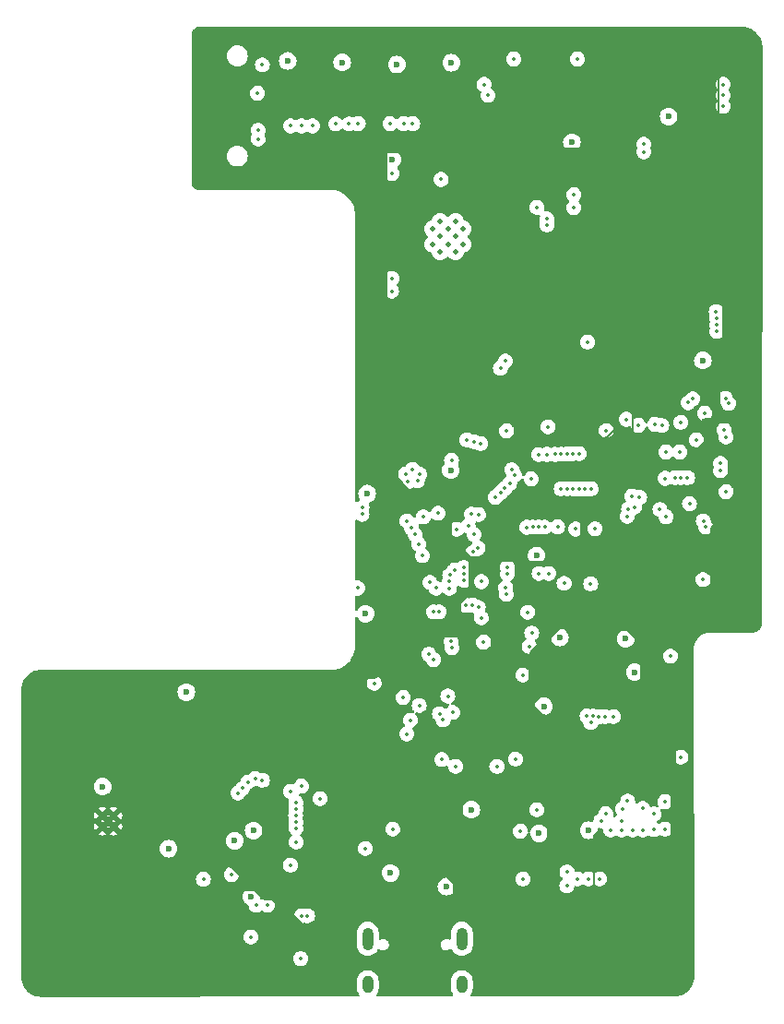
<source format=gbr>
%TF.GenerationSoftware,KiCad,Pcbnew,7.0.5*%
%TF.CreationDate,2023-12-19T13:44:27-08:00*%
%TF.ProjectId,EV11 Board Design,45563131-2042-46f6-9172-642044657369,EV9*%
%TF.SameCoordinates,Original*%
%TF.FileFunction,Copper,L2,Inr*%
%TF.FilePolarity,Positive*%
%FSLAX46Y46*%
G04 Gerber Fmt 4.6, Leading zero omitted, Abs format (unit mm)*
G04 Created by KiCad (PCBNEW 7.0.5) date 2023-12-19 13:44:27*
%MOMM*%
%LPD*%
G01*
G04 APERTURE LIST*
%TA.AperFunction,ComponentPad*%
%ADD10C,0.500000*%
%TD*%
%TA.AperFunction,ComponentPad*%
%ADD11O,1.000000X2.100000*%
%TD*%
%TA.AperFunction,ComponentPad*%
%ADD12O,1.000000X1.600000*%
%TD*%
%TA.AperFunction,ComponentPad*%
%ADD13C,0.600000*%
%TD*%
%TA.AperFunction,ViaPad*%
%ADD14C,0.600000*%
%TD*%
%TA.AperFunction,ViaPad*%
%ADD15C,0.350000*%
%TD*%
%TA.AperFunction,ViaPad*%
%ADD16C,0.800000*%
%TD*%
%TA.AperFunction,Conductor*%
%ADD17C,0.500000*%
%TD*%
%TA.AperFunction,Conductor*%
%ADD18C,0.127000*%
%TD*%
%TA.AperFunction,Conductor*%
%ADD19C,0.200000*%
%TD*%
%TA.AperFunction,Conductor*%
%ADD20C,0.250000*%
%TD*%
G04 APERTURE END LIST*
D10*
%TO.N,N/C*%
%TO.C,U11*%
X151925000Y-74760000D03*
X151925000Y-76160000D03*
X152625000Y-74060000D03*
X152625000Y-75460000D03*
X152625000Y-76860000D03*
X153325000Y-74760000D03*
X153325000Y-76160000D03*
X154025000Y-74060000D03*
X154025000Y-75460000D03*
X154025000Y-76860000D03*
X154725000Y-74760000D03*
X154725000Y-76160000D03*
%TD*%
D11*
%TO.N,unconnected-(J9-SHIELD-PadS1)*%
%TO.C,J9*%
X145967500Y-139916000D03*
D12*
X145967500Y-144096000D03*
D11*
X154607500Y-139916000D03*
D12*
X154607500Y-144096000D03*
%TD*%
D13*
%TO.N,GND*%
%TO.C,U7*%
X121640000Y-129610000D03*
X122640000Y-129610000D03*
X122140000Y-129110000D03*
X121640000Y-128610000D03*
X122640000Y-128610000D03*
%TD*%
D14*
%TO.N,+3.3VA*%
X169637500Y-112375000D03*
X163607500Y-112245000D03*
X170487500Y-115435000D03*
X161470000Y-104725500D03*
D15*
%TO.N,+3.3V*%
X165075500Y-102300000D03*
X156610000Y-112670000D03*
D14*
X164716000Y-66806500D03*
D15*
X173352000Y-101175500D03*
X161495000Y-128065000D03*
D14*
X148237000Y-68375000D03*
X161700000Y-130230000D03*
X162137500Y-118575000D03*
X155492500Y-128050000D03*
X148637500Y-59665000D03*
D15*
X166446962Y-120075538D03*
X163400000Y-102100000D03*
X160237500Y-134425000D03*
D14*
X166250000Y-129940000D03*
X138627500Y-59345000D03*
D15*
X167870000Y-93260000D03*
X135727878Y-136838556D03*
X135256250Y-139733750D03*
D14*
X176737000Y-86837500D03*
X143637500Y-59465000D03*
X145768287Y-110070000D03*
X153637500Y-59505000D03*
D15*
X176137500Y-94125000D03*
X166837500Y-102275000D03*
D14*
X145920000Y-99050000D03*
D15*
X169787500Y-101125000D03*
D14*
X153600000Y-96900000D03*
D15*
X136757500Y-136799500D03*
D14*
%TO.N,VBUS*%
X153197500Y-135115000D03*
X133760000Y-130910000D03*
X135280000Y-136025500D03*
D15*
X159987500Y-130025000D03*
D14*
X148060000Y-133860000D03*
D15*
%TO.N,GND*%
X127480000Y-135110000D03*
X119800000Y-129930000D03*
X117260000Y-121330000D03*
X126640000Y-123390000D03*
X119790000Y-128790000D03*
X118043167Y-119154346D03*
X126540000Y-134200000D03*
D14*
X133535000Y-133145000D03*
D15*
X118920000Y-134370000D03*
X119360000Y-135770000D03*
X137550000Y-131510000D03*
X119350000Y-128500000D03*
X126180000Y-118630000D03*
X124550000Y-130080000D03*
X124950000Y-129740000D03*
X167280000Y-129950000D03*
X125390000Y-130030000D03*
X126660000Y-122270000D03*
D14*
X135645000Y-135255000D03*
D15*
X125380000Y-129470000D03*
X127900000Y-135360000D03*
X149921225Y-133974500D03*
D14*
X131970000Y-137850000D03*
D15*
X118060000Y-120790000D03*
X117680000Y-118250000D03*
X124970000Y-129190000D03*
D14*
X169649706Y-111417206D03*
X146617500Y-136495000D03*
X131040000Y-137840000D03*
D15*
X124940000Y-128600000D03*
X125750000Y-120580000D03*
X119350000Y-135200000D03*
D14*
X162027997Y-119574503D03*
X132910000Y-137800000D03*
X151570500Y-127985023D03*
D15*
X126220000Y-118030000D03*
X119320000Y-136370000D03*
X118050000Y-118620000D03*
X119340000Y-134110000D03*
D14*
X169635000Y-103875000D03*
X148200000Y-88010000D03*
X170350000Y-117380000D03*
D15*
X126640000Y-118910000D03*
X125760000Y-118910000D03*
X118920000Y-134920000D03*
X167880000Y-93930000D03*
X117210000Y-120790000D03*
D16*
X130510000Y-125050000D03*
D15*
X126620000Y-120030000D03*
X128350000Y-135040000D03*
X119790000Y-129370000D03*
X117220000Y-119690000D03*
X125760000Y-118380000D03*
X125370000Y-128330000D03*
X126190000Y-119200000D03*
X125780000Y-122270000D03*
X141340000Y-139890000D03*
X126200000Y-121990000D03*
X125770000Y-123940000D03*
X126190000Y-124190000D03*
X119800000Y-134370000D03*
X128320000Y-134460000D03*
X118960000Y-129980000D03*
D14*
X171427500Y-136495000D03*
D15*
X119780000Y-134930000D03*
D14*
X154871898Y-96928102D03*
D15*
X118970000Y-129330000D03*
X170270000Y-95130000D03*
D14*
X140800000Y-67387500D03*
D15*
X125760000Y-119470000D03*
X157900000Y-131690000D03*
D14*
X141500000Y-132700000D03*
D15*
X126200000Y-119740000D03*
X117660000Y-120510000D03*
X126550000Y-133630000D03*
D14*
X164600000Y-104900000D03*
D15*
X172750000Y-124550000D03*
X127480000Y-135640000D03*
X135772500Y-131540000D03*
D14*
X176910000Y-104590000D03*
D15*
X126120000Y-133950000D03*
X126640000Y-122840000D03*
D14*
X145360000Y-112190000D03*
D15*
X118080000Y-119700000D03*
X117640000Y-118850000D03*
X126220000Y-123100000D03*
X127470000Y-134500000D03*
X178600000Y-60500000D03*
D14*
X159500000Y-104900000D03*
D15*
X155680000Y-114300000D03*
X118980000Y-128800000D03*
X125760000Y-123390000D03*
X126660000Y-121130000D03*
X126200000Y-120290000D03*
X126660000Y-121720000D03*
X127480000Y-136200000D03*
X125380000Y-128890000D03*
X127470000Y-133940000D03*
X127900000Y-134230000D03*
X125780000Y-121740000D03*
X127890000Y-133660000D03*
X127930000Y-136410000D03*
X127270181Y-133509622D03*
X117660000Y-119960000D03*
X117220000Y-118600000D03*
D14*
X165938378Y-101141541D03*
D15*
X125760000Y-121130000D03*
X127910000Y-135930000D03*
X124550000Y-128280000D03*
X126240000Y-121390000D03*
X125780000Y-122830000D03*
X118900000Y-136040000D03*
X119780000Y-128230000D03*
D14*
X165986000Y-67599500D03*
X147020000Y-97240000D03*
D15*
X117650000Y-119420000D03*
X124570000Y-128900000D03*
X126640000Y-118360000D03*
X119780000Y-135490000D03*
X119360000Y-129640000D03*
D14*
X147500000Y-67500000D03*
X154037500Y-136245000D03*
D15*
X126210000Y-122560000D03*
D14*
X161087500Y-114095000D03*
D15*
X126620000Y-119480000D03*
X117200000Y-120240000D03*
X127940000Y-134760000D03*
X118080000Y-120250000D03*
X128330000Y-136160000D03*
X118900000Y-135490000D03*
X126220000Y-120840000D03*
D14*
X141400000Y-120660000D03*
D15*
X125740000Y-120030000D03*
X128350000Y-135590000D03*
X118060000Y-121330000D03*
X175288000Y-95875000D03*
D14*
X176887000Y-92448000D03*
D15*
X119340000Y-134660000D03*
X126220000Y-123650000D03*
X118070000Y-121880000D03*
X119380000Y-129090000D03*
D14*
X172291250Y-109071250D03*
D15*
X117670000Y-121580000D03*
D14*
X152887500Y-134038000D03*
D15*
X118960000Y-128180000D03*
D14*
X165077500Y-110575000D03*
D15*
X117220000Y-119130000D03*
X126620000Y-123930000D03*
X117680000Y-121060000D03*
X128340000Y-133890000D03*
X119780000Y-136020000D03*
X124560000Y-129430000D03*
X126600000Y-120570000D03*
X127000000Y-133930000D03*
%TO.N,/UI_SDA*%
X139898537Y-137799296D03*
X153610000Y-112624500D03*
X145760000Y-131620000D03*
X153327000Y-117631830D03*
X139820000Y-141730000D03*
%TO.N,/UI_SCL*%
X140448035Y-137801426D03*
X148270000Y-129830000D03*
X153765000Y-119130000D03*
X153679500Y-113180000D03*
%TO.N,/MCLK*%
X166098551Y-119450538D03*
X161029141Y-111844115D03*
X164831735Y-98611500D03*
X173352000Y-95242000D03*
X160661571Y-109931547D03*
X156390000Y-107130000D03*
X161641014Y-95458986D03*
%TO.N,/MGMT_BOOT*%
X178010667Y-83563701D03*
X174730000Y-123240000D03*
X170490000Y-100288588D03*
X178871587Y-98879576D03*
X165220000Y-134400000D03*
X178872000Y-93860000D03*
%TO.N,/MGMT_NRST*%
X172787500Y-100500500D03*
X173758000Y-113970000D03*
X176762000Y-106939221D03*
X164260000Y-133770000D03*
X178016897Y-84176897D03*
X164247500Y-135035000D03*
X159382000Y-59174000D03*
X165224000Y-59174000D03*
%TO.N,/IN_3*%
X161671087Y-102118665D03*
X135862000Y-62300000D03*
X158557574Y-98553002D03*
X162600000Y-106370000D03*
%TO.N,/NET_RST*%
X164830735Y-95386155D03*
X161502000Y-72780000D03*
X148220000Y-69680000D03*
X152715713Y-70215713D03*
%TO.N,/UI_RST*%
X164282232Y-98611500D03*
X158800000Y-106400000D03*
%TO.N,/MIC_P*%
X160572349Y-102141084D03*
X160200000Y-115700000D03*
X161700000Y-106370000D03*
X135900000Y-66500000D03*
X157700000Y-99390000D03*
X160788620Y-113088620D03*
%TO.N,/LEDA_R*%
X174156692Y-97590822D03*
X148013000Y-65100000D03*
%TO.N,/DISP_BL*%
X150528713Y-97889287D03*
X153494000Y-106535401D03*
X169832000Y-127280000D03*
X173260000Y-127320000D03*
X173270000Y-129850000D03*
%TO.N,/DISP_RSTR*%
X172270000Y-129890000D03*
X167822000Y-128430000D03*
X172250000Y-128460000D03*
%TO.N,/LEDA_G*%
X174706194Y-97589729D03*
X149262000Y-65100000D03*
%TO.N,/BATTERY_MON*%
X130890000Y-134440000D03*
X138860000Y-133150000D03*
X133454477Y-134004477D03*
X138870000Y-126380000D03*
%TO.N,/LEDA_B*%
X150100000Y-65100000D03*
X175331261Y-97595369D03*
%TO.N,/KB_COL3*%
X149559500Y-121104643D03*
X152889000Y-119800000D03*
X158669821Y-108279606D03*
X136300000Y-125365000D03*
%TO.N,/KB_COL4*%
X158640000Y-107690000D03*
X152562000Y-119259001D03*
%TO.N,/DISP_DC*%
X169380000Y-127992000D03*
X171270000Y-129910000D03*
X171210000Y-127950000D03*
%TO.N,/DISP_CS*%
X150717552Y-97258000D03*
X170270000Y-129930000D03*
X151070993Y-101179806D03*
%TO.N,/DISP_SPI_SCK*%
X169270000Y-129080000D03*
X167380000Y-129070000D03*
X169260000Y-129930000D03*
%TO.N,/DISP_SPI_MOSI*%
X168260000Y-129920000D03*
%TO.N,/KB_MIC*%
X149642000Y-97942056D03*
D14*
X135489500Y-129976409D03*
D15*
%TO.N,/KB_ROW5*%
X139370000Y-129196376D03*
X150995000Y-104750000D03*
%TO.N,/KB_ROW1*%
X134068500Y-126520000D03*
X149580000Y-101568500D03*
%TO.N,/KB_ROW2*%
X134958357Y-125520403D03*
X149982500Y-102190000D03*
%TO.N,/KB_ROW3*%
X150309500Y-102802327D03*
X139392170Y-127417900D03*
%TO.N,/KB_ROW4*%
X150668000Y-103690000D03*
X139357658Y-128557659D03*
%TO.N,/KB_ROW6*%
X151580000Y-113790000D03*
X139381599Y-129745756D03*
%TO.N,/KB_ROW7*%
X152022000Y-114280000D03*
X139410000Y-131030000D03*
%TO.N,/LEDB_R*%
X158725963Y-93294037D03*
X155077969Y-94122031D03*
X175513000Y-99975500D03*
X138900000Y-65300000D03*
%TO.N,/LEDB_G*%
X155709193Y-94290807D03*
X139900000Y-65300000D03*
%TO.N,/LEDB_B*%
X156340417Y-94459583D03*
X140900000Y-65300000D03*
%TO.N,/HP_R*%
X166440000Y-107330000D03*
X135900000Y-65700000D03*
X158151913Y-98958661D03*
X161121624Y-102125270D03*
%TO.N,/HP_L*%
X158995574Y-98115000D03*
X162220587Y-102120504D03*
X164000000Y-107280000D03*
X136300000Y-59700000D03*
%TO.N,/KB_COL5*%
X150704500Y-118500000D03*
X139386802Y-127967376D03*
%TO.N,/KB_COL2*%
X149879287Y-119841287D03*
X135639579Y-125209580D03*
%TO.N,/BTN_RST*%
X169910000Y-100460000D03*
X165381153Y-98619980D03*
X162411521Y-95446854D03*
X178600000Y-63500000D03*
%TO.N,/BTN_UI*%
X166490792Y-98611500D03*
X170220000Y-99295000D03*
X178600000Y-62500000D03*
X157026000Y-62500000D03*
X162428390Y-73842547D03*
X164281530Y-95404228D03*
%TO.N,/BTN_NET*%
X165930655Y-98620082D03*
X163732378Y-95423844D03*
X170932213Y-99387787D03*
X178600000Y-61500000D03*
X156638000Y-61500000D03*
X162430865Y-74392044D03*
%TO.N,/KB_COL1*%
X149230000Y-117760000D03*
X134500000Y-126080000D03*
D14*
%TO.N,Net-(J5-Pin_1)*%
X121640000Y-125940000D03*
X173590000Y-64430000D03*
X129320000Y-117270000D03*
X127680500Y-131640000D03*
D15*
%TO.N,Net-(U1-PA12)*%
X139882839Y-125887400D03*
X145040000Y-107720000D03*
X141590000Y-127038000D03*
X146561580Y-116444229D03*
%TO.N,/UI_STAT*%
X173280192Y-97650000D03*
X160965000Y-97690000D03*
X155745287Y-102805287D03*
X159456547Y-97337121D03*
%TO.N,/UI_BOOT*%
X152541919Y-109905499D03*
X150090000Y-96820000D03*
X158152000Y-87530000D03*
X163183619Y-95446500D03*
%TO.N,/UI_LED_B*%
X151992417Y-109905988D03*
X145100000Y-65100000D03*
X153932000Y-106080000D03*
X154808861Y-105833361D03*
%TO.N,/NET_STAT*%
X174725500Y-92515962D03*
X158600000Y-86880000D03*
X162520000Y-92920000D03*
X174622000Y-95242000D03*
%TO.N,/UI_LED_G*%
X156100000Y-104050000D03*
X144262000Y-65120000D03*
%TO.N,/UI_TX1_MGMT*%
X153477610Y-107730872D03*
X154845500Y-107034396D03*
X152237350Y-107721367D03*
X177010000Y-102120000D03*
%TO.N,/UI_RX1_MGMT*%
X153478110Y-107084656D03*
X176780000Y-101550000D03*
X154845500Y-106415607D03*
X151690287Y-107199713D03*
%TO.N,/NET_BOOT*%
X166143500Y-85150000D03*
X165380000Y-95370000D03*
%TO.N,/UI_LED_R*%
X159196641Y-96853359D03*
X158800000Y-105800000D03*
X143013000Y-65120000D03*
X163732729Y-98611500D03*
%TO.N,/MGMT_SWDIO*%
X175390000Y-90700000D03*
X179111171Y-90764400D03*
X170807500Y-92787000D03*
X166237500Y-134405000D03*
%TO.N,/MGMT_SWCLK*%
X175823751Y-90342000D03*
X178809000Y-90305620D03*
X167267500Y-134405000D03*
X169700000Y-92230500D03*
%TO.N,/I2S_DACLRC*%
X155578859Y-109295000D03*
X167192939Y-119538388D03*
X155662000Y-104400500D03*
X152413000Y-100852306D03*
%TO.N,/BOOT1*%
X153662000Y-96000000D03*
X149430000Y-97270000D03*
%TO.N,/I2S_BCLK*%
X154959979Y-109295000D03*
X166647709Y-119469995D03*
%TO.N,/I2S_ADCDAT*%
X168527500Y-119515000D03*
X156120000Y-109490000D03*
%TO.N,/I2S_DACDAT*%
X167741086Y-119499818D03*
X156399308Y-110443192D03*
%TO.N,/USB_TX1_MGMT*%
X152762500Y-123460000D03*
X172336000Y-92702000D03*
X176908000Y-91686000D03*
X159527500Y-123417000D03*
%TO.N,/USB_RX1_MGMT*%
X178683000Y-93210000D03*
X154040000Y-124090000D03*
X172972781Y-92789278D03*
X157820147Y-124091853D03*
%TO.N,/UI_TX2_NET*%
X155190000Y-102000000D03*
X148160000Y-80470000D03*
X156150287Y-100960287D03*
X145455697Y-100336271D03*
%TO.N,/NET_TX1_MGMT*%
X178367156Y-96290000D03*
X171300140Y-66995087D03*
X178012471Y-82942471D03*
X164890000Y-71610000D03*
%TO.N,/NET_RX1_MGMT*%
X177955000Y-82340000D03*
X164900000Y-72800000D03*
X178367156Y-96929354D03*
X171320000Y-67680000D03*
%TO.N,/UI_RX2_NET*%
X148190000Y-79300000D03*
X145450000Y-100950000D03*
X155509403Y-100944932D03*
X154128152Y-102321848D03*
%TD*%
D17*
%TO.N,GND*%
X141400000Y-120660000D02*
X141400000Y-115840000D01*
X165938378Y-101141541D02*
X165700000Y-101379919D01*
D18*
X157900000Y-131690000D02*
X154767500Y-131690000D01*
D19*
X170270000Y-89800000D02*
X170265000Y-89795000D01*
D18*
X166780000Y-136445000D02*
X166830000Y-136495000D01*
D17*
X134565000Y-135255000D02*
X135645000Y-135255000D01*
X137762500Y-136650000D02*
X137607500Y-136495000D01*
D19*
X168795000Y-93015000D02*
X167880000Y-93930000D01*
D17*
X154037500Y-136245000D02*
X154037500Y-136275000D01*
X180630000Y-92367500D02*
X180630000Y-99310000D01*
X178110000Y-89490000D02*
X178020000Y-89400000D01*
X147568500Y-67556000D02*
X147538000Y-67525500D01*
X141400000Y-115840000D02*
X141420000Y-115820000D01*
X159375000Y-105025000D02*
X159500000Y-104900000D01*
X151570500Y-127985023D02*
X153898023Y-127985023D01*
X147540000Y-112010000D02*
X147540000Y-114860000D01*
X160075000Y-105475000D02*
X164025000Y-105475000D01*
X171237500Y-112772918D02*
X169841461Y-111376879D01*
X170245000Y-89795000D02*
X168795000Y-91245000D01*
X141345000Y-136650000D02*
X137762500Y-136650000D01*
X160987500Y-114225000D02*
X161087500Y-114125000D01*
X164185418Y-110575000D02*
X161087500Y-113672918D01*
X135820000Y-117960000D02*
X132670000Y-121110000D01*
X172291250Y-109071250D02*
X172887500Y-108475000D01*
X176887000Y-92448000D02*
X176960000Y-92375000D01*
X133535000Y-133145000D02*
X133485000Y-133095000D01*
D18*
X136550000Y-132317500D02*
X136550000Y-135985000D01*
D17*
X164887500Y-110575000D02*
X165077500Y-110575000D01*
X176930000Y-104590000D02*
X177050000Y-104470000D01*
X160987500Y-118627082D02*
X160987500Y-114225000D01*
D18*
X178131250Y-66561250D02*
X177777500Y-66915000D01*
D17*
X174760000Y-115310000D02*
X174060000Y-116010000D01*
X147474500Y-67525500D02*
X140938000Y-67525500D01*
X177700000Y-102240000D02*
X177700000Y-104470000D01*
X159500000Y-104900000D02*
X160075000Y-105475000D01*
X154334979Y-111604979D02*
X154730000Y-112000000D01*
X139200000Y-117960000D02*
X135820000Y-117960000D01*
X147500000Y-67500000D02*
X147474500Y-67525500D01*
X149921225Y-136413775D02*
X149840000Y-136495000D01*
X147530000Y-112000000D02*
X147540000Y-112010000D01*
X150579113Y-99800000D02*
X148504113Y-97725000D01*
X153817500Y-136495000D02*
X150057500Y-136495000D01*
X148200000Y-88010000D02*
X148504113Y-88314113D01*
X164887500Y-110575000D02*
X164185418Y-110575000D01*
X165942500Y-67556000D02*
X147568500Y-67556000D01*
D18*
X172750000Y-124550000D02*
X173990000Y-124550000D01*
D17*
X146580000Y-115820000D02*
X141960000Y-115820000D01*
X153493750Y-99343750D02*
X153475000Y-99362500D01*
X174760000Y-107410000D02*
X174760000Y-115310000D01*
X147540000Y-114860000D02*
X146580000Y-115820000D01*
X162027997Y-119574503D02*
X161934921Y-119574503D01*
X154037500Y-136275000D02*
X153817500Y-136495000D01*
X147487500Y-87297500D02*
X147487500Y-67576000D01*
X147512500Y-67500000D02*
X147538000Y-67525500D01*
X153302582Y-134038000D02*
X154037500Y-134772918D01*
X169690033Y-111376879D02*
X169985621Y-111376879D01*
D20*
X132528913Y-124188913D02*
X132670000Y-124330000D01*
D17*
X141340000Y-139890000D02*
X141002500Y-139890000D01*
X170017500Y-136495000D02*
X166830000Y-136495000D01*
X153037500Y-99800000D02*
X150579113Y-99800000D01*
D18*
X137550000Y-131510000D02*
X135802500Y-131510000D01*
D17*
X147505000Y-97725000D02*
X148504113Y-97725000D01*
X145550000Y-112000000D02*
X147530000Y-112000000D01*
X137607500Y-136495000D02*
X137272500Y-136160000D01*
X155680000Y-112950000D02*
X154730000Y-112000000D01*
X154871898Y-96928102D02*
X154871898Y-97965602D01*
D18*
X135772500Y-131540000D02*
X136550000Y-132317500D01*
D17*
X170487500Y-103875000D02*
X169635000Y-103875000D01*
X141500000Y-136495000D02*
X141345000Y-136650000D01*
X136550000Y-136160000D02*
X135645000Y-135255000D01*
X171237500Y-116492500D02*
X171237500Y-112772918D01*
X176910000Y-104590000D02*
X176910000Y-104610000D01*
D19*
X130540000Y-125080000D02*
X132670000Y-125080000D01*
D17*
X162137500Y-119574503D02*
X162657500Y-120094503D01*
X141960000Y-115820000D02*
X141420000Y-115820000D01*
X177050000Y-104470000D02*
X177700000Y-104470000D01*
X174060000Y-124620000D02*
X174060000Y-133862500D01*
X147500000Y-67500000D02*
X147512500Y-67500000D01*
X147487500Y-67576000D02*
X147538000Y-67525500D01*
X132670000Y-132280000D02*
X132670000Y-125080000D01*
X155680000Y-114300000D02*
X155680000Y-112950000D01*
X161087500Y-113672918D02*
X161087500Y-114095000D01*
X169985621Y-111376879D02*
X170762500Y-110600000D01*
X176910000Y-104590000D02*
X176930000Y-104590000D01*
X162657500Y-136002500D02*
X163150000Y-136495000D01*
X140780000Y-67280000D02*
X141025000Y-67525000D01*
X154737500Y-128835000D02*
X154737500Y-131720000D01*
D18*
X166780000Y-130450000D02*
X166780000Y-136445000D01*
D17*
X172887500Y-108475000D02*
X172887500Y-106275000D01*
X178020000Y-89400000D02*
X170660000Y-89400000D01*
X169635000Y-103875000D02*
X165625000Y-103875000D01*
X170737500Y-110575000D02*
X170762500Y-110600000D01*
X147020000Y-97240000D02*
X147505000Y-97725000D01*
X135645000Y-135255000D02*
X133535000Y-133145000D01*
X172887500Y-106275000D02*
X170487500Y-103875000D01*
X155490000Y-105243884D02*
X155490000Y-107881095D01*
X165986000Y-67599500D02*
X167925500Y-65660000D01*
X155163058Y-104916942D02*
X155271116Y-105025000D01*
X132670000Y-124330000D02*
X132670000Y-121140000D01*
X154737500Y-134072918D02*
X154037500Y-134772918D01*
X154737500Y-128824500D02*
X154737500Y-128835000D01*
D19*
X130510000Y-125050000D02*
X130540000Y-125080000D01*
D17*
X170265000Y-89795000D02*
X170245000Y-89795000D01*
X168795000Y-91245000D02*
X168795000Y-93015000D01*
X132670000Y-125080000D02*
X132670000Y-124330000D01*
X140800000Y-67387500D02*
X140938000Y-67525500D01*
X177700000Y-104470000D02*
X174760000Y-107410000D01*
X141420000Y-115820000D02*
X141340000Y-115820000D01*
X131970000Y-137850000D02*
X134565000Y-135255000D01*
X154334979Y-109036116D02*
X154334979Y-111604979D01*
X161934921Y-119574503D02*
X160987500Y-118627082D01*
X180587500Y-92325000D02*
X180630000Y-92367500D01*
X178765000Y-92325000D02*
X180587500Y-92325000D01*
X180630000Y-99310000D02*
X177700000Y-102240000D01*
X164025000Y-105475000D02*
X164600000Y-104900000D01*
X162657500Y-120094503D02*
X162657500Y-136002500D01*
X174060000Y-133862500D02*
X171427500Y-136495000D01*
X153475000Y-103228884D02*
X155490000Y-105243884D01*
X176910000Y-104610000D02*
X176910000Y-104610000D01*
X180537500Y-92375000D02*
X180587500Y-92325000D01*
X176960000Y-92375000D02*
X180537500Y-92375000D01*
X166830000Y-136495000D02*
X153817500Y-136495000D01*
D18*
X176887000Y-94313831D02*
X175325831Y-95875000D01*
D17*
X150057500Y-136495000D02*
X149840000Y-136495000D01*
D20*
X132570000Y-121240000D02*
X132670000Y-121140000D01*
D17*
X153898023Y-127985023D02*
X154737500Y-128824500D01*
X170660000Y-89400000D02*
X170265000Y-89795000D01*
X162027997Y-119574503D02*
X162137500Y-119574503D01*
X178110000Y-91670000D02*
X178765000Y-92325000D01*
X178770000Y-88830000D02*
X178110000Y-89490000D01*
X170350000Y-117380000D02*
X171237500Y-116492500D01*
X132670000Y-121110000D02*
X132670000Y-121140000D01*
X149840000Y-136495000D02*
X146617500Y-136495000D01*
X165986000Y-67599500D02*
X165942500Y-67556000D01*
D18*
X176887000Y-92448000D02*
X176887000Y-94313831D01*
D17*
X170762500Y-110600000D02*
X172291250Y-109071250D01*
X147530000Y-112000000D02*
X154730000Y-112000000D01*
X176522500Y-65660000D02*
X177777500Y-66915000D01*
D18*
X178131250Y-60968750D02*
X178131250Y-66561250D01*
D17*
X141340000Y-115820000D02*
X139200000Y-117960000D01*
X140937500Y-67526000D02*
X140938000Y-67525500D01*
X148504113Y-88314113D02*
X148504113Y-97725000D01*
X149921225Y-133974500D02*
X149921225Y-136413775D01*
D18*
X154767500Y-131690000D02*
X154737500Y-131720000D01*
D17*
X155271116Y-105025000D02*
X159375000Y-105025000D01*
X171427500Y-136495000D02*
X171417500Y-136495000D01*
X165700000Y-101379919D02*
X165700000Y-103875000D01*
X154871898Y-97965602D02*
X153037500Y-99800000D01*
X155490000Y-107881095D02*
X154334979Y-109036116D01*
D18*
X173990000Y-124550000D02*
X174060000Y-124620000D01*
X175325831Y-95875000D02*
X175288000Y-95875000D01*
D17*
X137272500Y-136160000D02*
X136550000Y-136160000D01*
X141025000Y-67525000D02*
X143787500Y-67525000D01*
D19*
X170270000Y-95130000D02*
X170270000Y-89800000D01*
D18*
X178600000Y-60500000D02*
X178131250Y-60968750D01*
D17*
X141002500Y-139890000D02*
X137607500Y-136495000D01*
D18*
X135802500Y-131510000D02*
X135772500Y-131540000D01*
D17*
X178770000Y-67907500D02*
X178770000Y-88830000D01*
X178110000Y-89490000D02*
X178110000Y-91670000D01*
X146617500Y-136495000D02*
X141500000Y-136495000D01*
X167925500Y-65660000D02*
X176522500Y-65660000D01*
X165077500Y-110575000D02*
X170737500Y-110575000D01*
X133535000Y-133145000D02*
X132670000Y-132280000D01*
D18*
X167280000Y-129950000D02*
X166780000Y-130450000D01*
D17*
X154737500Y-131720000D02*
X154737500Y-134072918D01*
X154037500Y-134772918D02*
X154037500Y-136245000D01*
X161087500Y-114095000D02*
X161087500Y-114125000D01*
X141500000Y-136495000D02*
X141500000Y-132700000D01*
X174060000Y-116010000D02*
X174060000Y-124620000D01*
D18*
X149921225Y-136358725D02*
X150057500Y-136495000D01*
D17*
X152887500Y-134038000D02*
X153302582Y-134038000D01*
X177777500Y-66915000D02*
X178770000Y-67907500D01*
X153475000Y-99362500D02*
X153475000Y-103228884D01*
X171417500Y-136495000D02*
X170017500Y-136495000D01*
X148200000Y-88010000D02*
X147487500Y-87297500D01*
X165625000Y-103875000D02*
X164600000Y-104900000D01*
X145360000Y-112190000D02*
X145550000Y-112000000D01*
%TD*%
%TA.AperFunction,Conductor*%
%TO.N,GND*%
G36*
X180347748Y-56224693D02*
G01*
X180347961Y-56224714D01*
X180360105Y-56224714D01*
X180397928Y-56224714D01*
X180402044Y-56224848D01*
X180630766Y-56239838D01*
X180638907Y-56240910D01*
X180861681Y-56285222D01*
X180869645Y-56287355D01*
X181084721Y-56360363D01*
X181092334Y-56363517D01*
X181190558Y-56411955D01*
X181296036Y-56463970D01*
X181303175Y-56468093D01*
X181492015Y-56594271D01*
X181498560Y-56599293D01*
X181573075Y-56664640D01*
X181645697Y-56728328D01*
X181669321Y-56749045D01*
X181675154Y-56754878D01*
X181824906Y-56925639D01*
X181829928Y-56932184D01*
X181956106Y-57121024D01*
X181960231Y-57128168D01*
X182060682Y-57331865D01*
X182063840Y-57339487D01*
X182136842Y-57554550D01*
X182138977Y-57562518D01*
X182183287Y-57785276D01*
X182184362Y-57793446D01*
X182197415Y-57992604D01*
X182199350Y-58022138D01*
X182199485Y-58026283D01*
X182179517Y-110739046D01*
X182178178Y-110757320D01*
X182177744Y-110760268D01*
X182179415Y-110793410D01*
X182179495Y-110796602D01*
X182179492Y-110805415D01*
X182179442Y-110807894D01*
X182173130Y-110966859D01*
X182170197Y-110989335D01*
X182136288Y-111141102D01*
X182129376Y-111162688D01*
X182068825Y-111305924D01*
X182058158Y-111325923D01*
X181972918Y-111456004D01*
X181958842Y-111473764D01*
X181856133Y-111581783D01*
X181851684Y-111586462D01*
X181834651Y-111601416D01*
X181709034Y-111693092D01*
X181689598Y-111704753D01*
X181549588Y-111772441D01*
X181528377Y-111780431D01*
X181378504Y-111821940D01*
X181356205Y-111826000D01*
X181192833Y-111840753D01*
X181187115Y-111841008D01*
X177353283Y-111837991D01*
X177351801Y-111837973D01*
X177264147Y-111835841D01*
X177251989Y-111835546D01*
X177251988Y-111835546D01*
X177047340Y-111860771D01*
X176848632Y-111915868D01*
X176660225Y-111999623D01*
X176486190Y-112110227D01*
X176330358Y-112245247D01*
X176330345Y-112245260D01*
X176196105Y-112401755D01*
X176196098Y-112401765D01*
X176086372Y-112576323D01*
X176086368Y-112576331D01*
X176086368Y-112576332D01*
X176019839Y-112728015D01*
X176003544Y-112765166D01*
X175949435Y-112964139D01*
X175925225Y-113168902D01*
X175925224Y-113168919D01*
X175928128Y-113268027D01*
X175928155Y-113269827D01*
X175949498Y-143397918D01*
X175949364Y-143402066D01*
X175946743Y-143442066D01*
X175934375Y-143630756D01*
X175933299Y-143638932D01*
X175926149Y-143674882D01*
X175888990Y-143861690D01*
X175886855Y-143869659D01*
X175813849Y-144084725D01*
X175810692Y-144092347D01*
X175710242Y-144296042D01*
X175706120Y-144303181D01*
X175657788Y-144375515D01*
X175579934Y-144492030D01*
X175574913Y-144498574D01*
X175425164Y-144669331D01*
X175419331Y-144675164D01*
X175248574Y-144824913D01*
X175242030Y-144829934D01*
X175182167Y-144869934D01*
X175053181Y-144956120D01*
X175046047Y-144960239D01*
X174973294Y-144996117D01*
X174842347Y-145060692D01*
X174834725Y-145063849D01*
X174619659Y-145136855D01*
X174611690Y-145138990D01*
X174442295Y-145172684D01*
X174388932Y-145183299D01*
X174380756Y-145184375D01*
X174189705Y-145196897D01*
X174152058Y-145199365D01*
X174147940Y-145199500D01*
X174098450Y-145199500D01*
X174098078Y-145199535D01*
X155508696Y-145212318D01*
X155440561Y-145192363D01*
X155394031Y-145138739D01*
X155383879Y-145068472D01*
X155411209Y-145006385D01*
X155450095Y-144959004D01*
X155543741Y-144783804D01*
X155601408Y-144593701D01*
X155616000Y-144445547D01*
X155616000Y-143746453D01*
X155608544Y-143670755D01*
X155601409Y-143598305D01*
X155601408Y-143598303D01*
X155601408Y-143598299D01*
X155543741Y-143408196D01*
X155450095Y-143232996D01*
X155324068Y-143079432D01*
X155170504Y-142953405D01*
X154995304Y-142859759D01*
X154805201Y-142802092D01*
X154805200Y-142802091D01*
X154805194Y-142802090D01*
X154607503Y-142782620D01*
X154607497Y-142782620D01*
X154409805Y-142802090D01*
X154219695Y-142859759D01*
X154044495Y-142953405D01*
X153890932Y-143079432D01*
X153764905Y-143232995D01*
X153671259Y-143408195D01*
X153613590Y-143598305D01*
X153599000Y-143746446D01*
X153599000Y-144445553D01*
X153613590Y-144593694D01*
X153613591Y-144593700D01*
X153613592Y-144593701D01*
X153648668Y-144709331D01*
X153671259Y-144783804D01*
X153764905Y-144959004D01*
X153804805Y-145007622D01*
X153832559Y-145072969D01*
X153820577Y-145142948D01*
X153772665Y-145195339D01*
X153707493Y-145213556D01*
X146863818Y-145218262D01*
X146795683Y-145198307D01*
X146749153Y-145144683D01*
X146739001Y-145074416D01*
X146766332Y-145012329D01*
X146810095Y-144959004D01*
X146903741Y-144783804D01*
X146961408Y-144593701D01*
X146976000Y-144445547D01*
X146976000Y-143746453D01*
X146968544Y-143670755D01*
X146961409Y-143598305D01*
X146961408Y-143598303D01*
X146961408Y-143598299D01*
X146903741Y-143408196D01*
X146810095Y-143232996D01*
X146684068Y-143079432D01*
X146530504Y-142953405D01*
X146355304Y-142859759D01*
X146165201Y-142802092D01*
X146165200Y-142802091D01*
X146165194Y-142802090D01*
X145967503Y-142782620D01*
X145967497Y-142782620D01*
X145769805Y-142802090D01*
X145579695Y-142859759D01*
X145404495Y-142953405D01*
X145250932Y-143079432D01*
X145124905Y-143232995D01*
X145031259Y-143408195D01*
X144973590Y-143598305D01*
X144959000Y-143746446D01*
X144959000Y-144445553D01*
X144973590Y-144593694D01*
X144973591Y-144593700D01*
X144973592Y-144593701D01*
X145008668Y-144709331D01*
X145031259Y-144783804D01*
X145124905Y-144959004D01*
X145169679Y-145013561D01*
X145197433Y-145078908D01*
X145185451Y-145148887D01*
X145137539Y-145201278D01*
X145072367Y-145219495D01*
X115982086Y-145239498D01*
X115977921Y-145239363D01*
X115749243Y-145224375D01*
X115741069Y-145223299D01*
X115620740Y-145199365D01*
X115518309Y-145178990D01*
X115510340Y-145176855D01*
X115295274Y-145103849D01*
X115287652Y-145100692D01*
X115231435Y-145072969D01*
X115083946Y-145000235D01*
X115076825Y-144996124D01*
X114887969Y-144869934D01*
X114881429Y-144864916D01*
X114710665Y-144715161D01*
X114704835Y-144709331D01*
X114672482Y-144672439D01*
X114555081Y-144538568D01*
X114550065Y-144532030D01*
X114527710Y-144498574D01*
X114423872Y-144343170D01*
X114419766Y-144336058D01*
X114319303Y-144132339D01*
X114316150Y-144124725D01*
X114305159Y-144092347D01*
X114243141Y-143909650D01*
X114241009Y-143901690D01*
X114234638Y-143869659D01*
X114196697Y-143678917D01*
X114195625Y-143670762D01*
X114180634Y-143442053D01*
X114180500Y-143437921D01*
X114180512Y-143408196D01*
X114181147Y-141730003D01*
X139131480Y-141730003D01*
X139151485Y-141894771D01*
X139210347Y-142049974D01*
X139304633Y-142186570D01*
X139304632Y-142186570D01*
X139304634Y-142186572D01*
X139304635Y-142186573D01*
X139428876Y-142296641D01*
X139575847Y-142373777D01*
X139737008Y-142413500D01*
X139737009Y-142413500D01*
X139902991Y-142413500D01*
X139902992Y-142413500D01*
X140064153Y-142373777D01*
X140211124Y-142296641D01*
X140335365Y-142186573D01*
X140429654Y-142049971D01*
X140488513Y-141894774D01*
X140488513Y-141894773D01*
X140488514Y-141894771D01*
X140508520Y-141730003D01*
X140508520Y-141729996D01*
X140488514Y-141565228D01*
X140468893Y-141513493D01*
X140429654Y-141410029D01*
X140429652Y-141410027D01*
X140429652Y-141410025D01*
X140366794Y-141318960D01*
X140335366Y-141273429D01*
X140335367Y-141273429D01*
X140211123Y-141163358D01*
X140211119Y-141163356D01*
X140064151Y-141086222D01*
X139902993Y-141046500D01*
X139902992Y-141046500D01*
X139737008Y-141046500D01*
X139737006Y-141046500D01*
X139575848Y-141086222D01*
X139428880Y-141163356D01*
X139428876Y-141163358D01*
X139304633Y-141273429D01*
X139210347Y-141410025D01*
X139151485Y-141565228D01*
X139131480Y-141729996D01*
X139131480Y-141730003D01*
X114181147Y-141730003D01*
X114181606Y-140515553D01*
X144959000Y-140515553D01*
X144973590Y-140663694D01*
X144973591Y-140663700D01*
X144973592Y-140663701D01*
X145031259Y-140853804D01*
X145124905Y-141029004D01*
X145250932Y-141182568D01*
X145404496Y-141308595D01*
X145579696Y-141402241D01*
X145769799Y-141459908D01*
X145769803Y-141459908D01*
X145769805Y-141459909D01*
X145967497Y-141479380D01*
X145967500Y-141479380D01*
X145967503Y-141479380D01*
X146165194Y-141459909D01*
X146165195Y-141459908D01*
X146165201Y-141459908D01*
X146355304Y-141402241D01*
X146530504Y-141308595D01*
X146684068Y-141182568D01*
X146810095Y-141029004D01*
X146878504Y-140901018D01*
X146928256Y-140850370D01*
X146997492Y-140834660D01*
X147054048Y-140855181D01*
X147055381Y-140852991D01*
X147186172Y-140932526D01*
X147325270Y-140971500D01*
X147325272Y-140971500D01*
X147433449Y-140971500D01*
X147433462Y-140971499D01*
X147515798Y-140960181D01*
X147540611Y-140956771D01*
X147673109Y-140899219D01*
X147785165Y-140808054D01*
X147868471Y-140690037D01*
X147916846Y-140553921D01*
X147921752Y-140482197D01*
X152648296Y-140482197D01*
X152677686Y-140623636D01*
X152744145Y-140751893D01*
X152744147Y-140751896D01*
X152842742Y-140857467D01*
X152842744Y-140857468D01*
X152842745Y-140857469D01*
X152898173Y-140891175D01*
X152966172Y-140932526D01*
X153105270Y-140971500D01*
X153105272Y-140971500D01*
X153213449Y-140971500D01*
X153213462Y-140971499D01*
X153295798Y-140960181D01*
X153320611Y-140956771D01*
X153453109Y-140899219D01*
X153503483Y-140858235D01*
X153568945Y-140830761D01*
X153638872Y-140843040D01*
X153691060Y-140891175D01*
X153694122Y-140896579D01*
X153764904Y-141029002D01*
X153764905Y-141029004D01*
X153890932Y-141182568D01*
X154044496Y-141308595D01*
X154219696Y-141402241D01*
X154409799Y-141459908D01*
X154409803Y-141459908D01*
X154409805Y-141459909D01*
X154607497Y-141479380D01*
X154607500Y-141479380D01*
X154607503Y-141479380D01*
X154805194Y-141459909D01*
X154805195Y-141459908D01*
X154805201Y-141459908D01*
X154995304Y-141402241D01*
X155170504Y-141308595D01*
X155324068Y-141182568D01*
X155450095Y-141029004D01*
X155543741Y-140853804D01*
X155601408Y-140663701D01*
X155616000Y-140515547D01*
X155616000Y-139316453D01*
X155601408Y-139168299D01*
X155543741Y-138978196D01*
X155450095Y-138802996D01*
X155324068Y-138649432D01*
X155170504Y-138523405D01*
X154995304Y-138429759D01*
X154805201Y-138372092D01*
X154805200Y-138372091D01*
X154805194Y-138372090D01*
X154607503Y-138352620D01*
X154607497Y-138352620D01*
X154409805Y-138372090D01*
X154219695Y-138429759D01*
X154044495Y-138523405D01*
X153890932Y-138649432D01*
X153764905Y-138802995D01*
X153671259Y-138978195D01*
X153613590Y-139168305D01*
X153599000Y-139316446D01*
X153599000Y-139863191D01*
X153578998Y-139931312D01*
X153525342Y-139977805D01*
X153455068Y-139987909D01*
X153407535Y-139970850D01*
X153388828Y-139959474D01*
X153388825Y-139959473D01*
X153249730Y-139920500D01*
X153249728Y-139920500D01*
X153141551Y-139920500D01*
X153141537Y-139920500D01*
X153034397Y-139935227D01*
X153034388Y-139935229D01*
X152901889Y-139992781D01*
X152789837Y-140083944D01*
X152789831Y-140083950D01*
X152706529Y-140201961D01*
X152706526Y-140201967D01*
X152658153Y-140338080D01*
X152648296Y-140482197D01*
X147921752Y-140482197D01*
X147926704Y-140409801D01*
X147897314Y-140268366D01*
X147897313Y-140268364D01*
X147897313Y-140268363D01*
X147856875Y-140190323D01*
X147830854Y-140140105D01*
X147819000Y-140127412D01*
X147732257Y-140034532D01*
X147732255Y-140034531D01*
X147608827Y-139959473D01*
X147469730Y-139920500D01*
X147469728Y-139920500D01*
X147361551Y-139920500D01*
X147361537Y-139920500D01*
X147254397Y-139935227D01*
X147254385Y-139935230D01*
X147152197Y-139979616D01*
X147081747Y-139988409D01*
X147017727Y-139957717D01*
X146980463Y-139897286D01*
X146976000Y-139864047D01*
X146976000Y-139316462D01*
X146976000Y-139316453D01*
X146961408Y-139168299D01*
X146903741Y-138978196D01*
X146810095Y-138802996D01*
X146684068Y-138649432D01*
X146530504Y-138523405D01*
X146355304Y-138429759D01*
X146165201Y-138372092D01*
X146165200Y-138372091D01*
X146165194Y-138372090D01*
X145967503Y-138352620D01*
X145967497Y-138352620D01*
X145769805Y-138372090D01*
X145579695Y-138429759D01*
X145404495Y-138523405D01*
X145250932Y-138649432D01*
X145124905Y-138802995D01*
X145031259Y-138978195D01*
X144973590Y-139168305D01*
X144959000Y-139316446D01*
X144959000Y-140515553D01*
X114181606Y-140515553D01*
X114181902Y-139733753D01*
X134567730Y-139733753D01*
X134587735Y-139898521D01*
X134646597Y-140053724D01*
X134740883Y-140190320D01*
X134740882Y-140190320D01*
X134740884Y-140190322D01*
X134740885Y-140190323D01*
X134865126Y-140300391D01*
X135012097Y-140377527D01*
X135173258Y-140417250D01*
X135173259Y-140417250D01*
X135339241Y-140417250D01*
X135339242Y-140417250D01*
X135500403Y-140377527D01*
X135647374Y-140300391D01*
X135771615Y-140190323D01*
X135865904Y-140053721D01*
X135924763Y-139898524D01*
X135924763Y-139898523D01*
X135924764Y-139898521D01*
X135944770Y-139733753D01*
X135944770Y-139733746D01*
X135924764Y-139568978D01*
X135865902Y-139413775D01*
X135771616Y-139277179D01*
X135771617Y-139277179D01*
X135647373Y-139167108D01*
X135647369Y-139167106D01*
X135500401Y-139089972D01*
X135339243Y-139050250D01*
X135339242Y-139050250D01*
X135173258Y-139050250D01*
X135173256Y-139050250D01*
X135012098Y-139089972D01*
X134865130Y-139167106D01*
X134865126Y-139167108D01*
X134740883Y-139277179D01*
X134646597Y-139413775D01*
X134587735Y-139568978D01*
X134567730Y-139733746D01*
X134567730Y-139733753D01*
X114181902Y-139733753D01*
X114182633Y-137799299D01*
X139210017Y-137799299D01*
X139230022Y-137964067D01*
X139288884Y-138119270D01*
X139383170Y-138255866D01*
X139383169Y-138255866D01*
X139383171Y-138255868D01*
X139383172Y-138255869D01*
X139507413Y-138365937D01*
X139654384Y-138443073D01*
X139815545Y-138482796D01*
X139815546Y-138482796D01*
X139981528Y-138482796D01*
X139981529Y-138482796D01*
X140138811Y-138444029D01*
X140199119Y-138444029D01*
X140203881Y-138445202D01*
X140203882Y-138445203D01*
X140365043Y-138484926D01*
X140365044Y-138484926D01*
X140531026Y-138484926D01*
X140531027Y-138484926D01*
X140692188Y-138445203D01*
X140839159Y-138368067D01*
X140963400Y-138257999D01*
X141057689Y-138121397D01*
X141116548Y-137966200D01*
X141116548Y-137966199D01*
X141116549Y-137966197D01*
X141136555Y-137801429D01*
X141136555Y-137801422D01*
X141116549Y-137636654D01*
X141073087Y-137522056D01*
X141057689Y-137481455D01*
X141057687Y-137481453D01*
X141057687Y-137481451D01*
X140967031Y-137350114D01*
X140963401Y-137344855D01*
X140963402Y-137344855D01*
X140960995Y-137342723D01*
X140839159Y-137234785D01*
X140839158Y-137234784D01*
X140839154Y-137234782D01*
X140692186Y-137157648D01*
X140531028Y-137117926D01*
X140531027Y-137117926D01*
X140365043Y-137117926D01*
X140365041Y-137117926D01*
X140207760Y-137156693D01*
X140147452Y-137156693D01*
X140142690Y-137155519D01*
X140062092Y-137135653D01*
X139981530Y-137115796D01*
X139981529Y-137115796D01*
X139815545Y-137115796D01*
X139815543Y-137115796D01*
X139654385Y-137155518D01*
X139507417Y-137232652D01*
X139507413Y-137232654D01*
X139383170Y-137342725D01*
X139288884Y-137479321D01*
X139230022Y-137634524D01*
X139210017Y-137799292D01*
X139210017Y-137799299D01*
X114182633Y-137799299D01*
X114183304Y-136025500D01*
X134466384Y-136025500D01*
X134486783Y-136206547D01*
X134486783Y-136206549D01*
X134486784Y-136206550D01*
X134546957Y-136378515D01*
X134546958Y-136378518D01*
X134643887Y-136532779D01*
X134643888Y-136532781D01*
X134772718Y-136661611D01*
X134772720Y-136661612D01*
X134926980Y-136758540D01*
X134926985Y-136758543D01*
X134960184Y-136770160D01*
X135017874Y-136811536D01*
X135043649Y-136873901D01*
X135059363Y-137003327D01*
X135118225Y-137158530D01*
X135212511Y-137295126D01*
X135212510Y-137295126D01*
X135212512Y-137295128D01*
X135212513Y-137295129D01*
X135336754Y-137405197D01*
X135483725Y-137482333D01*
X135644886Y-137522056D01*
X135644887Y-137522056D01*
X135810869Y-137522056D01*
X135810870Y-137522056D01*
X135972031Y-137482333D01*
X136119002Y-137405197D01*
X136181178Y-137350113D01*
X136245430Y-137319913D01*
X136315811Y-137329244D01*
X136348284Y-137350113D01*
X136366376Y-137366141D01*
X136513347Y-137443277D01*
X136674508Y-137483000D01*
X136674509Y-137483000D01*
X136840491Y-137483000D01*
X136840492Y-137483000D01*
X137001653Y-137443277D01*
X137148624Y-137366141D01*
X137272865Y-137256073D01*
X137367154Y-137119471D01*
X137426013Y-136964274D01*
X137426013Y-136964273D01*
X137426014Y-136964271D01*
X137446020Y-136799503D01*
X137446020Y-136799496D01*
X137426014Y-136634728D01*
X137367152Y-136479525D01*
X137304294Y-136388460D01*
X137272866Y-136342929D01*
X137272867Y-136342929D01*
X137244888Y-136318142D01*
X137148624Y-136232859D01*
X137148623Y-136232858D01*
X137148619Y-136232856D01*
X137001651Y-136155722D01*
X136840493Y-136116000D01*
X136840492Y-136116000D01*
X136674508Y-136116000D01*
X136674506Y-136116000D01*
X136513348Y-136155722D01*
X136366380Y-136232856D01*
X136366371Y-136232861D01*
X136304198Y-136287942D01*
X136239945Y-136318142D01*
X136169565Y-136308810D01*
X136137095Y-136287944D01*
X136136446Y-136287369D01*
X136119656Y-136272495D01*
X136081931Y-136212353D01*
X136078001Y-136164081D01*
X136093616Y-136025500D01*
X136073217Y-135844453D01*
X136013043Y-135672485D01*
X136013041Y-135672482D01*
X136013041Y-135672481D01*
X135916112Y-135518220D01*
X135916111Y-135518218D01*
X135787281Y-135389388D01*
X135787279Y-135389387D01*
X135633018Y-135292458D01*
X135633015Y-135292457D01*
X135461050Y-135232284D01*
X135461049Y-135232283D01*
X135461047Y-135232283D01*
X135280000Y-135211884D01*
X135098953Y-135232283D01*
X135098950Y-135232283D01*
X135098949Y-135232284D01*
X134926984Y-135292457D01*
X134926981Y-135292458D01*
X134772720Y-135389387D01*
X134772718Y-135389388D01*
X134643888Y-135518218D01*
X134643887Y-135518220D01*
X134546958Y-135672481D01*
X134546957Y-135672484D01*
X134519445Y-135751111D01*
X134486783Y-135844453D01*
X134466384Y-136025500D01*
X114183304Y-136025500D01*
X114183904Y-134440003D01*
X130201480Y-134440003D01*
X130221485Y-134604771D01*
X130280347Y-134759974D01*
X130374633Y-134896570D01*
X130374632Y-134896570D01*
X130374634Y-134896572D01*
X130374635Y-134896573D01*
X130498876Y-135006641D01*
X130645847Y-135083777D01*
X130807008Y-135123500D01*
X130807009Y-135123500D01*
X130972991Y-135123500D01*
X130972992Y-135123500D01*
X131007478Y-135115000D01*
X152383884Y-135115000D01*
X152404283Y-135296047D01*
X152404283Y-135296049D01*
X152404284Y-135296050D01*
X152464457Y-135468015D01*
X152464458Y-135468018D01*
X152561387Y-135622279D01*
X152561388Y-135622281D01*
X152690218Y-135751111D01*
X152690220Y-135751112D01*
X152844481Y-135848041D01*
X152844482Y-135848041D01*
X152844485Y-135848043D01*
X153016453Y-135908217D01*
X153197500Y-135928616D01*
X153378547Y-135908217D01*
X153550515Y-135848043D01*
X153704781Y-135751111D01*
X153833611Y-135622281D01*
X153930543Y-135468015D01*
X153990717Y-135296047D01*
X154011116Y-135115000D01*
X153990717Y-134933953D01*
X153930543Y-134761985D01*
X153930541Y-134761982D01*
X153930541Y-134761981D01*
X153833612Y-134607720D01*
X153833611Y-134607718D01*
X153704781Y-134478888D01*
X153704779Y-134478887D01*
X153619023Y-134425003D01*
X159548980Y-134425003D01*
X159568985Y-134589771D01*
X159627847Y-134744974D01*
X159722133Y-134881570D01*
X159722132Y-134881570D01*
X159722134Y-134881572D01*
X159722135Y-134881573D01*
X159846376Y-134991641D01*
X159993347Y-135068777D01*
X160154508Y-135108500D01*
X160154509Y-135108500D01*
X160320491Y-135108500D01*
X160320492Y-135108500D01*
X160481653Y-135068777D01*
X160546004Y-135035003D01*
X163558980Y-135035003D01*
X163578985Y-135199771D01*
X163637847Y-135354974D01*
X163732133Y-135491570D01*
X163732132Y-135491570D01*
X163732134Y-135491572D01*
X163732135Y-135491573D01*
X163856376Y-135601641D01*
X164003347Y-135678777D01*
X164164508Y-135718500D01*
X164164509Y-135718500D01*
X164330491Y-135718500D01*
X164330492Y-135718500D01*
X164491653Y-135678777D01*
X164638624Y-135601641D01*
X164762865Y-135491573D01*
X164857154Y-135354971D01*
X164916013Y-135199774D01*
X164918999Y-135175180D01*
X164947063Y-135109969D01*
X165005930Y-135070280D01*
X165074235Y-135068028D01*
X165137000Y-135083499D01*
X165137007Y-135083499D01*
X165137008Y-135083500D01*
X165137009Y-135083500D01*
X165302991Y-135083500D01*
X165302992Y-135083500D01*
X165464153Y-135043777D01*
X165611124Y-134966641D01*
X165611126Y-134966638D01*
X165611128Y-134966638D01*
X165642374Y-134938956D01*
X165706626Y-134908754D01*
X165777007Y-134918085D01*
X165809479Y-134938953D01*
X165846376Y-134971641D01*
X165993347Y-135048777D01*
X166154508Y-135088500D01*
X166154509Y-135088500D01*
X166320491Y-135088500D01*
X166320492Y-135088500D01*
X166481653Y-135048777D01*
X166628624Y-134971641D01*
X166668947Y-134935917D01*
X166733199Y-134905717D01*
X166803579Y-134915048D01*
X166836051Y-134935916D01*
X166876376Y-134971641D01*
X167023347Y-135048777D01*
X167184508Y-135088500D01*
X167184509Y-135088500D01*
X167350491Y-135088500D01*
X167350492Y-135088500D01*
X167511653Y-135048777D01*
X167658624Y-134971641D01*
X167782865Y-134861573D01*
X167877154Y-134724971D01*
X167936013Y-134569774D01*
X167936013Y-134569773D01*
X167936014Y-134569771D01*
X167956020Y-134405003D01*
X167956020Y-134404996D01*
X167936014Y-134240228D01*
X167884739Y-134105029D01*
X167877154Y-134085029D01*
X167877152Y-134085027D01*
X167877152Y-134085025D01*
X167782866Y-133948429D01*
X167782867Y-133948429D01*
X167767450Y-133934771D01*
X167658624Y-133838359D01*
X167658623Y-133838358D01*
X167658619Y-133838356D01*
X167511651Y-133761222D01*
X167350493Y-133721500D01*
X167350492Y-133721500D01*
X167184508Y-133721500D01*
X167184506Y-133721500D01*
X167023350Y-133761222D01*
X167023349Y-133761222D01*
X167023347Y-133761223D01*
X166961320Y-133793777D01*
X166876375Y-133838359D01*
X166836052Y-133874082D01*
X166771799Y-133904281D01*
X166701418Y-133894949D01*
X166668948Y-133874082D01*
X166628624Y-133838359D01*
X166619095Y-133833358D01*
X166481653Y-133761223D01*
X166462491Y-133756500D01*
X166320493Y-133721500D01*
X166320492Y-133721500D01*
X166154508Y-133721500D01*
X166154506Y-133721500D01*
X165993350Y-133761222D01*
X165993349Y-133761222D01*
X165993347Y-133761223D01*
X165931320Y-133793777D01*
X165846375Y-133838359D01*
X165815123Y-133866046D01*
X165750870Y-133896245D01*
X165680489Y-133886913D01*
X165648019Y-133866045D01*
X165611124Y-133833359D01*
X165611123Y-133833358D01*
X165611119Y-133833356D01*
X165464151Y-133756222D01*
X165302993Y-133716500D01*
X165302992Y-133716500D01*
X165137008Y-133716500D01*
X165137006Y-133716500D01*
X165085782Y-133729126D01*
X165014854Y-133726007D01*
X164956871Y-133685037D01*
X164930546Y-133621973D01*
X164928513Y-133605226D01*
X164869654Y-133450029D01*
X164869652Y-133450027D01*
X164869652Y-133450025D01*
X164780576Y-133320977D01*
X164775366Y-133313429D01*
X164775367Y-133313429D01*
X164651123Y-133203358D01*
X164651119Y-133203356D01*
X164505553Y-133126958D01*
X164504153Y-133126223D01*
X164504152Y-133126222D01*
X164504151Y-133126222D01*
X164342993Y-133086500D01*
X164342992Y-133086500D01*
X164177008Y-133086500D01*
X164177006Y-133086500D01*
X164015848Y-133126222D01*
X163868880Y-133203356D01*
X163868876Y-133203358D01*
X163744633Y-133313429D01*
X163650347Y-133450025D01*
X163591485Y-133605228D01*
X163571480Y-133769996D01*
X163571480Y-133770003D01*
X163591485Y-133934771D01*
X163650347Y-134089974D01*
X163735277Y-134213015D01*
X163744635Y-134226573D01*
X163782624Y-134260228D01*
X163830509Y-134302651D01*
X163868234Y-134362796D01*
X163867454Y-134433788D01*
X163830509Y-134491275D01*
X163732133Y-134578429D01*
X163637847Y-134715025D01*
X163578985Y-134870228D01*
X163558980Y-135034996D01*
X163558980Y-135035003D01*
X160546004Y-135035003D01*
X160628624Y-134991641D01*
X160752865Y-134881573D01*
X160847154Y-134744971D01*
X160906013Y-134589774D01*
X160906013Y-134589773D01*
X160906014Y-134589771D01*
X160926020Y-134425003D01*
X160926020Y-134424996D01*
X160906014Y-134260228D01*
X160871509Y-134169248D01*
X160847154Y-134105029D01*
X160847152Y-134105027D01*
X160847152Y-134105025D01*
X160763220Y-133983429D01*
X160752866Y-133968429D01*
X160752867Y-133968429D01*
X160730289Y-133948427D01*
X160646372Y-133874082D01*
X160628623Y-133858358D01*
X160628619Y-133858356D01*
X160481651Y-133781222D01*
X160320493Y-133741500D01*
X160320492Y-133741500D01*
X160154508Y-133741500D01*
X160154506Y-133741500D01*
X159993348Y-133781222D01*
X159846380Y-133858356D01*
X159846376Y-133858358D01*
X159722133Y-133968429D01*
X159627847Y-134105025D01*
X159568985Y-134260228D01*
X159548980Y-134424996D01*
X159548980Y-134425003D01*
X153619023Y-134425003D01*
X153550518Y-134381958D01*
X153550515Y-134381957D01*
X153378550Y-134321784D01*
X153378549Y-134321783D01*
X153378547Y-134321783D01*
X153197500Y-134301384D01*
X153197499Y-134301384D01*
X153166683Y-134304856D01*
X153016453Y-134321783D01*
X153016450Y-134321783D01*
X153016449Y-134321784D01*
X152844484Y-134381957D01*
X152844481Y-134381958D01*
X152690220Y-134478887D01*
X152690218Y-134478888D01*
X152561388Y-134607718D01*
X152561387Y-134607720D01*
X152464458Y-134761981D01*
X152464457Y-134761984D01*
X152417363Y-134896573D01*
X152404283Y-134933953D01*
X152383884Y-135115000D01*
X131007478Y-135115000D01*
X131134153Y-135083777D01*
X131281124Y-135006641D01*
X131405365Y-134896573D01*
X131499654Y-134759971D01*
X131558513Y-134604774D01*
X131558513Y-134604773D01*
X131558514Y-134604771D01*
X131578520Y-134440003D01*
X131578520Y-134439996D01*
X131558514Y-134275228D01*
X131534919Y-134213015D01*
X131499654Y-134120029D01*
X131499652Y-134120027D01*
X131499652Y-134120025D01*
X131419897Y-134004480D01*
X132765957Y-134004480D01*
X132785962Y-134169248D01*
X132844824Y-134324451D01*
X132939110Y-134461047D01*
X132939109Y-134461047D01*
X132939111Y-134461049D01*
X132939112Y-134461050D01*
X133063353Y-134571118D01*
X133210324Y-134648254D01*
X133371485Y-134687977D01*
X133371486Y-134687977D01*
X133537468Y-134687977D01*
X133537469Y-134687977D01*
X133698630Y-134648254D01*
X133845601Y-134571118D01*
X133969842Y-134461050D01*
X134064131Y-134324448D01*
X134122990Y-134169251D01*
X134122990Y-134169250D01*
X134122991Y-134169248D01*
X134142997Y-134004480D01*
X134142997Y-134004473D01*
X134125455Y-133860000D01*
X147246384Y-133860000D01*
X147266783Y-134041047D01*
X147266783Y-134041049D01*
X147266784Y-134041050D01*
X147326957Y-134213015D01*
X147326958Y-134213018D01*
X147423887Y-134367279D01*
X147423888Y-134367281D01*
X147552718Y-134496111D01*
X147552720Y-134496112D01*
X147706981Y-134593041D01*
X147706982Y-134593041D01*
X147706985Y-134593043D01*
X147878953Y-134653217D01*
X148060000Y-134673616D01*
X148241047Y-134653217D01*
X148413015Y-134593043D01*
X148567281Y-134496111D01*
X148696111Y-134367281D01*
X148793043Y-134213015D01*
X148853217Y-134041047D01*
X148873616Y-133860000D01*
X148853217Y-133678953D01*
X148793043Y-133506985D01*
X148793041Y-133506982D01*
X148793041Y-133506981D01*
X148696112Y-133352720D01*
X148696111Y-133352718D01*
X148567281Y-133223888D01*
X148567279Y-133223887D01*
X148413018Y-133126958D01*
X148413015Y-133126957D01*
X148241050Y-133066784D01*
X148241049Y-133066783D01*
X148241047Y-133066783D01*
X148060000Y-133046384D01*
X147878953Y-133066783D01*
X147878950Y-133066783D01*
X147878949Y-133066784D01*
X147706984Y-133126957D01*
X147706981Y-133126958D01*
X147552720Y-133223887D01*
X147552718Y-133223888D01*
X147423888Y-133352718D01*
X147423887Y-133352720D01*
X147326958Y-133506981D01*
X147326957Y-133506984D01*
X147292110Y-133606573D01*
X147266783Y-133678953D01*
X147246384Y-133860000D01*
X134125455Y-133860000D01*
X134122991Y-133839705D01*
X134091330Y-133756223D01*
X134064131Y-133684506D01*
X134064129Y-133684504D01*
X134064129Y-133684502D01*
X133969843Y-133547906D01*
X133969844Y-133547906D01*
X133923649Y-133506981D01*
X133845601Y-133437836D01*
X133845600Y-133437835D01*
X133845596Y-133437833D01*
X133698628Y-133360699D01*
X133537470Y-133320977D01*
X133537469Y-133320977D01*
X133371485Y-133320977D01*
X133371483Y-133320977D01*
X133210325Y-133360699D01*
X133063357Y-133437833D01*
X133063353Y-133437835D01*
X132939110Y-133547906D01*
X132844824Y-133684502D01*
X132785962Y-133839705D01*
X132765957Y-134004473D01*
X132765957Y-134004480D01*
X131419897Y-134004480D01*
X131405366Y-133983429D01*
X131405367Y-133983429D01*
X131388433Y-133968427D01*
X131281124Y-133873359D01*
X131281123Y-133873358D01*
X131281119Y-133873356D01*
X131134151Y-133796222D01*
X130972993Y-133756500D01*
X130972992Y-133756500D01*
X130807008Y-133756500D01*
X130807006Y-133756500D01*
X130645848Y-133796222D01*
X130498880Y-133873356D01*
X130498876Y-133873358D01*
X130397713Y-133962981D01*
X130391567Y-133968427D01*
X130374633Y-133983429D01*
X130280347Y-134120025D01*
X130221485Y-134275228D01*
X130201480Y-134439996D01*
X130201480Y-134440003D01*
X114183904Y-134440003D01*
X114184392Y-133150003D01*
X138171480Y-133150003D01*
X138191485Y-133314771D01*
X138250347Y-133469974D01*
X138344633Y-133606570D01*
X138344632Y-133606570D01*
X138344634Y-133606572D01*
X138344635Y-133606573D01*
X138468876Y-133716641D01*
X138615847Y-133793777D01*
X138777008Y-133833500D01*
X138777009Y-133833500D01*
X138942991Y-133833500D01*
X138942992Y-133833500D01*
X139104153Y-133793777D01*
X139251124Y-133716641D01*
X139375365Y-133606573D01*
X139469654Y-133469971D01*
X139528513Y-133314774D01*
X139528513Y-133314773D01*
X139528514Y-133314771D01*
X139548520Y-133150003D01*
X139548520Y-133149996D01*
X139528514Y-132985228D01*
X139469652Y-132830025D01*
X139375366Y-132693429D01*
X139375367Y-132693429D01*
X139251123Y-132583358D01*
X139251119Y-132583356D01*
X139104151Y-132506222D01*
X138942993Y-132466500D01*
X138942992Y-132466500D01*
X138777008Y-132466500D01*
X138777006Y-132466500D01*
X138615848Y-132506222D01*
X138468880Y-132583356D01*
X138468876Y-132583358D01*
X138344633Y-132693429D01*
X138250347Y-132830025D01*
X138191485Y-132985228D01*
X138171480Y-133149996D01*
X138171480Y-133150003D01*
X114184392Y-133150003D01*
X114184963Y-131640000D01*
X126866884Y-131640000D01*
X126887283Y-131821047D01*
X126887283Y-131821049D01*
X126887284Y-131821050D01*
X126947457Y-131993015D01*
X126947458Y-131993018D01*
X127044387Y-132147279D01*
X127044388Y-132147281D01*
X127173218Y-132276111D01*
X127173220Y-132276112D01*
X127327481Y-132373041D01*
X127327482Y-132373041D01*
X127327485Y-132373043D01*
X127499453Y-132433217D01*
X127680500Y-132453616D01*
X127861547Y-132433217D01*
X128033515Y-132373043D01*
X128187781Y-132276111D01*
X128316611Y-132147281D01*
X128413543Y-131993015D01*
X128473717Y-131821047D01*
X128494116Y-131640000D01*
X128473717Y-131458953D01*
X128413543Y-131286985D01*
X128413541Y-131286982D01*
X128413541Y-131286981D01*
X128316612Y-131132720D01*
X128316611Y-131132718D01*
X128187781Y-131003888D01*
X128187779Y-131003887D01*
X128038359Y-130910000D01*
X132946384Y-130910000D01*
X132966783Y-131091047D01*
X132966783Y-131091049D01*
X132966784Y-131091050D01*
X133026957Y-131263015D01*
X133026958Y-131263018D01*
X133123887Y-131417279D01*
X133123888Y-131417281D01*
X133252718Y-131546111D01*
X133252720Y-131546112D01*
X133406981Y-131643041D01*
X133406982Y-131643041D01*
X133406985Y-131643043D01*
X133578953Y-131703217D01*
X133760000Y-131723616D01*
X133941047Y-131703217D01*
X134113015Y-131643043D01*
X134267281Y-131546111D01*
X134396111Y-131417281D01*
X134493043Y-131263015D01*
X134553217Y-131091047D01*
X134573616Y-130910000D01*
X134553217Y-130728953D01*
X134493043Y-130556985D01*
X134493041Y-130556982D01*
X134493041Y-130556981D01*
X134396112Y-130402720D01*
X134396111Y-130402718D01*
X134267281Y-130273888D01*
X134267279Y-130273887D01*
X134113018Y-130176958D01*
X134113015Y-130176957D01*
X133941050Y-130116784D01*
X133941049Y-130116783D01*
X133941047Y-130116783D01*
X133760000Y-130096384D01*
X133578953Y-130116783D01*
X133578950Y-130116783D01*
X133578949Y-130116784D01*
X133406984Y-130176957D01*
X133406981Y-130176958D01*
X133252720Y-130273887D01*
X133252718Y-130273888D01*
X133123888Y-130402718D01*
X133123887Y-130402720D01*
X133026958Y-130556981D01*
X133026957Y-130556984D01*
X132973405Y-130710029D01*
X132966783Y-130728953D01*
X132946384Y-130910000D01*
X128038359Y-130910000D01*
X128033518Y-130906958D01*
X128033515Y-130906957D01*
X127861550Y-130846784D01*
X127861549Y-130846783D01*
X127861547Y-130846783D01*
X127680500Y-130826384D01*
X127499453Y-130846783D01*
X127499450Y-130846783D01*
X127499449Y-130846784D01*
X127327484Y-130906957D01*
X127327481Y-130906958D01*
X127173220Y-131003887D01*
X127173218Y-131003888D01*
X127044388Y-131132718D01*
X127044387Y-131132720D01*
X126947458Y-131286981D01*
X126947457Y-131286984D01*
X126901865Y-131417281D01*
X126887283Y-131458953D01*
X126866884Y-131640000D01*
X114184963Y-131640000D01*
X114185457Y-130334647D01*
X121274563Y-130334647D01*
X121287200Y-130342587D01*
X121287201Y-130342588D01*
X121459062Y-130402726D01*
X121459070Y-130402727D01*
X121640000Y-130423112D01*
X121820929Y-130402727D01*
X121820937Y-130402726D01*
X121992799Y-130342588D01*
X122005435Y-130334647D01*
X122274563Y-130334647D01*
X122287200Y-130342587D01*
X122287201Y-130342588D01*
X122459062Y-130402726D01*
X122459070Y-130402727D01*
X122640000Y-130423112D01*
X122820929Y-130402727D01*
X122820937Y-130402726D01*
X122992799Y-130342588D01*
X123005435Y-130334647D01*
X123005436Y-130334646D01*
X122647199Y-129976409D01*
X134675884Y-129976409D01*
X134696283Y-130157456D01*
X134696283Y-130157458D01*
X134696284Y-130157459D01*
X134756457Y-130329424D01*
X134756458Y-130329427D01*
X134853387Y-130483688D01*
X134853388Y-130483690D01*
X134982218Y-130612520D01*
X134982220Y-130612521D01*
X135136481Y-130709450D01*
X135136482Y-130709450D01*
X135136485Y-130709452D01*
X135308453Y-130769626D01*
X135489500Y-130790025D01*
X135670547Y-130769626D01*
X135842515Y-130709452D01*
X135996781Y-130612520D01*
X136125611Y-130483690D01*
X136222543Y-130329424D01*
X136282717Y-130157456D01*
X136303116Y-129976409D01*
X136282717Y-129795362D01*
X136222543Y-129623394D01*
X136222541Y-129623391D01*
X136222541Y-129623390D01*
X136125612Y-129469129D01*
X136125611Y-129469127D01*
X135996781Y-129340297D01*
X135996779Y-129340296D01*
X135842518Y-129243367D01*
X135842515Y-129243366D01*
X135670550Y-129183193D01*
X135670549Y-129183192D01*
X135670547Y-129183192D01*
X135489500Y-129162793D01*
X135308453Y-129183192D01*
X135308450Y-129183192D01*
X135308449Y-129183193D01*
X135136484Y-129243366D01*
X135136481Y-129243367D01*
X134982220Y-129340296D01*
X134982218Y-129340297D01*
X134853388Y-129469127D01*
X134853387Y-129469129D01*
X134756458Y-129623390D01*
X134756457Y-129623393D01*
X134697832Y-129790936D01*
X134696283Y-129795362D01*
X134675884Y-129976409D01*
X122647199Y-129976409D01*
X122640000Y-129969210D01*
X122639999Y-129969210D01*
X122274563Y-130334645D01*
X122274563Y-130334647D01*
X122005435Y-130334647D01*
X122005436Y-130334646D01*
X121640000Y-129969210D01*
X121639999Y-129969210D01*
X121274563Y-130334645D01*
X121274563Y-130334647D01*
X114185457Y-130334647D01*
X114185731Y-129610000D01*
X120826887Y-129610000D01*
X120847272Y-129790929D01*
X120847273Y-129790936D01*
X120907411Y-129962797D01*
X120915352Y-129975436D01*
X121280788Y-129610000D01*
X121484709Y-129610000D01*
X121505514Y-129687645D01*
X121562355Y-129744486D01*
X121620254Y-129760000D01*
X121659746Y-129760000D01*
X121717645Y-129744486D01*
X121774486Y-129687646D01*
X121795291Y-129610000D01*
X121999210Y-129610000D01*
X122140000Y-129750789D01*
X122140001Y-129750789D01*
X122280789Y-129610001D01*
X122280789Y-129610000D01*
X122484709Y-129610000D01*
X122505514Y-129687645D01*
X122562355Y-129744486D01*
X122620254Y-129760000D01*
X122659746Y-129760000D01*
X122717645Y-129744486D01*
X122774486Y-129687646D01*
X122795291Y-129610000D01*
X122795291Y-129609999D01*
X122999210Y-129609999D01*
X123364646Y-129975436D01*
X123364647Y-129975435D01*
X123372588Y-129962799D01*
X123432726Y-129790937D01*
X123432727Y-129790929D01*
X123453112Y-129609999D01*
X123432727Y-129429070D01*
X123432726Y-129429062D01*
X123372588Y-129257201D01*
X123372587Y-129257200D01*
X123364647Y-129244563D01*
X123364646Y-129244563D01*
X122999210Y-129609999D01*
X122795291Y-129609999D01*
X122774486Y-129532355D01*
X122717645Y-129475514D01*
X122659746Y-129460000D01*
X122620254Y-129460000D01*
X122562355Y-129475514D01*
X122505514Y-129532354D01*
X122484709Y-129610000D01*
X122280789Y-129610000D01*
X122180819Y-129510031D01*
X122180818Y-129510029D01*
X122140000Y-129469210D01*
X122099183Y-129510028D01*
X121999210Y-129610000D01*
X121795291Y-129610000D01*
X121774486Y-129532355D01*
X121717645Y-129475514D01*
X121659746Y-129460000D01*
X121620254Y-129460000D01*
X121562355Y-129475514D01*
X121505514Y-129532354D01*
X121484709Y-129610000D01*
X121280788Y-129610000D01*
X121280789Y-129609999D01*
X120915352Y-129244563D01*
X120907410Y-129257203D01*
X120847273Y-129429062D01*
X120847272Y-129429070D01*
X120826887Y-129610000D01*
X114185731Y-129610000D01*
X114185920Y-129110000D01*
X121499210Y-129110000D01*
X121639998Y-129250789D01*
X121639999Y-129250789D01*
X121747289Y-129143500D01*
X121780789Y-129110001D01*
X121780789Y-129110000D01*
X121984709Y-129110000D01*
X122005514Y-129187645D01*
X122062355Y-129244486D01*
X122120254Y-129260000D01*
X122159746Y-129260000D01*
X122217645Y-129244486D01*
X122274486Y-129187646D01*
X122295291Y-129110000D01*
X122499210Y-129110000D01*
X122532698Y-129143487D01*
X122532713Y-129143501D01*
X122640000Y-129250789D01*
X122640001Y-129250789D01*
X122780789Y-129110001D01*
X122780789Y-129109999D01*
X122640000Y-128969210D01*
X122598839Y-129010372D01*
X122499210Y-129110000D01*
X122295291Y-129110000D01*
X122274486Y-129032355D01*
X122217645Y-128975514D01*
X122159746Y-128960000D01*
X122120254Y-128960000D01*
X122062355Y-128975514D01*
X122005514Y-129032354D01*
X121984709Y-129110000D01*
X121780789Y-129110000D01*
X121681161Y-129010373D01*
X121639999Y-128969210D01*
X121499210Y-129109999D01*
X121499210Y-129110000D01*
X114185920Y-129110000D01*
X114186109Y-128610000D01*
X120826887Y-128610000D01*
X120847272Y-128790929D01*
X120847273Y-128790936D01*
X120907411Y-128962797D01*
X120915352Y-128975435D01*
X121280787Y-128610000D01*
X121484709Y-128610000D01*
X121505514Y-128687645D01*
X121562355Y-128744486D01*
X121620254Y-128760000D01*
X121659746Y-128760000D01*
X121717645Y-128744486D01*
X121774486Y-128687646D01*
X121795291Y-128610000D01*
X121795291Y-128609999D01*
X121999210Y-128609999D01*
X122140000Y-128750789D01*
X122210390Y-128680397D01*
X122210394Y-128680392D01*
X122280787Y-128610000D01*
X122484709Y-128610000D01*
X122505514Y-128687645D01*
X122562355Y-128744486D01*
X122620254Y-128760000D01*
X122659746Y-128760000D01*
X122717645Y-128744486D01*
X122774486Y-128687646D01*
X122795291Y-128610000D01*
X122795291Y-128609999D01*
X122999210Y-128609999D01*
X123364646Y-128975436D01*
X123364647Y-128975435D01*
X123372588Y-128962799D01*
X123432726Y-128790937D01*
X123432727Y-128790929D01*
X123453112Y-128610000D01*
X123432727Y-128429070D01*
X123432726Y-128429062D01*
X123372588Y-128257201D01*
X123372587Y-128257200D01*
X123364647Y-128244563D01*
X123364646Y-128244563D01*
X122999210Y-128609999D01*
X122795291Y-128609999D01*
X122774486Y-128532355D01*
X122717645Y-128475514D01*
X122659746Y-128460000D01*
X122620254Y-128460000D01*
X122562355Y-128475514D01*
X122505514Y-128532354D01*
X122484709Y-128610000D01*
X122280787Y-128610000D01*
X122280789Y-128609998D01*
X122140001Y-128469210D01*
X122140000Y-128469210D01*
X121999210Y-128609999D01*
X121795291Y-128609999D01*
X121774486Y-128532355D01*
X121717645Y-128475514D01*
X121659746Y-128460000D01*
X121620254Y-128460000D01*
X121562355Y-128475514D01*
X121505514Y-128532354D01*
X121484709Y-128610000D01*
X121280787Y-128610000D01*
X121280788Y-128609999D01*
X120915351Y-128244563D01*
X120907410Y-128257203D01*
X120847273Y-128429062D01*
X120847272Y-128429070D01*
X120826887Y-128610000D01*
X114186109Y-128610000D01*
X114186383Y-127885351D01*
X121274563Y-127885351D01*
X121639999Y-128250788D01*
X122005435Y-127885352D01*
X122005433Y-127885351D01*
X122274563Y-127885351D01*
X122639999Y-128250788D01*
X123005435Y-127885352D01*
X122992797Y-127877411D01*
X122820936Y-127817273D01*
X122820929Y-127817272D01*
X122640000Y-127796887D01*
X122459070Y-127817272D01*
X122459062Y-127817273D01*
X122287203Y-127877410D01*
X122274563Y-127885351D01*
X122005433Y-127885351D01*
X121992797Y-127877411D01*
X121820936Y-127817273D01*
X121820929Y-127817272D01*
X121639999Y-127796887D01*
X121459070Y-127817272D01*
X121459062Y-127817273D01*
X121287203Y-127877410D01*
X121274563Y-127885351D01*
X114186383Y-127885351D01*
X114187119Y-125940000D01*
X120826384Y-125940000D01*
X120846783Y-126121047D01*
X120846783Y-126121049D01*
X120846784Y-126121050D01*
X120906957Y-126293015D01*
X120906958Y-126293018D01*
X121003887Y-126447279D01*
X121003888Y-126447281D01*
X121132718Y-126576111D01*
X121132720Y-126576112D01*
X121286981Y-126673041D01*
X121286982Y-126673041D01*
X121286985Y-126673043D01*
X121458953Y-126733217D01*
X121640000Y-126753616D01*
X121821047Y-126733217D01*
X121993015Y-126673043D01*
X122147281Y-126576111D01*
X122203389Y-126520003D01*
X133379980Y-126520003D01*
X133399985Y-126684771D01*
X133458847Y-126839974D01*
X133553133Y-126976570D01*
X133553132Y-126976570D01*
X133553134Y-126976572D01*
X133553135Y-126976573D01*
X133677376Y-127086641D01*
X133824347Y-127163777D01*
X133985508Y-127203500D01*
X133985509Y-127203500D01*
X134151491Y-127203500D01*
X134151492Y-127203500D01*
X134312653Y-127163777D01*
X134459624Y-127086641D01*
X134583865Y-126976573D01*
X134678154Y-126839971D01*
X134699825Y-126782828D01*
X134742681Y-126726228D01*
X134759075Y-126715945D01*
X134891124Y-126646641D01*
X135015365Y-126536573D01*
X135109654Y-126399971D01*
X135117227Y-126380003D01*
X138181480Y-126380003D01*
X138201485Y-126544771D01*
X138260347Y-126699974D01*
X138354633Y-126836570D01*
X138354632Y-126836570D01*
X138354634Y-126836572D01*
X138354635Y-126836573D01*
X138478876Y-126946641D01*
X138625847Y-127023777D01*
X138625849Y-127023777D01*
X138625850Y-127023778D01*
X138641963Y-127027749D01*
X138656747Y-127031393D01*
X138718102Y-127067115D01*
X138750404Y-127130338D01*
X138744407Y-127198413D01*
X138723655Y-127253128D01*
X138703650Y-127417896D01*
X138703650Y-127417903D01*
X138723656Y-127582672D01*
X138745731Y-127640880D01*
X138751185Y-127711667D01*
X138745731Y-127730239D01*
X138718288Y-127802600D01*
X138718288Y-127802602D01*
X138698282Y-127967372D01*
X138698282Y-127967379D01*
X138718288Y-128132149D01*
X138718288Y-128132151D01*
X138736213Y-128179415D01*
X138741667Y-128250201D01*
X138736213Y-128268774D01*
X138689144Y-128392886D01*
X138669138Y-128557655D01*
X138669138Y-128557662D01*
X138689143Y-128722430D01*
X138715122Y-128790929D01*
X138732535Y-128836843D01*
X138736997Y-128848606D01*
X138742451Y-128919393D01*
X138736997Y-128937967D01*
X138701487Y-129031599D01*
X138701485Y-129031606D01*
X138681480Y-129196372D01*
X138681480Y-129196379D01*
X138701485Y-129361147D01*
X138716734Y-129401354D01*
X138730171Y-129436784D01*
X138732027Y-129441676D01*
X138737481Y-129512463D01*
X138732027Y-129531036D01*
X138713085Y-129580981D01*
X138713085Y-129580983D01*
X138693079Y-129745752D01*
X138693079Y-129745759D01*
X138713084Y-129910527D01*
X138771946Y-130065730D01*
X138866232Y-130202326D01*
X138866235Y-130202330D01*
X138983419Y-130306146D01*
X139021145Y-130366290D01*
X139020365Y-130437282D01*
X138983420Y-130494770D01*
X138939704Y-130533499D01*
X138894638Y-130573425D01*
X138894633Y-130573429D01*
X138800347Y-130710025D01*
X138741485Y-130865228D01*
X138721480Y-131029996D01*
X138721480Y-131030003D01*
X138741485Y-131194771D01*
X138800347Y-131349974D01*
X138894633Y-131486570D01*
X138894632Y-131486570D01*
X138894634Y-131486572D01*
X138894635Y-131486573D01*
X139018876Y-131596641D01*
X139165847Y-131673777D01*
X139327008Y-131713500D01*
X139327009Y-131713500D01*
X139492991Y-131713500D01*
X139492992Y-131713500D01*
X139654153Y-131673777D01*
X139756611Y-131620003D01*
X145071480Y-131620003D01*
X145091485Y-131784771D01*
X145150347Y-131939974D01*
X145244633Y-132076570D01*
X145244632Y-132076570D01*
X145244634Y-132076572D01*
X145244635Y-132076573D01*
X145368876Y-132186641D01*
X145515847Y-132263777D01*
X145677008Y-132303500D01*
X145677009Y-132303500D01*
X145842991Y-132303500D01*
X145842992Y-132303500D01*
X146004153Y-132263777D01*
X146151124Y-132186641D01*
X146275365Y-132076573D01*
X146369654Y-131939971D01*
X146428513Y-131784774D01*
X146428513Y-131784773D01*
X146428514Y-131784771D01*
X146448520Y-131620003D01*
X146448520Y-131619996D01*
X146428514Y-131455228D01*
X146388596Y-131349974D01*
X146369654Y-131300029D01*
X146369652Y-131300027D01*
X146369652Y-131300025D01*
X146275366Y-131163429D01*
X146275367Y-131163429D01*
X146151123Y-131053358D01*
X146151119Y-131053356D01*
X146004151Y-130976222D01*
X145842993Y-130936500D01*
X145842992Y-130936500D01*
X145677008Y-130936500D01*
X145677006Y-130936500D01*
X145515848Y-130976222D01*
X145368880Y-131053356D01*
X145368876Y-131053358D01*
X145244633Y-131163429D01*
X145150347Y-131300025D01*
X145091485Y-131455228D01*
X145071480Y-131619996D01*
X145071480Y-131620003D01*
X139756611Y-131620003D01*
X139801124Y-131596641D01*
X139925365Y-131486573D01*
X140019654Y-131349971D01*
X140078513Y-131194774D01*
X140078513Y-131194773D01*
X140078514Y-131194771D01*
X140098520Y-131030003D01*
X140098520Y-131029996D01*
X140078514Y-130865228D01*
X140042256Y-130769626D01*
X140019654Y-130710029D01*
X140019652Y-130710027D01*
X140019652Y-130710025D01*
X139953025Y-130613500D01*
X139925365Y-130573427D01*
X139914472Y-130563777D01*
X139808179Y-130469609D01*
X139770453Y-130409465D01*
X139771233Y-130338473D01*
X139808176Y-130280987D01*
X139896964Y-130202329D01*
X139991253Y-130065727D01*
X140050112Y-129910530D01*
X140050112Y-129910529D01*
X140050113Y-129910527D01*
X140059890Y-129830003D01*
X147581480Y-129830003D01*
X147601485Y-129994771D01*
X147660347Y-130149974D01*
X147754633Y-130286570D01*
X147754632Y-130286570D01*
X147754634Y-130286572D01*
X147754635Y-130286573D01*
X147878876Y-130396641D01*
X148025847Y-130473777D01*
X148187008Y-130513500D01*
X148187009Y-130513500D01*
X148352991Y-130513500D01*
X148352992Y-130513500D01*
X148514153Y-130473777D01*
X148661124Y-130396641D01*
X148785365Y-130286573D01*
X148879654Y-130149971D01*
X148927049Y-130025003D01*
X159298980Y-130025003D01*
X159318985Y-130189771D01*
X159377847Y-130344974D01*
X159472133Y-130481570D01*
X159472132Y-130481570D01*
X159472134Y-130481572D01*
X159472135Y-130481573D01*
X159596376Y-130591641D01*
X159743347Y-130668777D01*
X159904508Y-130708500D01*
X159904509Y-130708500D01*
X160070491Y-130708500D01*
X160070492Y-130708500D01*
X160231653Y-130668777D01*
X160378624Y-130591641D01*
X160502865Y-130481573D01*
X160597154Y-130344971D01*
X160645423Y-130217696D01*
X160688280Y-130161097D01*
X160754936Y-130136652D01*
X160824226Y-130152124D01*
X160874151Y-130202601D01*
X160888442Y-130248270D01*
X160895011Y-130306570D01*
X160906783Y-130411047D01*
X160964541Y-130576111D01*
X160966957Y-130583015D01*
X160966958Y-130583018D01*
X161063887Y-130737279D01*
X161063888Y-130737281D01*
X161192718Y-130866111D01*
X161192720Y-130866112D01*
X161346981Y-130963041D01*
X161346982Y-130963041D01*
X161346985Y-130963043D01*
X161518953Y-131023217D01*
X161700000Y-131043616D01*
X161881047Y-131023217D01*
X162053015Y-130963043D01*
X162207281Y-130866111D01*
X162336111Y-130737281D01*
X162433043Y-130583015D01*
X162493217Y-130411047D01*
X162513616Y-130230000D01*
X162493217Y-130048953D01*
X162455093Y-129940000D01*
X165436384Y-129940000D01*
X165456783Y-130121047D01*
X165456783Y-130121049D01*
X165456784Y-130121050D01*
X165516957Y-130293015D01*
X165516958Y-130293018D01*
X165613887Y-130447279D01*
X165613888Y-130447281D01*
X165742718Y-130576111D01*
X165742720Y-130576112D01*
X165896981Y-130673041D01*
X165896982Y-130673041D01*
X165896985Y-130673043D01*
X166068953Y-130733217D01*
X166250000Y-130753616D01*
X166431047Y-130733217D01*
X166603015Y-130673043D01*
X166757281Y-130576111D01*
X166886111Y-130447281D01*
X166983043Y-130293015D01*
X167043217Y-130121047D01*
X167063616Y-129940000D01*
X167055585Y-129868730D01*
X167067834Y-129798803D01*
X167115946Y-129746594D01*
X167184647Y-129728685D01*
X167210948Y-129732288D01*
X167297000Y-129753499D01*
X167297007Y-129753499D01*
X167297008Y-129753500D01*
X167297009Y-129753500D01*
X167449472Y-129753500D01*
X167517593Y-129773502D01*
X167564086Y-129827158D01*
X167574553Y-129894687D01*
X167571480Y-129919996D01*
X167571480Y-129920003D01*
X167591485Y-130084771D01*
X167650347Y-130239974D01*
X167744633Y-130376570D01*
X167744632Y-130376570D01*
X167744634Y-130376572D01*
X167744635Y-130376573D01*
X167868876Y-130486641D01*
X168015847Y-130563777D01*
X168177008Y-130603500D01*
X168177009Y-130603500D01*
X168342991Y-130603500D01*
X168342992Y-130603500D01*
X168504153Y-130563777D01*
X168651124Y-130486641D01*
X168670802Y-130469207D01*
X168735054Y-130439006D01*
X168805435Y-130448337D01*
X168837908Y-130469205D01*
X168868876Y-130496641D01*
X169015847Y-130573777D01*
X169177008Y-130613500D01*
X169177009Y-130613500D01*
X169342991Y-130613500D01*
X169342992Y-130613500D01*
X169504153Y-130573777D01*
X169651124Y-130496641D01*
X169681446Y-130469777D01*
X169745698Y-130439576D01*
X169816079Y-130448907D01*
X169848551Y-130469775D01*
X169878876Y-130496641D01*
X170025847Y-130573777D01*
X170187008Y-130613500D01*
X170187009Y-130613500D01*
X170352991Y-130613500D01*
X170352992Y-130613500D01*
X170514153Y-130573777D01*
X170661124Y-130496641D01*
X170697734Y-130464207D01*
X170761985Y-130434006D01*
X170832366Y-130443337D01*
X170864840Y-130464207D01*
X170878874Y-130476640D01*
X170878877Y-130476642D01*
X170948712Y-130513293D01*
X171025847Y-130553777D01*
X171187008Y-130593500D01*
X171187009Y-130593500D01*
X171352991Y-130593500D01*
X171352992Y-130593500D01*
X171514153Y-130553777D01*
X171661124Y-130476641D01*
X171697734Y-130444207D01*
X171761985Y-130414006D01*
X171832366Y-130423337D01*
X171864840Y-130444207D01*
X171878874Y-130456640D01*
X171878877Y-130456642D01*
X171926374Y-130481570D01*
X172025847Y-130533777D01*
X172187008Y-130573500D01*
X172187009Y-130573500D01*
X172352991Y-130573500D01*
X172352992Y-130573500D01*
X172514153Y-130533777D01*
X172661124Y-130456641D01*
X172709023Y-130414205D01*
X172773273Y-130384006D01*
X172843654Y-130393337D01*
X172876128Y-130414207D01*
X172878876Y-130416641D01*
X173025847Y-130493777D01*
X173187008Y-130533500D01*
X173187009Y-130533500D01*
X173352991Y-130533500D01*
X173352992Y-130533500D01*
X173514153Y-130493777D01*
X173661124Y-130416641D01*
X173785365Y-130306573D01*
X173879654Y-130169971D01*
X173938513Y-130014774D01*
X173938513Y-130014773D01*
X173938514Y-130014771D01*
X173958520Y-129850003D01*
X173958520Y-129849996D01*
X173938514Y-129685228D01*
X173901253Y-129586981D01*
X173879654Y-129530029D01*
X173879652Y-129530027D01*
X173879652Y-129530025D01*
X173801211Y-129416384D01*
X173785366Y-129393429D01*
X173785367Y-129393429D01*
X173771589Y-129381223D01*
X173670669Y-129291815D01*
X173661123Y-129283358D01*
X173661119Y-129283356D01*
X173515553Y-129206958D01*
X173514153Y-129206223D01*
X173514152Y-129206222D01*
X173514151Y-129206222D01*
X173352993Y-129166500D01*
X173352992Y-129166500D01*
X173187008Y-129166500D01*
X173187006Y-129166500D01*
X173025848Y-129206222D01*
X172878880Y-129283356D01*
X172878871Y-129283361D01*
X172830976Y-129325793D01*
X172766723Y-129355993D01*
X172696342Y-129346661D01*
X172663870Y-129325792D01*
X172661123Y-129323358D01*
X172581023Y-129281319D01*
X172530001Y-129231951D01*
X172513768Y-129162835D01*
X172537479Y-129095915D01*
X172581021Y-129058185D01*
X172641124Y-129026641D01*
X172765365Y-128916573D01*
X172834932Y-128815786D01*
X172859653Y-128779973D01*
X172859654Y-128779971D01*
X172886655Y-128708777D01*
X172918513Y-128624774D01*
X172918513Y-128624773D01*
X172918514Y-128624771D01*
X172938520Y-128460003D01*
X172938520Y-128459996D01*
X172918514Y-128295228D01*
X172893035Y-128228047D01*
X172859654Y-128140029D01*
X172859653Y-128140027D01*
X172856951Y-128132903D01*
X172858187Y-128132434D01*
X172845796Y-128070586D01*
X172871699Y-128004483D01*
X172929228Y-127962878D01*
X173000117Y-127958980D01*
X173015661Y-127963731D01*
X173015846Y-127963776D01*
X173015847Y-127963777D01*
X173177008Y-128003500D01*
X173177009Y-128003500D01*
X173342991Y-128003500D01*
X173342992Y-128003500D01*
X173504153Y-127963777D01*
X173651124Y-127886641D01*
X173775365Y-127776573D01*
X173869654Y-127639971D01*
X173928513Y-127484774D01*
X173928513Y-127484773D01*
X173928514Y-127484771D01*
X173948520Y-127320003D01*
X173948520Y-127319996D01*
X173928514Y-127155228D01*
X173902502Y-127086641D01*
X173869654Y-127000029D01*
X173869652Y-127000027D01*
X173869652Y-127000025D01*
X173782130Y-126873228D01*
X173775366Y-126863429D01*
X173775367Y-126863429D01*
X173748888Y-126839971D01*
X173651124Y-126753359D01*
X173651123Y-126753358D01*
X173651119Y-126753356D01*
X173504151Y-126676222D01*
X173342993Y-126636500D01*
X173342992Y-126636500D01*
X173177008Y-126636500D01*
X173177006Y-126636500D01*
X173015848Y-126676222D01*
X172868880Y-126753356D01*
X172868876Y-126753358D01*
X172744633Y-126863429D01*
X172650347Y-127000025D01*
X172591485Y-127155228D01*
X172571480Y-127319996D01*
X172571480Y-127320003D01*
X172591485Y-127484771D01*
X172613463Y-127542720D01*
X172646575Y-127630029D01*
X172653049Y-127647097D01*
X172651813Y-127647565D01*
X172664202Y-127709420D01*
X172638296Y-127775521D01*
X172580765Y-127817123D01*
X172509875Y-127821017D01*
X172494334Y-127816267D01*
X172332993Y-127776500D01*
X172332992Y-127776500D01*
X172167008Y-127776500D01*
X172167006Y-127776500D01*
X172008531Y-127815561D01*
X171937603Y-127812442D01*
X171879620Y-127771472D01*
X171860565Y-127737902D01*
X171819654Y-127630029D01*
X171725366Y-127493429D01*
X171725367Y-127493429D01*
X171724379Y-127492554D01*
X171601124Y-127383359D01*
X171601123Y-127383358D01*
X171601119Y-127383356D01*
X171454151Y-127306222D01*
X171292993Y-127266500D01*
X171292992Y-127266500D01*
X171127008Y-127266500D01*
X171127006Y-127266500D01*
X170965848Y-127306222D01*
X170818880Y-127383356D01*
X170818876Y-127383358D01*
X170719175Y-127471686D01*
X170654922Y-127501886D01*
X170584541Y-127492554D01*
X170530378Y-127446654D01*
X170509630Y-127378757D01*
X170510541Y-127362185D01*
X170520520Y-127280002D01*
X170520520Y-127279996D01*
X170500514Y-127115228D01*
X170465831Y-127023778D01*
X170441654Y-126960029D01*
X170441652Y-126960027D01*
X170441652Y-126960025D01*
X170366574Y-126851256D01*
X170347366Y-126823429D01*
X170347367Y-126823429D01*
X170268273Y-126753358D01*
X170237650Y-126726228D01*
X170223123Y-126713358D01*
X170223119Y-126713356D01*
X170076151Y-126636222D01*
X169914993Y-126596500D01*
X169914992Y-126596500D01*
X169749008Y-126596500D01*
X169749006Y-126596500D01*
X169587848Y-126636222D01*
X169440880Y-126713356D01*
X169440876Y-126713358D01*
X169316633Y-126823429D01*
X169222347Y-126960025D01*
X169163486Y-127115228D01*
X169143122Y-127282939D01*
X169115055Y-127348152D01*
X169076597Y-127379318D01*
X168988880Y-127425355D01*
X168988876Y-127425358D01*
X168864633Y-127535429D01*
X168770347Y-127672025D01*
X168711485Y-127827228D01*
X168691480Y-127991996D01*
X168691480Y-127992004D01*
X168709840Y-128143222D01*
X168703934Y-128178736D01*
X168732976Y-128213778D01*
X168735052Y-128218909D01*
X168770347Y-128311974D01*
X168834377Y-128404737D01*
X168856613Y-128472162D01*
X168838866Y-128540904D01*
X168814236Y-128570624D01*
X168754633Y-128623428D01*
X168754631Y-128623431D01*
X168720307Y-128673158D01*
X168665149Y-128717857D01*
X168594580Y-128725640D01*
X168531006Y-128694035D01*
X168494612Y-128633076D01*
X168491531Y-128586394D01*
X168510520Y-128430003D01*
X168510520Y-128429996D01*
X168492159Y-128278777D01*
X168498064Y-128243262D01*
X168469023Y-128208220D01*
X168466947Y-128203089D01*
X168431654Y-128110029D01*
X168337366Y-127973429D01*
X168337367Y-127973429D01*
X168325457Y-127962878D01*
X168219434Y-127868949D01*
X168213123Y-127863358D01*
X168213119Y-127863356D01*
X168066151Y-127786222D01*
X167904993Y-127746500D01*
X167904992Y-127746500D01*
X167739008Y-127746500D01*
X167739006Y-127746500D01*
X167577848Y-127786222D01*
X167430880Y-127863356D01*
X167430876Y-127863358D01*
X167306633Y-127973429D01*
X167212347Y-128110025D01*
X167153486Y-128265228D01*
X167141778Y-128361645D01*
X167113710Y-128426858D01*
X167075254Y-128458022D01*
X166988880Y-128503356D01*
X166988874Y-128503360D01*
X166904568Y-128578049D01*
X166868504Y-128610000D01*
X166864633Y-128613429D01*
X166770347Y-128750025D01*
X166711485Y-128905228D01*
X166690799Y-129075602D01*
X166662732Y-129140816D01*
X166603864Y-129180502D01*
X166532884Y-129182062D01*
X166524104Y-129179345D01*
X166431047Y-129146783D01*
X166250000Y-129126384D01*
X166068953Y-129146783D01*
X166068950Y-129146783D01*
X166068949Y-129146784D01*
X165896984Y-129206957D01*
X165896981Y-129206958D01*
X165742720Y-129303887D01*
X165742718Y-129303888D01*
X165613888Y-129432718D01*
X165613887Y-129432720D01*
X165516958Y-129586981D01*
X165516957Y-129586984D01*
X165459640Y-129750789D01*
X165456783Y-129758953D01*
X165436384Y-129940000D01*
X162455093Y-129940000D01*
X162433043Y-129876985D01*
X162433041Y-129876982D01*
X162433041Y-129876981D01*
X162336112Y-129722720D01*
X162336111Y-129722718D01*
X162207281Y-129593888D01*
X162207279Y-129593887D01*
X162053018Y-129496958D01*
X162053015Y-129496957D01*
X161881050Y-129436784D01*
X161881049Y-129436783D01*
X161881047Y-129436783D01*
X161700000Y-129416384D01*
X161699999Y-129416384D01*
X161669183Y-129419856D01*
X161518953Y-129436783D01*
X161518950Y-129436783D01*
X161518949Y-129436784D01*
X161346984Y-129496957D01*
X161346981Y-129496958D01*
X161192720Y-129593887D01*
X161192718Y-129593888D01*
X161063888Y-129722718D01*
X161063887Y-129722720D01*
X160966958Y-129876981D01*
X160916394Y-130021485D01*
X160875016Y-130079176D01*
X160809015Y-130105338D01*
X160739348Y-130091665D01*
X160688132Y-130042497D01*
X160672384Y-129995056D01*
X160672349Y-129994771D01*
X160665699Y-129940000D01*
X160656014Y-129860228D01*
X160629735Y-129790937D01*
X160597154Y-129705029D01*
X160597152Y-129705027D01*
X160597152Y-129705025D01*
X160520439Y-129593888D01*
X160502866Y-129568429D01*
X160502867Y-129568429D01*
X160378623Y-129458358D01*
X160378619Y-129458356D01*
X160248809Y-129390227D01*
X160231653Y-129381223D01*
X160231652Y-129381222D01*
X160231651Y-129381222D01*
X160070493Y-129341500D01*
X160070492Y-129341500D01*
X159904508Y-129341500D01*
X159904506Y-129341500D01*
X159743348Y-129381222D01*
X159596380Y-129458356D01*
X159596376Y-129458358D01*
X159472133Y-129568429D01*
X159377847Y-129705025D01*
X159318985Y-129860228D01*
X159298980Y-130024996D01*
X159298980Y-130025003D01*
X148927049Y-130025003D01*
X148938513Y-129994774D01*
X148938513Y-129994773D01*
X148938514Y-129994771D01*
X148958520Y-129830003D01*
X148958520Y-129829996D01*
X148938514Y-129665228D01*
X148906565Y-129580986D01*
X148879654Y-129510029D01*
X148879652Y-129510027D01*
X148879652Y-129510025D01*
X148811362Y-129411091D01*
X148785366Y-129373429D01*
X148785367Y-129373429D01*
X148774000Y-129363359D01*
X148681397Y-129281319D01*
X148661123Y-129263358D01*
X148661119Y-129263356D01*
X148514151Y-129186222D01*
X148352993Y-129146500D01*
X148352992Y-129146500D01*
X148187008Y-129146500D01*
X148187006Y-129146500D01*
X148025848Y-129186222D01*
X147878880Y-129263356D01*
X147878876Y-129263358D01*
X147777713Y-129352981D01*
X147766000Y-129363359D01*
X147754633Y-129373429D01*
X147660347Y-129510025D01*
X147601485Y-129665228D01*
X147581480Y-129829996D01*
X147581480Y-129830003D01*
X140059890Y-129830003D01*
X140070119Y-129745759D01*
X140070119Y-129745752D01*
X140050113Y-129580986D01*
X140050112Y-129580983D01*
X140050112Y-129580982D01*
X140019570Y-129500452D01*
X140014117Y-129429669D01*
X140019572Y-129411091D01*
X140038513Y-129361151D01*
X140038514Y-129361146D01*
X140058520Y-129196379D01*
X140058520Y-129196372D01*
X140038514Y-129031604D01*
X140017211Y-128975435D01*
X139990659Y-128905424D01*
X139985206Y-128834640D01*
X139990660Y-128816065D01*
X140000191Y-128790936D01*
X140026171Y-128722433D01*
X140026171Y-128722432D01*
X140026172Y-128722430D01*
X140046178Y-128557662D01*
X140046178Y-128557655D01*
X140026171Y-128392885D01*
X140008246Y-128345621D01*
X140002791Y-128274834D01*
X140008242Y-128256268D01*
X140055315Y-128132150D01*
X140065290Y-128050000D01*
X154678884Y-128050000D01*
X154699283Y-128231047D01*
X154699283Y-128231049D01*
X154699284Y-128231050D01*
X154759457Y-128403015D01*
X154759458Y-128403018D01*
X154856387Y-128557279D01*
X154856388Y-128557281D01*
X154985218Y-128686111D01*
X154985220Y-128686112D01*
X155139481Y-128783041D01*
X155139482Y-128783041D01*
X155139485Y-128783043D01*
X155311453Y-128843217D01*
X155492500Y-128863616D01*
X155673547Y-128843217D01*
X155845515Y-128783043D01*
X155999781Y-128686111D01*
X156128611Y-128557281D01*
X156225543Y-128403015D01*
X156285717Y-128231047D01*
X156304426Y-128065003D01*
X160806480Y-128065003D01*
X160826485Y-128229771D01*
X160885347Y-128384974D01*
X160979633Y-128521570D01*
X160979632Y-128521570D01*
X160979634Y-128521572D01*
X160979635Y-128521573D01*
X161103876Y-128631641D01*
X161250847Y-128708777D01*
X161412008Y-128748500D01*
X161412009Y-128748500D01*
X161577991Y-128748500D01*
X161577992Y-128748500D01*
X161739153Y-128708777D01*
X161886124Y-128631641D01*
X162010365Y-128521573D01*
X162104654Y-128384971D01*
X162163513Y-128229774D01*
X162163513Y-128229773D01*
X162163514Y-128229771D01*
X162183520Y-128065003D01*
X162183520Y-128064996D01*
X162163514Y-127900228D01*
X162131671Y-127816267D01*
X162104654Y-127745029D01*
X162104652Y-127745027D01*
X162104652Y-127745025D01*
X162037057Y-127647097D01*
X162010366Y-127608429D01*
X162010367Y-127608429D01*
X161981293Y-127582672D01*
X161886124Y-127498359D01*
X161886123Y-127498358D01*
X161886119Y-127498356D01*
X161756309Y-127430227D01*
X161739153Y-127421223D01*
X161739152Y-127421222D01*
X161739151Y-127421222D01*
X161577993Y-127381500D01*
X161577992Y-127381500D01*
X161412008Y-127381500D01*
X161412006Y-127381500D01*
X161250848Y-127421222D01*
X161103880Y-127498356D01*
X161103876Y-127498358D01*
X160979633Y-127608429D01*
X160885347Y-127745025D01*
X160826485Y-127900228D01*
X160806480Y-128064996D01*
X160806480Y-128065003D01*
X156304426Y-128065003D01*
X156306116Y-128050000D01*
X156285717Y-127868953D01*
X156225543Y-127696985D01*
X156225541Y-127696982D01*
X156225541Y-127696981D01*
X156128612Y-127542720D01*
X156128611Y-127542718D01*
X155999781Y-127413888D01*
X155999779Y-127413887D01*
X155845518Y-127316958D01*
X155845515Y-127316957D01*
X155673550Y-127256784D01*
X155673549Y-127256783D01*
X155673547Y-127256783D01*
X155492500Y-127236384D01*
X155311453Y-127256783D01*
X155311450Y-127256783D01*
X155311449Y-127256784D01*
X155139484Y-127316957D01*
X155139481Y-127316958D01*
X154985220Y-127413887D01*
X154985218Y-127413888D01*
X154856388Y-127542718D01*
X154856387Y-127542720D01*
X154759458Y-127696981D01*
X154759457Y-127696984D01*
X154701241Y-127863358D01*
X154699283Y-127868953D01*
X154678884Y-128050000D01*
X140065290Y-128050000D01*
X140075322Y-127967379D01*
X140075322Y-127967372D01*
X140055316Y-127802609D01*
X140055316Y-127802608D01*
X140055315Y-127802606D01*
X140055315Y-127802602D01*
X140033238Y-127744393D01*
X140027785Y-127673610D01*
X140033236Y-127655042D01*
X140060683Y-127582674D01*
X140065534Y-127542719D01*
X140080690Y-127417903D01*
X140080690Y-127417896D01*
X140060684Y-127253128D01*
X140014115Y-127130338D01*
X140001824Y-127097929D01*
X140001822Y-127097927D01*
X140001822Y-127097925D01*
X139960461Y-127038003D01*
X140901480Y-127038003D01*
X140921485Y-127202771D01*
X140980347Y-127357974D01*
X141074633Y-127494570D01*
X141074632Y-127494570D01*
X141074634Y-127494572D01*
X141074635Y-127494573D01*
X141198876Y-127604641D01*
X141345847Y-127681777D01*
X141507008Y-127721500D01*
X141507009Y-127721500D01*
X141672991Y-127721500D01*
X141672992Y-127721500D01*
X141834153Y-127681777D01*
X141981124Y-127604641D01*
X142105365Y-127494573D01*
X142199654Y-127357971D01*
X142258513Y-127202774D01*
X142258513Y-127202773D01*
X142258514Y-127202771D01*
X142278520Y-127038003D01*
X142278520Y-127037996D01*
X142258514Y-126873228D01*
X142238893Y-126821493D01*
X142199654Y-126718029D01*
X142199652Y-126718027D01*
X142199652Y-126718025D01*
X142105366Y-126581429D01*
X142105367Y-126581429D01*
X142099365Y-126576112D01*
X141981124Y-126471359D01*
X141981123Y-126471358D01*
X141981119Y-126471356D01*
X141834151Y-126394222D01*
X141672993Y-126354500D01*
X141672992Y-126354500D01*
X141507008Y-126354500D01*
X141507006Y-126354500D01*
X141345848Y-126394222D01*
X141198880Y-126471356D01*
X141198876Y-126471358D01*
X141097713Y-126560981D01*
X141080635Y-126576112D01*
X141074633Y-126581429D01*
X140980347Y-126718025D01*
X140921485Y-126873228D01*
X140901480Y-127037996D01*
X140901480Y-127038003D01*
X139960461Y-127038003D01*
X139907536Y-126961329D01*
X139907537Y-126961329D01*
X139783293Y-126851258D01*
X139783289Y-126851256D01*
X139680306Y-126797207D01*
X139629283Y-126747839D01*
X139613050Y-126678723D01*
X139636761Y-126611803D01*
X139692888Y-126568325D01*
X139763610Y-126562094D01*
X139769015Y-126563301D01*
X139799840Y-126570899D01*
X139799845Y-126570899D01*
X139799847Y-126570900D01*
X139799848Y-126570900D01*
X139965830Y-126570900D01*
X139965831Y-126570900D01*
X140126992Y-126531177D01*
X140273963Y-126454041D01*
X140398204Y-126343973D01*
X140492493Y-126207371D01*
X140551352Y-126052174D01*
X140551352Y-126052173D01*
X140551353Y-126052171D01*
X140571359Y-125887403D01*
X140571359Y-125887396D01*
X140551353Y-125722628D01*
X140513730Y-125623427D01*
X140492493Y-125567429D01*
X140492491Y-125567427D01*
X140492491Y-125567425D01*
X140429633Y-125476361D01*
X140398205Y-125430829D01*
X140398206Y-125430829D01*
X140397350Y-125430071D01*
X140273963Y-125320759D01*
X140273962Y-125320758D01*
X140273958Y-125320756D01*
X140126990Y-125243622D01*
X139965832Y-125203900D01*
X139965831Y-125203900D01*
X139799847Y-125203900D01*
X139799845Y-125203900D01*
X139638687Y-125243622D01*
X139491719Y-125320756D01*
X139491715Y-125320758D01*
X139390552Y-125410381D01*
X139368328Y-125430071D01*
X139367472Y-125430829D01*
X139273186Y-125567425D01*
X139240630Y-125653268D01*
X139197771Y-125709869D01*
X139131115Y-125734314D01*
X139092664Y-125730926D01*
X138952993Y-125696500D01*
X138952992Y-125696500D01*
X138787008Y-125696500D01*
X138787006Y-125696500D01*
X138625848Y-125736222D01*
X138478880Y-125813356D01*
X138478876Y-125813358D01*
X138354633Y-125923429D01*
X138260347Y-126060025D01*
X138201485Y-126215228D01*
X138181480Y-126379996D01*
X138181480Y-126380003D01*
X135117227Y-126380003D01*
X135168513Y-126244774D01*
X135168679Y-126243404D01*
X135169081Y-126242470D01*
X135170337Y-126237375D01*
X135171184Y-126237583D01*
X135196743Y-126178190D01*
X135235205Y-126147020D01*
X135349481Y-126087044D01*
X135473722Y-125976976D01*
X135494064Y-125947504D01*
X135549223Y-125902804D01*
X135597761Y-125893080D01*
X135722568Y-125893080D01*
X135722571Y-125893080D01*
X135770065Y-125881373D01*
X135840988Y-125884490D01*
X135883770Y-125909398D01*
X135908876Y-125931641D01*
X136055847Y-126008777D01*
X136217008Y-126048500D01*
X136217009Y-126048500D01*
X136382991Y-126048500D01*
X136382992Y-126048500D01*
X136544153Y-126008777D01*
X136691124Y-125931641D01*
X136815365Y-125821573D01*
X136909654Y-125684971D01*
X136968513Y-125529774D01*
X136968513Y-125529773D01*
X136968514Y-125529771D01*
X136988520Y-125365003D01*
X136988520Y-125364996D01*
X136968514Y-125200228D01*
X136909652Y-125045025D01*
X136815366Y-124908429D01*
X136815367Y-124908429D01*
X136691123Y-124798358D01*
X136691119Y-124798356D01*
X136544151Y-124721222D01*
X136382993Y-124681500D01*
X136382992Y-124681500D01*
X136217008Y-124681500D01*
X136217004Y-124681500D01*
X136169513Y-124693206D01*
X136098585Y-124690087D01*
X136055807Y-124665179D01*
X136030703Y-124642939D01*
X136030702Y-124642938D01*
X136030698Y-124642936D01*
X135883730Y-124565802D01*
X135722572Y-124526080D01*
X135722571Y-124526080D01*
X135556587Y-124526080D01*
X135556585Y-124526080D01*
X135395427Y-124565802D01*
X135248459Y-124642936D01*
X135248455Y-124642938D01*
X135124213Y-124753008D01*
X135103869Y-124782481D01*
X135048709Y-124827180D01*
X135000174Y-124836903D01*
X134875363Y-124836903D01*
X134714205Y-124876625D01*
X134567237Y-124953759D01*
X134567233Y-124953761D01*
X134442990Y-125063832D01*
X134348704Y-125200428D01*
X134289843Y-125355630D01*
X134289676Y-125357009D01*
X134289271Y-125357948D01*
X134288019Y-125363030D01*
X134287173Y-125362821D01*
X134261605Y-125422221D01*
X134223150Y-125453382D01*
X134108883Y-125513353D01*
X134108876Y-125513358D01*
X133984633Y-125623429D01*
X133890348Y-125760025D01*
X133890343Y-125760034D01*
X133868672Y-125817174D01*
X133825812Y-125873774D01*
X133809416Y-125884058D01*
X133677383Y-125953353D01*
X133677376Y-125953358D01*
X133614822Y-126008777D01*
X133565841Y-126052171D01*
X133553133Y-126063429D01*
X133458847Y-126200025D01*
X133399985Y-126355228D01*
X133379980Y-126519996D01*
X133379980Y-126520003D01*
X122203389Y-126520003D01*
X122276111Y-126447281D01*
X122373043Y-126293015D01*
X122433217Y-126121047D01*
X122453616Y-125940000D01*
X122433217Y-125758953D01*
X122373043Y-125586985D01*
X122373041Y-125586982D01*
X122373041Y-125586981D01*
X122276112Y-125432720D01*
X122276111Y-125432718D01*
X122147281Y-125303888D01*
X122147279Y-125303887D01*
X121993018Y-125206958D01*
X121993015Y-125206957D01*
X121821050Y-125146784D01*
X121821049Y-125146783D01*
X121821047Y-125146783D01*
X121640000Y-125126384D01*
X121458953Y-125146783D01*
X121458950Y-125146783D01*
X121458949Y-125146784D01*
X121286984Y-125206957D01*
X121286981Y-125206958D01*
X121132720Y-125303887D01*
X121132718Y-125303888D01*
X121003888Y-125432718D01*
X121003887Y-125432720D01*
X120906958Y-125586981D01*
X120906957Y-125586984D01*
X120854737Y-125736223D01*
X120846783Y-125758953D01*
X120826384Y-125940000D01*
X114187119Y-125940000D01*
X114188057Y-123460003D01*
X152073980Y-123460003D01*
X152093985Y-123624771D01*
X152152847Y-123779974D01*
X152247133Y-123916570D01*
X152247132Y-123916570D01*
X152247134Y-123916572D01*
X152247135Y-123916573D01*
X152371376Y-124026641D01*
X152518347Y-124103777D01*
X152679508Y-124143500D01*
X152679509Y-124143500D01*
X152845491Y-124143500D01*
X152845492Y-124143500D01*
X153006653Y-124103777D01*
X153153624Y-124026641D01*
X153153633Y-124026632D01*
X153157534Y-124023941D01*
X153224956Y-124001697D01*
X153293701Y-124019435D01*
X153341943Y-124071524D01*
X153354204Y-124112441D01*
X153371485Y-124254771D01*
X153430347Y-124409974D01*
X153524633Y-124546570D01*
X153524632Y-124546570D01*
X153524634Y-124546572D01*
X153524635Y-124546573D01*
X153648876Y-124656641D01*
X153795847Y-124733777D01*
X153957008Y-124773500D01*
X153957009Y-124773500D01*
X154122991Y-124773500D01*
X154122992Y-124773500D01*
X154284153Y-124733777D01*
X154431124Y-124656641D01*
X154555365Y-124546573D01*
X154649654Y-124409971D01*
X154708513Y-124254774D01*
X154708513Y-124254773D01*
X154708514Y-124254771D01*
X154728295Y-124091856D01*
X157131627Y-124091856D01*
X157151632Y-124256624D01*
X157210494Y-124411827D01*
X157304780Y-124548423D01*
X157304779Y-124548423D01*
X157304781Y-124548425D01*
X157304782Y-124548426D01*
X157429023Y-124658494D01*
X157575994Y-124735630D01*
X157737155Y-124775353D01*
X157737156Y-124775353D01*
X157903138Y-124775353D01*
X157903139Y-124775353D01*
X158064300Y-124735630D01*
X158211271Y-124658494D01*
X158335512Y-124548426D01*
X158429801Y-124411824D01*
X158488660Y-124256627D01*
X158488660Y-124256626D01*
X158488661Y-124256624D01*
X158508667Y-124091856D01*
X158508667Y-124091849D01*
X158488661Y-123927081D01*
X158442983Y-123806641D01*
X158429801Y-123771882D01*
X158429799Y-123771880D01*
X158429799Y-123771878D01*
X158335513Y-123635282D01*
X158335514Y-123635282D01*
X158333422Y-123633429D01*
X158211271Y-123525212D01*
X158211270Y-123525211D01*
X158211266Y-123525209D01*
X158064298Y-123448075D01*
X157938234Y-123417003D01*
X158838980Y-123417003D01*
X158858985Y-123581771D01*
X158917847Y-123736974D01*
X159012133Y-123873570D01*
X159012132Y-123873570D01*
X159012134Y-123873572D01*
X159012135Y-123873573D01*
X159136376Y-123983641D01*
X159283347Y-124060777D01*
X159444508Y-124100500D01*
X159444509Y-124100500D01*
X159610491Y-124100500D01*
X159610492Y-124100500D01*
X159771653Y-124060777D01*
X159918624Y-123983641D01*
X160042865Y-123873573D01*
X160137154Y-123736971D01*
X160196013Y-123581774D01*
X160196013Y-123581773D01*
X160196014Y-123581771D01*
X160216020Y-123417003D01*
X160216020Y-123416996D01*
X160196014Y-123252228D01*
X160191378Y-123240003D01*
X174041480Y-123240003D01*
X174061485Y-123404771D01*
X174120347Y-123559974D01*
X174214633Y-123696570D01*
X174214632Y-123696570D01*
X174214634Y-123696572D01*
X174214635Y-123696573D01*
X174338876Y-123806641D01*
X174485847Y-123883777D01*
X174647008Y-123923500D01*
X174647009Y-123923500D01*
X174812991Y-123923500D01*
X174812992Y-123923500D01*
X174974153Y-123883777D01*
X175121124Y-123806641D01*
X175245365Y-123696573D01*
X175339654Y-123559971D01*
X175398513Y-123404774D01*
X175398513Y-123404773D01*
X175398514Y-123404771D01*
X175418520Y-123240003D01*
X175418520Y-123239996D01*
X175398514Y-123075228D01*
X175339652Y-122920025D01*
X175245366Y-122783429D01*
X175245367Y-122783429D01*
X175121123Y-122673358D01*
X175121119Y-122673356D01*
X174974151Y-122596222D01*
X174812993Y-122556500D01*
X174812992Y-122556500D01*
X174647008Y-122556500D01*
X174647006Y-122556500D01*
X174485848Y-122596222D01*
X174338880Y-122673356D01*
X174338876Y-122673358D01*
X174214633Y-122783429D01*
X174120347Y-122920025D01*
X174061485Y-123075228D01*
X174041480Y-123239996D01*
X174041480Y-123240003D01*
X160191378Y-123240003D01*
X160137152Y-123097025D01*
X160042866Y-122960429D01*
X160042867Y-122960429D01*
X159997260Y-122920025D01*
X159918624Y-122850359D01*
X159918623Y-122850358D01*
X159918619Y-122850356D01*
X159771651Y-122773222D01*
X159610493Y-122733500D01*
X159610492Y-122733500D01*
X159444508Y-122733500D01*
X159444506Y-122733500D01*
X159283348Y-122773222D01*
X159136380Y-122850356D01*
X159136376Y-122850358D01*
X159012133Y-122960429D01*
X158917847Y-123097025D01*
X158858985Y-123252228D01*
X158838980Y-123416996D01*
X158838980Y-123417003D01*
X157938234Y-123417003D01*
X157903140Y-123408353D01*
X157903139Y-123408353D01*
X157737155Y-123408353D01*
X157737153Y-123408353D01*
X157575995Y-123448075D01*
X157429027Y-123525209D01*
X157429023Y-123525211D01*
X157327860Y-123614834D01*
X157306872Y-123633429D01*
X157304780Y-123635282D01*
X157210494Y-123771878D01*
X157151632Y-123927081D01*
X157131627Y-124091849D01*
X157131627Y-124091856D01*
X154728295Y-124091856D01*
X154728520Y-124090003D01*
X154728520Y-124089996D01*
X154708514Y-123925228D01*
X154663539Y-123806641D01*
X154649654Y-123770029D01*
X154649652Y-123770027D01*
X154649652Y-123770025D01*
X154555366Y-123633429D01*
X154555367Y-123633429D01*
X154431123Y-123523358D01*
X154431119Y-123523356D01*
X154284151Y-123446222D01*
X154122993Y-123406500D01*
X154122992Y-123406500D01*
X153957008Y-123406500D01*
X153957006Y-123406500D01*
X153795848Y-123446222D01*
X153648878Y-123523357D01*
X153644954Y-123526066D01*
X153577529Y-123548303D01*
X153508786Y-123530557D01*
X153460550Y-123478463D01*
X153448295Y-123437558D01*
X153431014Y-123295228D01*
X153372152Y-123140025D01*
X153277866Y-123003429D01*
X153277867Y-123003429D01*
X153153623Y-122893358D01*
X153153619Y-122893356D01*
X153006651Y-122816222D01*
X152845493Y-122776500D01*
X152845492Y-122776500D01*
X152679508Y-122776500D01*
X152679506Y-122776500D01*
X152518348Y-122816222D01*
X152371380Y-122893356D01*
X152371376Y-122893358D01*
X152247133Y-123003429D01*
X152152847Y-123140025D01*
X152093985Y-123295228D01*
X152073980Y-123459996D01*
X152073980Y-123460003D01*
X114188057Y-123460003D01*
X114188948Y-121104646D01*
X148870980Y-121104646D01*
X148890985Y-121269414D01*
X148949847Y-121424617D01*
X149044133Y-121561213D01*
X149044132Y-121561213D01*
X149044134Y-121561215D01*
X149044135Y-121561216D01*
X149168376Y-121671284D01*
X149315347Y-121748420D01*
X149476508Y-121788143D01*
X149476509Y-121788143D01*
X149642491Y-121788143D01*
X149642492Y-121788143D01*
X149803653Y-121748420D01*
X149950624Y-121671284D01*
X150074865Y-121561216D01*
X150169154Y-121424614D01*
X150228013Y-121269417D01*
X150228013Y-121269416D01*
X150228014Y-121269414D01*
X150248020Y-121104646D01*
X150248020Y-121104639D01*
X150228014Y-120939871D01*
X150169152Y-120784668D01*
X150085981Y-120664174D01*
X150063745Y-120596749D01*
X150081492Y-120528007D01*
X150131119Y-120481033D01*
X150270411Y-120407928D01*
X150394652Y-120297860D01*
X150488941Y-120161258D01*
X150547800Y-120006061D01*
X150547800Y-120006060D01*
X150547801Y-120006058D01*
X150567807Y-119841290D01*
X150567807Y-119841283D01*
X150547801Y-119676515D01*
X150488939Y-119521312D01*
X150397345Y-119388616D01*
X150394652Y-119384714D01*
X150375177Y-119367460D01*
X150337453Y-119307318D01*
X150337984Y-119259004D01*
X151873480Y-119259004D01*
X151893485Y-119423772D01*
X151952347Y-119578975D01*
X152046633Y-119715571D01*
X152046632Y-119715571D01*
X152046634Y-119715573D01*
X152046635Y-119715574D01*
X152157171Y-119813500D01*
X152171769Y-119826433D01*
X152209494Y-119886577D01*
X152213296Y-119905557D01*
X152220486Y-119964771D01*
X152220486Y-119964773D01*
X152220487Y-119964774D01*
X152223066Y-119971573D01*
X152279347Y-120119974D01*
X152373633Y-120256570D01*
X152373632Y-120256570D01*
X152373634Y-120256572D01*
X152373635Y-120256573D01*
X152497876Y-120366641D01*
X152644847Y-120443777D01*
X152806008Y-120483500D01*
X152806009Y-120483500D01*
X152971991Y-120483500D01*
X152971992Y-120483500D01*
X153133153Y-120443777D01*
X153280124Y-120366641D01*
X153404365Y-120256573D01*
X153498654Y-120119971D01*
X153557513Y-119964774D01*
X153562425Y-119924311D01*
X153590492Y-119859101D01*
X153649360Y-119819413D01*
X153687507Y-119813500D01*
X153847991Y-119813500D01*
X153847992Y-119813500D01*
X154009153Y-119773777D01*
X154156124Y-119696641D01*
X154280365Y-119586573D01*
X154374261Y-119450541D01*
X165410031Y-119450541D01*
X165430036Y-119615309D01*
X165488898Y-119770512D01*
X165583184Y-119907108D01*
X165583183Y-119907108D01*
X165583185Y-119907110D01*
X165583186Y-119907111D01*
X165707426Y-120017178D01*
X165708698Y-120018056D01*
X165709413Y-120018938D01*
X165713133Y-120022234D01*
X165712585Y-120022852D01*
X165753401Y-120073211D01*
X165762209Y-120106569D01*
X165778447Y-120240309D01*
X165837309Y-120395512D01*
X165931595Y-120532108D01*
X165931594Y-120532108D01*
X165931596Y-120532110D01*
X165931597Y-120532111D01*
X166055838Y-120642179D01*
X166202809Y-120719315D01*
X166363970Y-120759038D01*
X166363971Y-120759038D01*
X166529953Y-120759038D01*
X166529954Y-120759038D01*
X166691115Y-120719315D01*
X166838086Y-120642179D01*
X166962327Y-120532111D01*
X167056616Y-120395509D01*
X167091621Y-120303207D01*
X167134481Y-120246606D01*
X167201137Y-120222161D01*
X167209434Y-120221888D01*
X167275930Y-120221888D01*
X167275931Y-120221888D01*
X167437092Y-120182165D01*
X167463907Y-120168090D01*
X167533515Y-120154144D01*
X167552616Y-120157320D01*
X167596320Y-120168092D01*
X167658094Y-120183318D01*
X167658095Y-120183318D01*
X167824077Y-120183318D01*
X167824078Y-120183318D01*
X167985239Y-120143595D01*
X168061276Y-120103687D01*
X168130886Y-120089741D01*
X168178382Y-120103687D01*
X168283347Y-120158777D01*
X168444508Y-120198500D01*
X168444509Y-120198500D01*
X168610491Y-120198500D01*
X168610492Y-120198500D01*
X168771653Y-120158777D01*
X168918624Y-120081641D01*
X169042865Y-119971573D01*
X169137154Y-119834971D01*
X169196013Y-119679774D01*
X169196013Y-119679773D01*
X169196014Y-119679771D01*
X169216020Y-119515003D01*
X169216020Y-119514996D01*
X169196014Y-119350228D01*
X169161417Y-119259004D01*
X169137154Y-119195029D01*
X169137152Y-119195027D01*
X169137152Y-119195025D01*
X169048536Y-119066643D01*
X169042866Y-119058429D01*
X169042867Y-119058429D01*
X169015256Y-119033968D01*
X168918624Y-118948359D01*
X168918623Y-118948358D01*
X168918619Y-118948356D01*
X168771651Y-118871222D01*
X168610493Y-118831500D01*
X168610492Y-118831500D01*
X168444508Y-118831500D01*
X168444506Y-118831500D01*
X168283345Y-118871223D01*
X168207309Y-118911129D01*
X168137695Y-118925075D01*
X168090201Y-118911129D01*
X167985237Y-118856040D01*
X167824079Y-118816318D01*
X167824078Y-118816318D01*
X167658094Y-118816318D01*
X167658092Y-118816318D01*
X167496931Y-118856041D01*
X167470112Y-118870116D01*
X167400499Y-118884059D01*
X167381409Y-118880885D01*
X167275934Y-118854888D01*
X167275931Y-118854888D01*
X167109947Y-118854888D01*
X167109941Y-118854888D01*
X167045117Y-118870866D01*
X166974189Y-118867747D01*
X166956412Y-118860095D01*
X166891862Y-118826218D01*
X166730702Y-118786495D01*
X166730701Y-118786495D01*
X166564717Y-118786495D01*
X166564715Y-118786495D01*
X166433772Y-118818770D01*
X166362844Y-118815651D01*
X166345065Y-118808000D01*
X166342704Y-118806761D01*
X166181544Y-118767038D01*
X166181543Y-118767038D01*
X166015559Y-118767038D01*
X166015557Y-118767038D01*
X165854399Y-118806760D01*
X165707431Y-118883894D01*
X165707427Y-118883896D01*
X165583184Y-118993967D01*
X165488898Y-119130563D01*
X165430036Y-119285766D01*
X165410031Y-119450534D01*
X165410031Y-119450541D01*
X154374261Y-119450541D01*
X154374654Y-119449971D01*
X154433513Y-119294774D01*
X154433513Y-119294773D01*
X154433514Y-119294771D01*
X154453520Y-119130003D01*
X154453520Y-119129996D01*
X154433514Y-118965228D01*
X154412997Y-118911129D01*
X154374654Y-118810029D01*
X154374652Y-118810027D01*
X154374652Y-118810025D01*
X154280366Y-118673429D01*
X154280367Y-118673429D01*
X154169264Y-118575000D01*
X161323884Y-118575000D01*
X161344283Y-118756047D01*
X161344283Y-118756049D01*
X161344284Y-118756050D01*
X161404457Y-118928015D01*
X161404458Y-118928018D01*
X161501387Y-119082279D01*
X161501388Y-119082281D01*
X161630218Y-119211111D01*
X161630220Y-119211112D01*
X161784481Y-119308041D01*
X161784482Y-119308041D01*
X161784485Y-119308043D01*
X161956453Y-119368217D01*
X162137500Y-119388616D01*
X162318547Y-119368217D01*
X162490515Y-119308043D01*
X162644781Y-119211111D01*
X162773611Y-119082281D01*
X162870543Y-118928015D01*
X162930717Y-118756047D01*
X162951116Y-118575000D01*
X162930717Y-118393953D01*
X162870543Y-118221985D01*
X162870541Y-118221982D01*
X162870541Y-118221981D01*
X162773612Y-118067720D01*
X162773611Y-118067718D01*
X162644781Y-117938888D01*
X162644779Y-117938887D01*
X162490518Y-117841958D01*
X162490515Y-117841957D01*
X162318550Y-117781784D01*
X162318549Y-117781783D01*
X162318547Y-117781783D01*
X162137500Y-117761384D01*
X161956453Y-117781783D01*
X161956450Y-117781783D01*
X161956449Y-117781784D01*
X161784484Y-117841957D01*
X161784481Y-117841958D01*
X161630220Y-117938887D01*
X161630218Y-117938888D01*
X161501388Y-118067718D01*
X161501387Y-118067720D01*
X161404458Y-118221981D01*
X161404457Y-118221984D01*
X161364832Y-118335228D01*
X161344283Y-118393953D01*
X161323884Y-118575000D01*
X154169264Y-118575000D01*
X154156123Y-118563358D01*
X154156119Y-118563356D01*
X154009151Y-118486222D01*
X153847993Y-118446500D01*
X153847992Y-118446500D01*
X153756747Y-118446500D01*
X153688626Y-118426498D01*
X153642133Y-118372842D01*
X153632029Y-118302568D01*
X153661523Y-118237988D01*
X153698193Y-118208932D01*
X153706531Y-118204555D01*
X153718124Y-118198471D01*
X153842365Y-118088403D01*
X153936654Y-117951801D01*
X153995513Y-117796604D01*
X153995513Y-117796603D01*
X153995514Y-117796601D01*
X154015520Y-117631833D01*
X154015520Y-117631826D01*
X153995514Y-117467058D01*
X153936652Y-117311855D01*
X153842366Y-117175259D01*
X153842367Y-117175259D01*
X153718123Y-117065188D01*
X153718119Y-117065186D01*
X153571151Y-116988052D01*
X153409993Y-116948330D01*
X153409992Y-116948330D01*
X153244008Y-116948330D01*
X153244006Y-116948330D01*
X153082848Y-116988052D01*
X152935880Y-117065186D01*
X152935876Y-117065188D01*
X152811633Y-117175259D01*
X152717347Y-117311855D01*
X152658485Y-117467058D01*
X152638480Y-117631826D01*
X152638480Y-117631833D01*
X152658485Y-117796601D01*
X152717347Y-117951804D01*
X152811633Y-118088400D01*
X152811632Y-118088400D01*
X152811634Y-118088402D01*
X152811635Y-118088403D01*
X152935876Y-118198471D01*
X153082847Y-118275607D01*
X153244008Y-118315330D01*
X153244009Y-118315330D01*
X153335253Y-118315330D01*
X153403374Y-118335332D01*
X153449867Y-118388988D01*
X153459971Y-118459262D01*
X153430477Y-118523842D01*
X153393807Y-118552898D01*
X153373880Y-118563356D01*
X153373876Y-118563358D01*
X153249633Y-118673429D01*
X153209803Y-118731133D01*
X153154644Y-118775833D01*
X153084076Y-118783616D01*
X153022553Y-118753869D01*
X152953123Y-118692359D01*
X152953119Y-118692357D01*
X152806151Y-118615223D01*
X152644993Y-118575501D01*
X152644992Y-118575501D01*
X152479008Y-118575501D01*
X152479006Y-118575501D01*
X152317848Y-118615223D01*
X152170880Y-118692357D01*
X152170876Y-118692359D01*
X152046633Y-118802430D01*
X151952347Y-118939026D01*
X151893485Y-119094229D01*
X151873480Y-119258997D01*
X151873480Y-119259004D01*
X150337984Y-119259004D01*
X150338233Y-119236325D01*
X150377271Y-119177025D01*
X150442172Y-119148243D01*
X150488884Y-119150810D01*
X150621508Y-119183500D01*
X150621509Y-119183500D01*
X150787491Y-119183500D01*
X150787492Y-119183500D01*
X150948653Y-119143777D01*
X151095624Y-119066641D01*
X151219865Y-118956573D01*
X151314154Y-118819971D01*
X151373013Y-118664774D01*
X151373013Y-118664773D01*
X151373014Y-118664771D01*
X151393020Y-118500003D01*
X151393020Y-118499996D01*
X151373014Y-118335228D01*
X151330066Y-118221985D01*
X151314154Y-118180029D01*
X151314152Y-118180027D01*
X151314152Y-118180025D01*
X151233525Y-118063217D01*
X151219866Y-118043429D01*
X151219867Y-118043429D01*
X151095623Y-117933358D01*
X151095619Y-117933356D01*
X150948651Y-117856222D01*
X150787493Y-117816500D01*
X150787492Y-117816500D01*
X150621508Y-117816500D01*
X150621506Y-117816500D01*
X150460348Y-117856222D01*
X150313380Y-117933356D01*
X150313376Y-117933358D01*
X150189133Y-118043429D01*
X150094847Y-118180025D01*
X150035985Y-118335228D01*
X150015980Y-118499996D01*
X150015980Y-118500003D01*
X150035985Y-118664771D01*
X150094847Y-118819974D01*
X150189133Y-118956570D01*
X150189132Y-118956570D01*
X150189134Y-118956572D01*
X150189135Y-118956573D01*
X150208608Y-118973825D01*
X150246333Y-119033968D01*
X150245553Y-119104960D01*
X150206515Y-119164261D01*
X150141614Y-119193043D01*
X150094900Y-119190475D01*
X149962280Y-119157787D01*
X149962279Y-119157787D01*
X149796295Y-119157787D01*
X149796293Y-119157787D01*
X149635135Y-119197509D01*
X149488167Y-119274643D01*
X149488163Y-119274645D01*
X149387000Y-119364268D01*
X149383396Y-119367462D01*
X149363920Y-119384716D01*
X149269634Y-119521312D01*
X149210772Y-119676515D01*
X149190767Y-119841283D01*
X149190767Y-119841290D01*
X149210772Y-120006058D01*
X149269634Y-120161261D01*
X149352805Y-120281755D01*
X149375041Y-120349180D01*
X149357294Y-120417923D01*
X149307663Y-120464899D01*
X149168380Y-120537999D01*
X149168376Y-120538001D01*
X149044133Y-120648072D01*
X148949847Y-120784668D01*
X148890985Y-120939871D01*
X148870980Y-121104639D01*
X148870980Y-121104646D01*
X114188948Y-121104646D01*
X114190399Y-117270000D01*
X128506384Y-117270000D01*
X128526783Y-117451047D01*
X128526783Y-117451049D01*
X128526784Y-117451050D01*
X128586957Y-117623015D01*
X128586958Y-117623018D01*
X128683887Y-117777279D01*
X128683888Y-117777281D01*
X128812718Y-117906111D01*
X128812720Y-117906112D01*
X128966981Y-118003041D01*
X128966982Y-118003041D01*
X128966985Y-118003043D01*
X129138953Y-118063217D01*
X129320000Y-118083616D01*
X129501047Y-118063217D01*
X129673015Y-118003043D01*
X129827281Y-117906111D01*
X129956111Y-117777281D01*
X129966968Y-117760003D01*
X148541480Y-117760003D01*
X148561485Y-117924771D01*
X148620347Y-118079974D01*
X148714633Y-118216570D01*
X148714632Y-118216570D01*
X148714634Y-118216572D01*
X148714635Y-118216573D01*
X148838876Y-118326641D01*
X148985847Y-118403777D01*
X149147008Y-118443500D01*
X149147009Y-118443500D01*
X149312991Y-118443500D01*
X149312992Y-118443500D01*
X149474153Y-118403777D01*
X149621124Y-118326641D01*
X149745365Y-118216573D01*
X149839654Y-118079971D01*
X149898513Y-117924774D01*
X149898513Y-117924773D01*
X149898514Y-117924771D01*
X149918520Y-117760003D01*
X149918520Y-117759996D01*
X149898514Y-117595228D01*
X149878893Y-117543493D01*
X149839654Y-117440029D01*
X149839652Y-117440027D01*
X149839652Y-117440025D01*
X149745366Y-117303429D01*
X149745367Y-117303429D01*
X149707632Y-117269999D01*
X149621124Y-117193359D01*
X149621123Y-117193358D01*
X149621119Y-117193356D01*
X149474151Y-117116222D01*
X149312993Y-117076500D01*
X149312992Y-117076500D01*
X149147008Y-117076500D01*
X149147006Y-117076500D01*
X148985848Y-117116222D01*
X148838880Y-117193356D01*
X148838876Y-117193358D01*
X148714633Y-117303429D01*
X148620347Y-117440025D01*
X148561485Y-117595228D01*
X148541480Y-117759996D01*
X148541480Y-117760003D01*
X129966968Y-117760003D01*
X130053043Y-117623015D01*
X130113217Y-117451047D01*
X130133616Y-117270000D01*
X130113217Y-117088953D01*
X130053043Y-116916985D01*
X130053041Y-116916982D01*
X130053041Y-116916981D01*
X129956112Y-116762720D01*
X129956111Y-116762718D01*
X129827281Y-116633888D01*
X129827279Y-116633887D01*
X129673018Y-116536958D01*
X129673015Y-116536957D01*
X129501050Y-116476784D01*
X129501049Y-116476783D01*
X129501047Y-116476783D01*
X129320000Y-116456384D01*
X129319999Y-116456384D01*
X129289183Y-116459856D01*
X129138953Y-116476783D01*
X129138950Y-116476783D01*
X129138949Y-116476784D01*
X128966984Y-116536957D01*
X128966981Y-116536958D01*
X128812720Y-116633887D01*
X128812718Y-116633888D01*
X128683888Y-116762718D01*
X128683887Y-116762720D01*
X128586958Y-116916981D01*
X128586957Y-116916984D01*
X128535099Y-117065188D01*
X128526783Y-117088953D01*
X128506384Y-117270000D01*
X114190399Y-117270000D01*
X114190481Y-117052727D01*
X114190501Y-117052535D01*
X114190501Y-117002060D01*
X114190636Y-116997939D01*
X114191284Y-116988052D01*
X114205626Y-116769236D01*
X114206698Y-116761085D01*
X114251012Y-116538301D01*
X114253141Y-116530354D01*
X114282376Y-116444232D01*
X145873060Y-116444232D01*
X145893065Y-116609000D01*
X145951927Y-116764203D01*
X146046213Y-116900799D01*
X146046212Y-116900799D01*
X146046214Y-116900801D01*
X146046215Y-116900802D01*
X146170456Y-117010870D01*
X146317427Y-117088006D01*
X146478588Y-117127729D01*
X146478589Y-117127729D01*
X146644571Y-117127729D01*
X146644572Y-117127729D01*
X146805733Y-117088006D01*
X146952704Y-117010870D01*
X147076945Y-116900802D01*
X147171234Y-116764200D01*
X147230093Y-116609003D01*
X147230093Y-116609002D01*
X147230094Y-116609000D01*
X147250100Y-116444232D01*
X147250100Y-116444225D01*
X147230094Y-116279457D01*
X147210473Y-116227722D01*
X147171234Y-116124258D01*
X147171232Y-116124256D01*
X147171232Y-116124254D01*
X147076946Y-115987658D01*
X147076947Y-115987658D01*
X146952703Y-115877587D01*
X146952699Y-115877585D01*
X146805731Y-115800451D01*
X146644573Y-115760729D01*
X146644572Y-115760729D01*
X146478588Y-115760729D01*
X146478586Y-115760729D01*
X146317428Y-115800451D01*
X146170460Y-115877585D01*
X146170456Y-115877587D01*
X146046213Y-115987658D01*
X145951927Y-116124254D01*
X145893065Y-116279457D01*
X145873060Y-116444225D01*
X145873060Y-116444232D01*
X114282376Y-116444232D01*
X114326156Y-116315260D01*
X114329302Y-116307666D01*
X114429765Y-116103947D01*
X114433880Y-116096819D01*
X114560072Y-115907960D01*
X114565075Y-115901439D01*
X114714846Y-115730658D01*
X114720658Y-115724846D01*
X114748986Y-115700003D01*
X159511480Y-115700003D01*
X159531485Y-115864771D01*
X159590347Y-116019974D01*
X159684633Y-116156570D01*
X159684632Y-116156570D01*
X159684634Y-116156572D01*
X159684635Y-116156573D01*
X159808876Y-116266641D01*
X159955847Y-116343777D01*
X160117008Y-116383500D01*
X160117009Y-116383500D01*
X160282991Y-116383500D01*
X160282992Y-116383500D01*
X160444153Y-116343777D01*
X160591124Y-116266641D01*
X160715365Y-116156573D01*
X160809654Y-116019971D01*
X160868513Y-115864774D01*
X160868513Y-115864773D01*
X160868514Y-115864771D01*
X160888520Y-115700003D01*
X160888520Y-115699996D01*
X160868514Y-115535228D01*
X160830502Y-115435000D01*
X169673884Y-115435000D01*
X169694283Y-115616047D01*
X169694283Y-115616049D01*
X169694284Y-115616050D01*
X169754457Y-115788015D01*
X169754458Y-115788018D01*
X169851387Y-115942279D01*
X169851388Y-115942281D01*
X169980218Y-116071111D01*
X169980220Y-116071112D01*
X170134481Y-116168041D01*
X170134482Y-116168041D01*
X170134485Y-116168043D01*
X170306453Y-116228217D01*
X170487500Y-116248616D01*
X170668547Y-116228217D01*
X170840515Y-116168043D01*
X170994781Y-116071111D01*
X171123611Y-115942281D01*
X171220543Y-115788015D01*
X171280717Y-115616047D01*
X171301116Y-115435000D01*
X171280717Y-115253953D01*
X171220543Y-115081985D01*
X171220541Y-115081982D01*
X171220541Y-115081981D01*
X171123612Y-114927720D01*
X171123611Y-114927718D01*
X170994781Y-114798888D01*
X170994779Y-114798887D01*
X170840518Y-114701958D01*
X170840515Y-114701957D01*
X170668550Y-114641784D01*
X170668549Y-114641783D01*
X170668547Y-114641783D01*
X170487500Y-114621384D01*
X170487499Y-114621384D01*
X170456683Y-114624856D01*
X170306453Y-114641783D01*
X170306450Y-114641783D01*
X170306449Y-114641784D01*
X170134484Y-114701957D01*
X170134481Y-114701958D01*
X169980220Y-114798887D01*
X169980218Y-114798888D01*
X169851388Y-114927718D01*
X169851387Y-114927720D01*
X169754458Y-115081981D01*
X169754457Y-115081984D01*
X169707600Y-115215896D01*
X169694283Y-115253953D01*
X169673884Y-115435000D01*
X160830502Y-115435000D01*
X160809652Y-115380025D01*
X160728975Y-115263145D01*
X160715366Y-115243429D01*
X160715367Y-115243429D01*
X160685197Y-115216701D01*
X160591124Y-115133359D01*
X160591123Y-115133358D01*
X160591119Y-115133356D01*
X160444151Y-115056222D01*
X160282993Y-115016500D01*
X160282992Y-115016500D01*
X160117008Y-115016500D01*
X160117006Y-115016500D01*
X159955848Y-115056222D01*
X159808880Y-115133356D01*
X159808876Y-115133358D01*
X159684633Y-115243429D01*
X159590347Y-115380025D01*
X159531485Y-115535228D01*
X159511480Y-115699996D01*
X159511480Y-115700003D01*
X114748986Y-115700003D01*
X114891439Y-115575075D01*
X114897960Y-115570072D01*
X115086819Y-115443880D01*
X115093947Y-115439765D01*
X115297666Y-115339302D01*
X115305260Y-115336156D01*
X115520354Y-115263141D01*
X115528301Y-115261012D01*
X115751085Y-115216698D01*
X115759236Y-115215626D01*
X115987947Y-115200635D01*
X115992070Y-115200501D01*
X142578879Y-115210498D01*
X142706839Y-115211816D01*
X142715763Y-115211909D01*
X142715763Y-115211908D01*
X142715772Y-115211909D01*
X142989519Y-115180272D01*
X143257182Y-115114737D01*
X143514580Y-115016327D01*
X143757693Y-114886580D01*
X143982723Y-114727522D01*
X144186157Y-114541637D01*
X144364815Y-114331829D01*
X144515908Y-114101375D01*
X144637076Y-113853874D01*
X144658968Y-113790003D01*
X150891480Y-113790003D01*
X150911485Y-113954771D01*
X150970347Y-114109974D01*
X151064633Y-114246570D01*
X151064632Y-114246570D01*
X151064634Y-114246572D01*
X151064635Y-114246573D01*
X151102370Y-114280003D01*
X151188876Y-114356641D01*
X151188880Y-114356643D01*
X151310350Y-114420395D01*
X151361373Y-114469763D01*
X151369608Y-114487282D01*
X151412347Y-114599974D01*
X151506633Y-114736570D01*
X151506632Y-114736570D01*
X151506634Y-114736572D01*
X151506635Y-114736573D01*
X151630876Y-114846641D01*
X151777847Y-114923777D01*
X151939008Y-114963500D01*
X151939009Y-114963500D01*
X152104991Y-114963500D01*
X152104992Y-114963500D01*
X152266153Y-114923777D01*
X152413124Y-114846641D01*
X152537365Y-114736573D01*
X152631654Y-114599971D01*
X152690513Y-114444774D01*
X152690513Y-114444773D01*
X152690514Y-114444771D01*
X152710520Y-114280003D01*
X152710520Y-114279996D01*
X152690514Y-114115228D01*
X152670893Y-114063493D01*
X152635437Y-113970003D01*
X173069480Y-113970003D01*
X173089485Y-114134771D01*
X173148347Y-114289974D01*
X173242633Y-114426570D01*
X173242632Y-114426570D01*
X173242634Y-114426572D01*
X173242635Y-114426573D01*
X173366876Y-114536641D01*
X173513847Y-114613777D01*
X173675008Y-114653500D01*
X173675009Y-114653500D01*
X173840991Y-114653500D01*
X173840992Y-114653500D01*
X174002153Y-114613777D01*
X174149124Y-114536641D01*
X174273365Y-114426573D01*
X174367654Y-114289971D01*
X174426513Y-114134774D01*
X174426513Y-114134773D01*
X174426514Y-114134771D01*
X174446520Y-113970003D01*
X174446520Y-113969996D01*
X174426514Y-113805228D01*
X174367652Y-113650025D01*
X174273366Y-113513429D01*
X174273367Y-113513429D01*
X174149123Y-113403358D01*
X174149119Y-113403356D01*
X174002151Y-113326222D01*
X173840993Y-113286500D01*
X173840992Y-113286500D01*
X173675008Y-113286500D01*
X173675006Y-113286500D01*
X173513848Y-113326222D01*
X173366880Y-113403356D01*
X173366876Y-113403358D01*
X173242633Y-113513429D01*
X173148347Y-113650025D01*
X173089485Y-113805228D01*
X173069480Y-113969996D01*
X173069480Y-113970003D01*
X152635437Y-113970003D01*
X152631654Y-113960029D01*
X152631652Y-113960027D01*
X152631652Y-113960025D01*
X152565025Y-113863500D01*
X152537366Y-113823429D01*
X152537367Y-113823429D01*
X152516822Y-113805228D01*
X152450692Y-113746641D01*
X152413123Y-113713358D01*
X152333443Y-113671539D01*
X152291647Y-113649603D01*
X152240626Y-113600236D01*
X152232391Y-113582717D01*
X152218159Y-113545190D01*
X152189654Y-113470029D01*
X152189652Y-113470027D01*
X152189652Y-113470025D01*
X152109220Y-113353500D01*
X152095366Y-113333429D01*
X152095367Y-113333429D01*
X152057342Y-113299742D01*
X152010738Y-113258454D01*
X151971123Y-113223358D01*
X151971119Y-113223356D01*
X151824151Y-113146222D01*
X151662993Y-113106500D01*
X151662992Y-113106500D01*
X151497008Y-113106500D01*
X151497006Y-113106500D01*
X151335848Y-113146222D01*
X151188880Y-113223356D01*
X151188876Y-113223358D01*
X151064633Y-113333429D01*
X150970347Y-113470025D01*
X150911485Y-113625228D01*
X150891480Y-113789996D01*
X150891480Y-113790003D01*
X144658968Y-113790003D01*
X144726427Y-113593193D01*
X144782563Y-113323403D01*
X144804610Y-113048717D01*
X144798986Y-112924586D01*
X144798642Y-112916985D01*
X144798577Y-112914130D01*
X144798591Y-112624503D01*
X152921480Y-112624503D01*
X152941485Y-112789271D01*
X153003049Y-112951597D01*
X153000355Y-112952618D01*
X153011663Y-113009089D01*
X153011231Y-113013205D01*
X152990980Y-113179995D01*
X152990980Y-113180003D01*
X153010985Y-113344771D01*
X153069847Y-113499974D01*
X153164133Y-113636570D01*
X153164132Y-113636570D01*
X153164134Y-113636572D01*
X153164135Y-113636573D01*
X153288376Y-113746641D01*
X153435347Y-113823777D01*
X153596508Y-113863500D01*
X153596509Y-113863500D01*
X153762491Y-113863500D01*
X153762492Y-113863500D01*
X153923653Y-113823777D01*
X154070624Y-113746641D01*
X154194865Y-113636573D01*
X154289154Y-113499971D01*
X154348013Y-113344774D01*
X154348013Y-113344773D01*
X154348014Y-113344771D01*
X154368020Y-113180003D01*
X154368020Y-113179996D01*
X154348014Y-113015228D01*
X154313637Y-112924586D01*
X154289154Y-112860029D01*
X154289153Y-112860027D01*
X154286451Y-112852903D01*
X154289148Y-112851880D01*
X154277834Y-112795437D01*
X154278268Y-112791293D01*
X154292995Y-112670003D01*
X155921480Y-112670003D01*
X155941485Y-112834771D01*
X156000347Y-112989974D01*
X156094633Y-113126570D01*
X156094632Y-113126570D01*
X156094634Y-113126572D01*
X156094635Y-113126573D01*
X156218876Y-113236641D01*
X156365847Y-113313777D01*
X156527008Y-113353500D01*
X156527009Y-113353500D01*
X156692991Y-113353500D01*
X156692992Y-113353500D01*
X156854153Y-113313777D01*
X157001124Y-113236641D01*
X157125365Y-113126573D01*
X157151560Y-113088623D01*
X160100100Y-113088623D01*
X160120105Y-113253391D01*
X160178967Y-113408594D01*
X160273253Y-113545190D01*
X160273252Y-113545190D01*
X160273254Y-113545192D01*
X160273255Y-113545193D01*
X160397496Y-113655261D01*
X160544467Y-113732397D01*
X160705628Y-113772120D01*
X160705629Y-113772120D01*
X160871611Y-113772120D01*
X160871612Y-113772120D01*
X161032773Y-113732397D01*
X161179744Y-113655261D01*
X161303985Y-113545193D01*
X161398274Y-113408591D01*
X161457133Y-113253394D01*
X161457133Y-113253393D01*
X161457134Y-113253391D01*
X161477140Y-113088623D01*
X161477140Y-113088616D01*
X161457134Y-112923848D01*
X161408433Y-112795437D01*
X161398274Y-112768649D01*
X161398272Y-112768647D01*
X161398272Y-112768645D01*
X161303574Y-112631451D01*
X161281338Y-112564026D01*
X161299085Y-112495284D01*
X161348717Y-112448307D01*
X161355317Y-112444843D01*
X161420265Y-112410756D01*
X161544506Y-112300688D01*
X161582944Y-112245000D01*
X162793884Y-112245000D01*
X162814283Y-112426047D01*
X162814283Y-112426049D01*
X162814284Y-112426050D01*
X162874457Y-112598015D01*
X162874458Y-112598018D01*
X162971387Y-112752279D01*
X162971388Y-112752281D01*
X163100218Y-112881111D01*
X163100220Y-112881112D01*
X163254481Y-112978041D01*
X163254482Y-112978041D01*
X163254485Y-112978043D01*
X163426453Y-113038217D01*
X163607500Y-113058616D01*
X163788547Y-113038217D01*
X163960515Y-112978043D01*
X164114781Y-112881111D01*
X164243611Y-112752281D01*
X164340543Y-112598015D01*
X164400717Y-112426047D01*
X164406469Y-112375000D01*
X168823884Y-112375000D01*
X168844283Y-112556047D01*
X168844283Y-112556049D01*
X168844284Y-112556050D01*
X168904457Y-112728015D01*
X168904458Y-112728018D01*
X169001387Y-112882279D01*
X169001388Y-112882281D01*
X169130218Y-113011111D01*
X169130220Y-113011112D01*
X169284481Y-113108041D01*
X169284482Y-113108041D01*
X169284485Y-113108043D01*
X169456453Y-113168217D01*
X169637500Y-113188616D01*
X169818547Y-113168217D01*
X169990515Y-113108043D01*
X170144781Y-113011111D01*
X170273611Y-112882281D01*
X170370543Y-112728015D01*
X170430717Y-112556047D01*
X170451116Y-112375000D01*
X170430717Y-112193953D01*
X170370543Y-112021985D01*
X170370541Y-112021982D01*
X170370541Y-112021981D01*
X170273612Y-111867720D01*
X170273611Y-111867718D01*
X170144781Y-111738888D01*
X170144779Y-111738887D01*
X169990518Y-111641958D01*
X169990515Y-111641957D01*
X169818550Y-111581784D01*
X169818549Y-111581783D01*
X169818547Y-111581783D01*
X169637500Y-111561384D01*
X169637499Y-111561384D01*
X169606683Y-111564856D01*
X169456453Y-111581783D01*
X169456450Y-111581783D01*
X169456449Y-111581784D01*
X169284484Y-111641957D01*
X169284481Y-111641958D01*
X169130220Y-111738887D01*
X169130218Y-111738888D01*
X169001388Y-111867718D01*
X169001387Y-111867720D01*
X168904458Y-112021981D01*
X168904457Y-112021984D01*
X168853390Y-112167927D01*
X168844283Y-112193953D01*
X168823884Y-112375000D01*
X164406469Y-112375000D01*
X164421116Y-112245000D01*
X164400717Y-112063953D01*
X164340543Y-111891985D01*
X164340541Y-111891982D01*
X164340541Y-111891981D01*
X164243612Y-111737720D01*
X164243611Y-111737718D01*
X164114781Y-111608888D01*
X164114779Y-111608887D01*
X163960518Y-111511958D01*
X163960515Y-111511957D01*
X163788550Y-111451784D01*
X163788549Y-111451783D01*
X163788547Y-111451783D01*
X163607500Y-111431384D01*
X163426453Y-111451783D01*
X163426450Y-111451783D01*
X163426449Y-111451784D01*
X163254484Y-111511957D01*
X163254481Y-111511958D01*
X163100220Y-111608887D01*
X163100218Y-111608888D01*
X162971388Y-111737718D01*
X162971387Y-111737720D01*
X162874458Y-111891981D01*
X162874457Y-111891984D01*
X162816416Y-112057858D01*
X162814283Y-112063953D01*
X162793884Y-112245000D01*
X161582944Y-112245000D01*
X161638795Y-112164086D01*
X161697654Y-112008889D01*
X161697654Y-112008888D01*
X161697655Y-112008886D01*
X161717661Y-111844118D01*
X161717661Y-111844111D01*
X161697655Y-111679343D01*
X161638793Y-111524140D01*
X161544507Y-111387544D01*
X161544508Y-111387544D01*
X161420264Y-111277473D01*
X161420260Y-111277471D01*
X161273292Y-111200337D01*
X161112134Y-111160615D01*
X161112133Y-111160615D01*
X160946149Y-111160615D01*
X160946147Y-111160615D01*
X160784989Y-111200337D01*
X160638021Y-111277471D01*
X160638017Y-111277473D01*
X160513774Y-111387544D01*
X160419488Y-111524140D01*
X160360626Y-111679343D01*
X160340621Y-111844111D01*
X160340621Y-111844118D01*
X160360626Y-112008886D01*
X160419488Y-112164089D01*
X160514186Y-112301283D01*
X160536422Y-112368708D01*
X160518675Y-112437451D01*
X160469045Y-112484426D01*
X160397503Y-112521973D01*
X160397496Y-112521978D01*
X160336154Y-112576323D01*
X160281771Y-112624503D01*
X160273253Y-112632049D01*
X160178967Y-112768645D01*
X160120105Y-112923848D01*
X160100100Y-113088616D01*
X160100100Y-113088623D01*
X157151560Y-113088623D01*
X157219654Y-112989971D01*
X157278513Y-112834774D01*
X157278513Y-112834773D01*
X157278514Y-112834771D01*
X157298520Y-112670003D01*
X157298520Y-112669996D01*
X157278514Y-112505228D01*
X157256926Y-112448307D01*
X157219654Y-112350029D01*
X157219652Y-112350027D01*
X157219652Y-112350025D01*
X157151006Y-112250574D01*
X157125366Y-112213429D01*
X157125367Y-112213429D01*
X157069670Y-112164086D01*
X157001124Y-112103359D01*
X157001123Y-112103358D01*
X157001119Y-112103356D01*
X156854151Y-112026222D01*
X156692993Y-111986500D01*
X156692992Y-111986500D01*
X156527008Y-111986500D01*
X156527006Y-111986500D01*
X156365848Y-112026222D01*
X156218880Y-112103356D01*
X156218876Y-112103358D01*
X156094633Y-112213429D01*
X156000347Y-112350025D01*
X155941485Y-112505228D01*
X155921480Y-112669996D01*
X155921480Y-112670003D01*
X154292995Y-112670003D01*
X154298520Y-112624502D01*
X154298520Y-112624496D01*
X154278514Y-112459728D01*
X154236910Y-112350029D01*
X154219654Y-112304529D01*
X154219652Y-112304527D01*
X154219652Y-112304525D01*
X154143329Y-112193953D01*
X154125366Y-112167929D01*
X154125367Y-112167929D01*
X154001123Y-112057858D01*
X154001119Y-112057856D01*
X153854151Y-111980722D01*
X153692993Y-111941000D01*
X153692992Y-111941000D01*
X153527008Y-111941000D01*
X153527006Y-111941000D01*
X153365848Y-111980722D01*
X153218880Y-112057856D01*
X153218876Y-112057858D01*
X153094633Y-112167929D01*
X153000347Y-112304525D01*
X152941485Y-112459728D01*
X152921480Y-112624496D01*
X152921480Y-112624503D01*
X144798591Y-112624503D01*
X144798601Y-112418260D01*
X144798695Y-110483851D01*
X144818700Y-110415732D01*
X144872358Y-110369242D01*
X144942633Y-110359141D01*
X145007212Y-110388638D01*
X145029729Y-110418123D01*
X145031479Y-110417024D01*
X145132174Y-110577279D01*
X145132175Y-110577281D01*
X145261005Y-110706111D01*
X145261007Y-110706112D01*
X145415268Y-110803041D01*
X145415269Y-110803041D01*
X145415272Y-110803043D01*
X145587240Y-110863217D01*
X145768287Y-110883616D01*
X145949334Y-110863217D01*
X146121302Y-110803043D01*
X146275568Y-110706111D01*
X146404398Y-110577281D01*
X146501330Y-110423015D01*
X146561504Y-110251047D01*
X146581903Y-110070000D01*
X146563424Y-109905991D01*
X151303897Y-109905991D01*
X151323902Y-110070759D01*
X151382764Y-110225962D01*
X151471207Y-110354093D01*
X151476714Y-110362072D01*
X151477050Y-110362558D01*
X151477049Y-110362558D01*
X151477051Y-110362560D01*
X151477052Y-110362561D01*
X151601293Y-110472629D01*
X151748264Y-110549765D01*
X151909425Y-110589488D01*
X151909426Y-110589488D01*
X152075408Y-110589488D01*
X152075409Y-110589488D01*
X152075410Y-110589487D01*
X152075415Y-110589487D01*
X152136591Y-110574407D01*
X152236570Y-110549765D01*
X152236572Y-110549763D01*
X152238003Y-110549411D01*
X152298312Y-110549411D01*
X152458917Y-110588997D01*
X152458924Y-110588998D01*
X152458927Y-110588999D01*
X152458928Y-110588999D01*
X152624910Y-110588999D01*
X152624911Y-110588999D01*
X152786072Y-110549276D01*
X152933043Y-110472140D01*
X153057284Y-110362072D01*
X153151233Y-110225962D01*
X153151571Y-110225473D01*
X153151571Y-110225472D01*
X153151573Y-110225470D01*
X153210432Y-110070273D01*
X153210432Y-110070272D01*
X153210433Y-110070270D01*
X153230439Y-109905502D01*
X153230439Y-109905495D01*
X153210433Y-109740727D01*
X153162739Y-109614971D01*
X153151573Y-109585528D01*
X153151571Y-109585526D01*
X153151571Y-109585524D01*
X153075265Y-109474976D01*
X153057285Y-109448928D01*
X153057286Y-109448928D01*
X153040309Y-109433888D01*
X152933043Y-109338858D01*
X152933042Y-109338857D01*
X152933038Y-109338855D01*
X152849484Y-109295003D01*
X154271459Y-109295003D01*
X154291464Y-109459771D01*
X154350326Y-109614974D01*
X154444612Y-109751570D01*
X154444611Y-109751570D01*
X154444613Y-109751572D01*
X154444614Y-109751573D01*
X154568855Y-109861641D01*
X154715826Y-109938777D01*
X154876987Y-109978500D01*
X154876988Y-109978500D01*
X155042970Y-109978500D01*
X155042971Y-109978500D01*
X155204132Y-109938777D01*
X155210863Y-109935243D01*
X155280476Y-109921297D01*
X155327974Y-109935243D01*
X155334706Y-109938777D01*
X155495867Y-109978500D01*
X155592888Y-109978500D01*
X155661009Y-109998502D01*
X155676441Y-110010188D01*
X155728169Y-110056015D01*
X155765895Y-110116159D01*
X155765115Y-110187151D01*
X155762428Y-110195007D01*
X155730794Y-110278419D01*
X155710788Y-110443188D01*
X155710788Y-110443195D01*
X155730793Y-110607963D01*
X155789655Y-110763166D01*
X155883941Y-110899762D01*
X155883940Y-110899762D01*
X155883942Y-110899764D01*
X155883943Y-110899765D01*
X156008184Y-111009833D01*
X156155155Y-111086969D01*
X156316316Y-111126692D01*
X156316317Y-111126692D01*
X156482299Y-111126692D01*
X156482300Y-111126692D01*
X156643461Y-111086969D01*
X156790432Y-111009833D01*
X156914673Y-110899765D01*
X157008962Y-110763163D01*
X157067821Y-110607966D01*
X157067821Y-110607965D01*
X157067822Y-110607963D01*
X157087828Y-110443195D01*
X157087828Y-110443188D01*
X157067822Y-110278420D01*
X157036187Y-110195007D01*
X157008962Y-110123221D01*
X157008960Y-110123219D01*
X157008960Y-110123217D01*
X156914674Y-109986621D01*
X156914675Y-109986621D01*
X156914673Y-109986619D01*
X156852513Y-109931550D01*
X159973051Y-109931550D01*
X159993056Y-110096318D01*
X160051918Y-110251521D01*
X160146204Y-110388117D01*
X160146203Y-110388117D01*
X160146205Y-110388119D01*
X160146206Y-110388120D01*
X160270447Y-110498188D01*
X160417418Y-110575324D01*
X160578579Y-110615047D01*
X160578580Y-110615047D01*
X160744562Y-110615047D01*
X160744563Y-110615047D01*
X160905724Y-110575324D01*
X161052695Y-110498188D01*
X161176936Y-110388120D01*
X161271225Y-110251518D01*
X161330084Y-110096321D01*
X161330084Y-110096320D01*
X161330085Y-110096318D01*
X161350091Y-109931550D01*
X161350091Y-109931543D01*
X161330085Y-109766775D01*
X161287606Y-109654769D01*
X161271225Y-109611576D01*
X161271223Y-109611574D01*
X161271223Y-109611572D01*
X161208365Y-109520507D01*
X161176937Y-109474976D01*
X161176938Y-109474976D01*
X161130559Y-109433888D01*
X161052695Y-109364906D01*
X161052694Y-109364905D01*
X161052690Y-109364903D01*
X160905722Y-109287769D01*
X160744564Y-109248047D01*
X160744563Y-109248047D01*
X160578579Y-109248047D01*
X160578577Y-109248047D01*
X160417419Y-109287769D01*
X160270451Y-109364903D01*
X160270447Y-109364905D01*
X160146204Y-109474976D01*
X160051918Y-109611572D01*
X159993056Y-109766775D01*
X159973051Y-109931543D01*
X159973051Y-109931550D01*
X156852513Y-109931550D01*
X156791136Y-109877175D01*
X156753412Y-109817032D01*
X156754192Y-109746040D01*
X156756867Y-109738214D01*
X156788513Y-109654774D01*
X156793759Y-109611576D01*
X156808520Y-109490003D01*
X156808520Y-109489996D01*
X156788514Y-109325228D01*
X156764429Y-109261722D01*
X156729654Y-109170029D01*
X156729652Y-109170027D01*
X156729652Y-109170025D01*
X156635366Y-109033429D01*
X156635367Y-109033429D01*
X156511123Y-108923358D01*
X156511119Y-108923356D01*
X156381309Y-108855227D01*
X156364153Y-108846223D01*
X156364152Y-108846222D01*
X156364151Y-108846222D01*
X156202993Y-108806500D01*
X156202992Y-108806500D01*
X156105971Y-108806500D01*
X156037850Y-108786498D01*
X156022421Y-108774815D01*
X155969983Y-108728359D01*
X155969982Y-108728358D01*
X155969978Y-108728356D01*
X155823010Y-108651222D01*
X155661852Y-108611500D01*
X155661851Y-108611500D01*
X155495867Y-108611500D01*
X155495865Y-108611500D01*
X155334709Y-108651222D01*
X155334708Y-108651222D01*
X155334706Y-108651223D01*
X155327969Y-108654758D01*
X155258358Y-108668703D01*
X155210869Y-108654758D01*
X155204132Y-108651223D01*
X155204128Y-108651222D01*
X155042972Y-108611500D01*
X155042971Y-108611500D01*
X154876987Y-108611500D01*
X154876985Y-108611500D01*
X154715827Y-108651222D01*
X154568859Y-108728356D01*
X154568855Y-108728358D01*
X154444612Y-108838429D01*
X154350326Y-108975025D01*
X154291464Y-109130228D01*
X154271459Y-109294996D01*
X154271459Y-109295003D01*
X152849484Y-109295003D01*
X152787002Y-109262210D01*
X152786072Y-109261722D01*
X152786071Y-109261721D01*
X152786070Y-109261721D01*
X152624912Y-109221999D01*
X152624911Y-109221999D01*
X152458927Y-109221999D01*
X152458923Y-109221999D01*
X152296329Y-109262075D01*
X152236023Y-109262075D01*
X152075412Y-109222488D01*
X152075409Y-109222488D01*
X151909425Y-109222488D01*
X151909423Y-109222488D01*
X151748265Y-109262210D01*
X151601297Y-109339344D01*
X151601293Y-109339346D01*
X151500130Y-109428969D01*
X151494580Y-109433887D01*
X151477050Y-109449417D01*
X151382764Y-109586013D01*
X151323902Y-109741216D01*
X151303897Y-109905984D01*
X151303897Y-109905991D01*
X146563424Y-109905991D01*
X146561504Y-109888953D01*
X146501330Y-109716985D01*
X146501328Y-109716982D01*
X146501328Y-109716981D01*
X146404399Y-109562720D01*
X146404398Y-109562718D01*
X146275568Y-109433888D01*
X146275566Y-109433887D01*
X146121305Y-109336958D01*
X146121302Y-109336957D01*
X145949337Y-109276784D01*
X145949336Y-109276783D01*
X145949334Y-109276783D01*
X145768287Y-109256384D01*
X145587240Y-109276783D01*
X145587237Y-109276783D01*
X145587236Y-109276784D01*
X145415271Y-109336957D01*
X145415268Y-109336958D01*
X145261007Y-109433887D01*
X145261005Y-109433888D01*
X145132175Y-109562718D01*
X145132174Y-109562720D01*
X145031479Y-109722976D01*
X145028831Y-109721312D01*
X144990191Y-109763721D01*
X144921593Y-109782018D01*
X144853992Y-109760323D01*
X144808852Y-109705525D01*
X144798735Y-109656051D01*
X144798739Y-109586017D01*
X144798790Y-108525323D01*
X144818795Y-108457204D01*
X144872453Y-108410714D01*
X144942728Y-108400613D01*
X144954943Y-108402991D01*
X144957008Y-108403500D01*
X144957009Y-108403500D01*
X145122991Y-108403500D01*
X145122992Y-108403500D01*
X145284153Y-108363777D01*
X145431124Y-108286641D01*
X145555365Y-108176573D01*
X145649654Y-108039971D01*
X145708513Y-107884774D01*
X145708513Y-107884773D01*
X145708514Y-107884771D01*
X145728520Y-107720003D01*
X145728520Y-107719996D01*
X145708514Y-107555228D01*
X145668596Y-107449974D01*
X145649654Y-107400029D01*
X145649652Y-107400027D01*
X145649652Y-107400025D01*
X145569102Y-107283329D01*
X145555366Y-107263429D01*
X145555367Y-107263429D01*
X145550584Y-107259192D01*
X145483450Y-107199716D01*
X151001767Y-107199716D01*
X151021772Y-107364484D01*
X151080634Y-107519687D01*
X151174920Y-107656283D01*
X151174919Y-107656283D01*
X151174921Y-107656285D01*
X151174922Y-107656286D01*
X151299163Y-107766354D01*
X151446134Y-107843490D01*
X151491915Y-107854774D01*
X151499437Y-107856628D01*
X151560792Y-107892351D01*
X151587096Y-107934286D01*
X151627697Y-108041341D01*
X151721983Y-108177937D01*
X151721982Y-108177937D01*
X151721984Y-108177939D01*
X151721985Y-108177940D01*
X151846226Y-108288008D01*
X151993197Y-108365144D01*
X152154358Y-108404867D01*
X152154359Y-108404867D01*
X152320341Y-108404867D01*
X152320342Y-108404867D01*
X152481503Y-108365144D01*
X152628474Y-108288008D01*
X152752715Y-108177940D01*
X152752717Y-108177936D01*
X152757772Y-108172232D01*
X152759555Y-108173812D01*
X152805644Y-108136451D01*
X152876211Y-108128658D01*
X152939790Y-108160253D01*
X152957893Y-108181141D01*
X152962242Y-108187442D01*
X152962244Y-108187444D01*
X152962245Y-108187445D01*
X153086486Y-108297513D01*
X153233457Y-108374649D01*
X153394618Y-108414372D01*
X153394619Y-108414372D01*
X153560601Y-108414372D01*
X153560602Y-108414372D01*
X153721763Y-108374649D01*
X153868734Y-108297513D01*
X153992975Y-108187445D01*
X154087264Y-108050843D01*
X154146123Y-107895646D01*
X154146123Y-107895645D01*
X154146124Y-107895643D01*
X154166130Y-107730875D01*
X154166130Y-107730869D01*
X154153767Y-107629055D01*
X154165412Y-107559020D01*
X154213072Y-107506398D01*
X154281615Y-107487897D01*
X154349280Y-107509391D01*
X154362401Y-107519555D01*
X154454371Y-107601034D01*
X154454375Y-107601036D01*
X154454376Y-107601037D01*
X154601347Y-107678173D01*
X154762508Y-107717896D01*
X154762509Y-107717896D01*
X154928491Y-107717896D01*
X154928492Y-107717896D01*
X155089653Y-107678173D01*
X155236624Y-107601037D01*
X155360865Y-107490969D01*
X155455154Y-107354367D01*
X155482095Y-107283327D01*
X155524953Y-107226728D01*
X155591609Y-107202283D01*
X155660899Y-107217755D01*
X155710824Y-107268232D01*
X155718371Y-107287803D01*
X155718784Y-107287647D01*
X155780347Y-107449974D01*
X155874633Y-107586570D01*
X155874632Y-107586570D01*
X155874634Y-107586572D01*
X155874635Y-107586573D01*
X155998876Y-107696641D01*
X156145847Y-107773777D01*
X156307008Y-107813500D01*
X156307009Y-107813500D01*
X156472991Y-107813500D01*
X156472992Y-107813500D01*
X156634153Y-107773777D01*
X156781124Y-107696641D01*
X156788617Y-107690003D01*
X157951480Y-107690003D01*
X157971485Y-107854771D01*
X157995989Y-107919381D01*
X158018766Y-107979437D01*
X158024220Y-108050223D01*
X158018767Y-108068796D01*
X158001306Y-108114836D01*
X157981301Y-108279602D01*
X157981301Y-108279609D01*
X158001306Y-108444377D01*
X158060168Y-108599580D01*
X158154454Y-108736176D01*
X158154453Y-108736176D01*
X158154455Y-108736178D01*
X158154456Y-108736179D01*
X158278697Y-108846247D01*
X158425668Y-108923383D01*
X158586829Y-108963106D01*
X158586830Y-108963106D01*
X158752812Y-108963106D01*
X158752813Y-108963106D01*
X158913974Y-108923383D01*
X159060945Y-108846247D01*
X159185186Y-108736179D01*
X159279475Y-108599577D01*
X159338334Y-108444380D01*
X159338334Y-108444379D01*
X159338335Y-108444377D01*
X159358341Y-108279609D01*
X159358341Y-108279602D01*
X159338335Y-108114834D01*
X159310461Y-108041338D01*
X159291053Y-107990165D01*
X159285600Y-107919381D01*
X159291051Y-107900815D01*
X159308513Y-107854774D01*
X159308513Y-107854770D01*
X159308514Y-107854770D01*
X159328520Y-107690003D01*
X159328520Y-107689996D01*
X159308514Y-107525228D01*
X159261550Y-107401396D01*
X159249654Y-107370029D01*
X159249652Y-107370027D01*
X159249652Y-107370025D01*
X159187514Y-107280003D01*
X163311480Y-107280003D01*
X163331485Y-107444771D01*
X163390347Y-107599974D01*
X163484633Y-107736570D01*
X163484632Y-107736570D01*
X163484634Y-107736572D01*
X163484635Y-107736573D01*
X163608876Y-107846641D01*
X163755847Y-107923777D01*
X163917008Y-107963500D01*
X163917009Y-107963500D01*
X164082991Y-107963500D01*
X164082992Y-107963500D01*
X164244153Y-107923777D01*
X164391124Y-107846641D01*
X164515365Y-107736573D01*
X164609654Y-107599971D01*
X164668513Y-107444774D01*
X164668513Y-107444773D01*
X164668514Y-107444771D01*
X164682449Y-107330003D01*
X165751480Y-107330003D01*
X165771485Y-107494771D01*
X165830347Y-107649974D01*
X165924633Y-107786570D01*
X165924632Y-107786570D01*
X165924634Y-107786572D01*
X165924635Y-107786573D01*
X166048876Y-107896641D01*
X166195847Y-107973777D01*
X166357008Y-108013500D01*
X166357009Y-108013500D01*
X166522991Y-108013500D01*
X166522992Y-108013500D01*
X166684153Y-107973777D01*
X166831124Y-107896641D01*
X166955365Y-107786573D01*
X167049654Y-107649971D01*
X167108513Y-107494774D01*
X167108513Y-107494773D01*
X167108514Y-107494771D01*
X167128520Y-107330003D01*
X167128520Y-107329996D01*
X167108514Y-107165228D01*
X167082696Y-107097153D01*
X167049654Y-107010029D01*
X167049652Y-107010027D01*
X167049652Y-107010025D01*
X167000781Y-106939224D01*
X176073480Y-106939224D01*
X176093485Y-107103992D01*
X176152347Y-107259195D01*
X176246633Y-107395791D01*
X176246632Y-107395791D01*
X176246634Y-107395793D01*
X176246635Y-107395794D01*
X176370876Y-107505862D01*
X176517847Y-107582998D01*
X176679008Y-107622721D01*
X176679009Y-107622721D01*
X176844991Y-107622721D01*
X176844992Y-107622721D01*
X177006153Y-107582998D01*
X177153124Y-107505862D01*
X177277365Y-107395794D01*
X177371654Y-107259192D01*
X177430513Y-107103995D01*
X177430513Y-107103994D01*
X177430514Y-107103992D01*
X177450520Y-106939224D01*
X177450520Y-106939217D01*
X177430514Y-106774449D01*
X177394815Y-106680320D01*
X177371654Y-106619250D01*
X177371652Y-106619248D01*
X177371652Y-106619246D01*
X177300533Y-106516213D01*
X177277366Y-106482650D01*
X177277367Y-106482650D01*
X177153123Y-106372579D01*
X177153119Y-106372577D01*
X177006151Y-106295443D01*
X176844993Y-106255721D01*
X176844992Y-106255721D01*
X176679008Y-106255721D01*
X176679006Y-106255721D01*
X176517848Y-106295443D01*
X176370880Y-106372577D01*
X176370876Y-106372579D01*
X176246633Y-106482650D01*
X176152347Y-106619246D01*
X176093485Y-106774449D01*
X176073480Y-106939217D01*
X176073480Y-106939224D01*
X167000781Y-106939224D01*
X166971057Y-106896161D01*
X166955366Y-106873429D01*
X166955367Y-106873429D01*
X166936338Y-106856571D01*
X166831124Y-106763359D01*
X166831123Y-106763358D01*
X166831119Y-106763356D01*
X166684151Y-106686222D01*
X166522993Y-106646500D01*
X166522992Y-106646500D01*
X166357008Y-106646500D01*
X166357006Y-106646500D01*
X166195848Y-106686222D01*
X166048880Y-106763356D01*
X166048876Y-106763358D01*
X165977522Y-106826573D01*
X165943662Y-106856571D01*
X165924633Y-106873429D01*
X165830347Y-107010025D01*
X165771485Y-107165228D01*
X165751480Y-107329996D01*
X165751480Y-107330003D01*
X164682449Y-107330003D01*
X164688520Y-107280003D01*
X164688520Y-107279996D01*
X164668514Y-107115228D01*
X164645103Y-107053499D01*
X164609654Y-106960029D01*
X164609652Y-106960027D01*
X164609652Y-106960025D01*
X164538244Y-106856573D01*
X164515366Y-106823429D01*
X164515367Y-106823429D01*
X164500240Y-106810028D01*
X164404265Y-106725001D01*
X164391123Y-106713358D01*
X164391119Y-106713356D01*
X164244151Y-106636222D01*
X164082993Y-106596500D01*
X164082992Y-106596500D01*
X163917008Y-106596500D01*
X163917006Y-106596500D01*
X163755848Y-106636222D01*
X163608880Y-106713356D01*
X163608876Y-106713358D01*
X163484633Y-106823429D01*
X163390347Y-106960025D01*
X163331485Y-107115228D01*
X163311480Y-107279996D01*
X163311480Y-107280003D01*
X159187514Y-107280003D01*
X159155366Y-107233429D01*
X159155367Y-107233429D01*
X159137675Y-107217755D01*
X159116193Y-107198723D01*
X159078469Y-107138581D01*
X159079249Y-107067589D01*
X159118287Y-107008288D01*
X159141188Y-106992849D01*
X159191124Y-106966641D01*
X159315365Y-106856573D01*
X159409654Y-106719971D01*
X159468513Y-106564774D01*
X159468513Y-106564773D01*
X159468514Y-106564771D01*
X159488520Y-106400003D01*
X159488520Y-106399996D01*
X159468514Y-106235228D01*
X159434173Y-106144680D01*
X159428719Y-106073893D01*
X159434168Y-106055331D01*
X159468513Y-105964774D01*
X159474748Y-105913429D01*
X159488520Y-105800003D01*
X159488520Y-105799996D01*
X159468514Y-105635228D01*
X159426672Y-105524901D01*
X159409654Y-105480029D01*
X159409652Y-105480027D01*
X159409652Y-105480025D01*
X159315366Y-105343429D01*
X159315367Y-105343429D01*
X159191123Y-105233358D01*
X159191119Y-105233356D01*
X159044151Y-105156222D01*
X158882993Y-105116500D01*
X158882992Y-105116500D01*
X158717008Y-105116500D01*
X158717006Y-105116500D01*
X158555848Y-105156222D01*
X158408880Y-105233356D01*
X158408876Y-105233358D01*
X158284633Y-105343429D01*
X158190347Y-105480025D01*
X158131485Y-105635228D01*
X158111480Y-105799996D01*
X158111480Y-105800003D01*
X158131485Y-105964769D01*
X158131487Y-105964776D01*
X158165826Y-106055320D01*
X158171280Y-106126107D01*
X158165826Y-106144680D01*
X158131487Y-106235223D01*
X158131485Y-106235230D01*
X158111480Y-106399996D01*
X158111480Y-106400003D01*
X158131485Y-106564771D01*
X158190347Y-106719974D01*
X158284633Y-106856570D01*
X158284633Y-106856571D01*
X158323805Y-106891275D01*
X158361529Y-106951419D01*
X158360748Y-107022412D01*
X158321710Y-107081712D01*
X158298805Y-107097153D01*
X158248883Y-107123353D01*
X158248876Y-107123358D01*
X158124633Y-107233429D01*
X158030347Y-107370025D01*
X157971485Y-107525228D01*
X157951480Y-107689996D01*
X157951480Y-107690003D01*
X156788617Y-107690003D01*
X156905365Y-107586573D01*
X156999654Y-107449971D01*
X157058513Y-107294774D01*
X157058513Y-107294773D01*
X157058514Y-107294771D01*
X157078520Y-107130003D01*
X157078520Y-107129996D01*
X157058514Y-106965228D01*
X157024898Y-106876592D01*
X156999654Y-106810029D01*
X156999652Y-106810026D01*
X156999652Y-106810025D01*
X156923827Y-106700174D01*
X156905366Y-106673429D01*
X156905367Y-106673429D01*
X156859812Y-106633071D01*
X156800338Y-106580381D01*
X156781123Y-106563358D01*
X156781119Y-106563356D01*
X156634151Y-106486222D01*
X156472993Y-106446500D01*
X156472992Y-106446500D01*
X156307008Y-106446500D01*
X156307006Y-106446500D01*
X156145848Y-106486222D01*
X155998880Y-106563356D01*
X155998876Y-106563358D01*
X155874633Y-106673429D01*
X155780346Y-106810026D01*
X155780346Y-106810028D01*
X155753403Y-106881068D01*
X155710544Y-106937668D01*
X155643889Y-106962113D01*
X155574599Y-106946639D01*
X155524674Y-106896161D01*
X155517129Y-106876592D01*
X155516716Y-106876749D01*
X155499357Y-106830977D01*
X155476109Y-106769680D01*
X155470656Y-106698895D01*
X155476108Y-106680326D01*
X155514013Y-106580381D01*
X155514013Y-106580380D01*
X155514014Y-106580378D01*
X155534020Y-106415610D01*
X155534020Y-106415603D01*
X155514014Y-106250835D01*
X155464720Y-106120860D01*
X155459266Y-106050073D01*
X155464716Y-106031509D01*
X155477374Y-105998135D01*
X155480941Y-105968759D01*
X155497381Y-105833364D01*
X155497381Y-105833357D01*
X155477375Y-105668589D01*
X155433311Y-105552404D01*
X155418515Y-105513390D01*
X155418513Y-105513388D01*
X155418513Y-105513386D01*
X155337832Y-105396500D01*
X155324227Y-105376790D01*
X155324228Y-105376790D01*
X155199984Y-105266719D01*
X155199980Y-105266717D01*
X155053012Y-105189583D01*
X154891854Y-105149861D01*
X154891853Y-105149861D01*
X154725869Y-105149861D01*
X154725867Y-105149861D01*
X154564709Y-105189583D01*
X154417741Y-105266717D01*
X154417737Y-105266719D01*
X154293494Y-105376790D01*
X154293492Y-105376791D01*
X154290777Y-105380726D01*
X154235617Y-105425424D01*
X154165048Y-105433204D01*
X154156930Y-105431485D01*
X154014993Y-105396500D01*
X154014992Y-105396500D01*
X153849008Y-105396500D01*
X153849006Y-105396500D01*
X153687848Y-105436222D01*
X153540880Y-105513356D01*
X153540876Y-105513358D01*
X153511802Y-105539116D01*
X153430744Y-105610928D01*
X153416633Y-105623429D01*
X153322348Y-105760025D01*
X153322344Y-105760034D01*
X153294995Y-105832143D01*
X153252136Y-105888743D01*
X153235739Y-105899027D01*
X153102883Y-105968754D01*
X153102876Y-105968759D01*
X153011147Y-106050025D01*
X152984206Y-106073893D01*
X152978633Y-106078830D01*
X152884347Y-106215426D01*
X152825485Y-106370629D01*
X152805480Y-106535397D01*
X152805480Y-106535404D01*
X152825486Y-106700174D01*
X152825486Y-106700176D01*
X152842258Y-106744400D01*
X152847712Y-106815187D01*
X152842258Y-106833758D01*
X152809596Y-106919880D01*
X152809596Y-106919881D01*
X152793941Y-107048810D01*
X152765874Y-107114023D01*
X152707005Y-107153709D01*
X152636025Y-107155269D01*
X152610306Y-107145190D01*
X152481503Y-107077590D01*
X152428196Y-107064450D01*
X152366842Y-107028726D01*
X152340540Y-106986793D01*
X152299941Y-106879742D01*
X152299939Y-106879740D01*
X152299939Y-106879738D01*
X152227263Y-106774449D01*
X152205653Y-106743142D01*
X152205654Y-106743142D01*
X152190728Y-106729919D01*
X152081411Y-106633072D01*
X152081410Y-106633071D01*
X152081406Y-106633069D01*
X151948583Y-106563359D01*
X151934440Y-106555936D01*
X151934439Y-106555935D01*
X151934438Y-106555935D01*
X151773280Y-106516213D01*
X151773279Y-106516213D01*
X151607295Y-106516213D01*
X151607293Y-106516213D01*
X151446135Y-106555935D01*
X151299167Y-106633069D01*
X151299163Y-106633071D01*
X151223419Y-106700175D01*
X151189846Y-106729919D01*
X151174920Y-106743142D01*
X151080634Y-106879738D01*
X151021772Y-107034941D01*
X151001767Y-107199709D01*
X151001767Y-107199716D01*
X145483450Y-107199716D01*
X145431124Y-107153359D01*
X145431123Y-107153358D01*
X145431119Y-107153356D01*
X145284151Y-107076222D01*
X145122993Y-107036500D01*
X145122992Y-107036500D01*
X144957008Y-107036500D01*
X144957006Y-107036500D01*
X144957001Y-107036501D01*
X144955013Y-107036991D01*
X144953510Y-107036924D01*
X144949440Y-107037419D01*
X144949357Y-107036741D01*
X144884085Y-107033867D01*
X144826106Y-106992893D01*
X144799482Y-106927078D01*
X144798868Y-106914660D01*
X144799129Y-101566478D01*
X144819134Y-101498359D01*
X144872792Y-101451869D01*
X144943067Y-101441768D01*
X145007646Y-101471265D01*
X145008600Y-101472100D01*
X145058876Y-101516641D01*
X145205847Y-101593777D01*
X145367008Y-101633500D01*
X145367009Y-101633500D01*
X145532991Y-101633500D01*
X145532992Y-101633500D01*
X145694153Y-101593777D01*
X145742309Y-101568503D01*
X148891480Y-101568503D01*
X148911485Y-101733271D01*
X148970347Y-101888474D01*
X149064633Y-102025070D01*
X149064632Y-102025070D01*
X149064634Y-102025072D01*
X149064635Y-102025073D01*
X149183379Y-102130271D01*
X149188876Y-102135141D01*
X149188883Y-102135146D01*
X149235463Y-102159593D01*
X149286486Y-102208961D01*
X149301989Y-102255972D01*
X149313985Y-102354771D01*
X149372847Y-102509974D01*
X149445327Y-102614979D01*
X149462953Y-102640515D01*
X149467133Y-102646570D01*
X149467132Y-102646570D01*
X149467134Y-102646572D01*
X149467135Y-102646573D01*
X149580836Y-102747303D01*
X149582564Y-102748834D01*
X149620289Y-102808978D01*
X149624091Y-102827958D01*
X149640985Y-102967098D01*
X149699847Y-103122301D01*
X149794133Y-103258897D01*
X149794132Y-103258897D01*
X149794134Y-103258899D01*
X149794135Y-103258900D01*
X149918376Y-103368968D01*
X149936891Y-103378685D01*
X149987914Y-103428054D01*
X150004146Y-103497170D01*
X150000675Y-103520407D01*
X149999485Y-103525232D01*
X149979480Y-103689996D01*
X149979480Y-103690003D01*
X149999485Y-103854771D01*
X150058347Y-104009974D01*
X150152633Y-104146570D01*
X150152632Y-104146570D01*
X150152634Y-104146572D01*
X150152635Y-104146573D01*
X150233507Y-104218219D01*
X150276876Y-104256641D01*
X150276880Y-104256643D01*
X150323340Y-104281027D01*
X150374363Y-104330394D01*
X150390596Y-104399510D01*
X150382598Y-104437276D01*
X150326485Y-104585228D01*
X150306480Y-104749996D01*
X150306480Y-104750003D01*
X150326485Y-104914771D01*
X150385347Y-105069974D01*
X150479633Y-105206570D01*
X150479632Y-105206570D01*
X150479634Y-105206572D01*
X150479635Y-105206573D01*
X150603876Y-105316641D01*
X150750847Y-105393777D01*
X150912008Y-105433500D01*
X150912009Y-105433500D01*
X151077991Y-105433500D01*
X151077992Y-105433500D01*
X151239153Y-105393777D01*
X151386124Y-105316641D01*
X151510365Y-105206573D01*
X151604654Y-105069971D01*
X151663513Y-104914774D01*
X151663513Y-104914773D01*
X151663514Y-104914771D01*
X151683520Y-104750003D01*
X151683520Y-104749996D01*
X151663514Y-104585228D01*
X151643893Y-104533493D01*
X151604654Y-104430029D01*
X151604652Y-104430027D01*
X151604652Y-104430025D01*
X151510366Y-104293429D01*
X151510367Y-104293429D01*
X151386123Y-104183358D01*
X151386116Y-104183353D01*
X151339659Y-104158971D01*
X151288636Y-104109603D01*
X151272404Y-104040487D01*
X151280400Y-104002727D01*
X151336513Y-103854774D01*
X151336513Y-103854773D01*
X151336514Y-103854771D01*
X151356520Y-103690003D01*
X151356520Y-103689996D01*
X151336514Y-103525228D01*
X151316893Y-103473493D01*
X151277654Y-103370029D01*
X151277652Y-103370027D01*
X151277652Y-103370025D01*
X151202989Y-103261857D01*
X151183366Y-103233429D01*
X151183367Y-103233429D01*
X151166872Y-103218816D01*
X151059124Y-103123359D01*
X151059123Y-103123358D01*
X151059122Y-103123357D01*
X151040607Y-103113640D01*
X150989586Y-103064271D01*
X150973354Y-102995155D01*
X150976827Y-102971914D01*
X150978014Y-102967098D01*
X150998020Y-102802330D01*
X150998020Y-102802323D01*
X150978014Y-102637555D01*
X150929627Y-102509971D01*
X150919154Y-102482356D01*
X150919152Y-102482354D01*
X150919152Y-102482352D01*
X150831089Y-102354771D01*
X150824866Y-102345756D01*
X150824867Y-102345756D01*
X150797883Y-102321851D01*
X153439632Y-102321851D01*
X153459637Y-102486619D01*
X153518499Y-102641822D01*
X153612785Y-102778418D01*
X153612784Y-102778418D01*
X153612786Y-102778420D01*
X153612787Y-102778421D01*
X153737028Y-102888489D01*
X153883999Y-102965625D01*
X154045160Y-103005348D01*
X154045161Y-103005348D01*
X154211143Y-103005348D01*
X154211144Y-103005348D01*
X154372305Y-102965625D01*
X154519276Y-102888489D01*
X154643517Y-102778421D01*
X154728728Y-102654969D01*
X154783884Y-102610271D01*
X154854453Y-102602488D01*
X154890976Y-102614978D01*
X154945847Y-102643777D01*
X154957179Y-102646570D01*
X154964202Y-102648301D01*
X155025556Y-102684024D01*
X155057857Y-102747247D01*
X155059129Y-102785824D01*
X155056768Y-102805283D01*
X155056767Y-102805289D01*
X155056767Y-102805290D01*
X155076772Y-102970058D01*
X155135634Y-103125261D01*
X155229920Y-103261857D01*
X155229919Y-103261857D01*
X155229921Y-103261859D01*
X155229922Y-103261860D01*
X155354163Y-103371928D01*
X155501134Y-103449064D01*
X155501136Y-103449064D01*
X155507882Y-103452605D01*
X155506548Y-103455145D01*
X155552490Y-103489912D01*
X155576952Y-103556561D01*
X155561498Y-103625856D01*
X155554925Y-103636468D01*
X155510152Y-103701335D01*
X155454994Y-103746035D01*
X155436611Y-103752098D01*
X155417848Y-103756722D01*
X155270877Y-103833858D01*
X155270876Y-103833858D01*
X155146633Y-103943929D01*
X155052347Y-104080525D01*
X154993485Y-104235728D01*
X154973480Y-104400496D01*
X154973480Y-104400503D01*
X154993485Y-104565271D01*
X155052347Y-104720474D01*
X155146633Y-104857070D01*
X155146632Y-104857070D01*
X155146634Y-104857072D01*
X155146635Y-104857073D01*
X155270876Y-104967141D01*
X155417847Y-105044277D01*
X155579008Y-105084000D01*
X155579009Y-105084000D01*
X155744991Y-105084000D01*
X155744992Y-105084000D01*
X155906153Y-105044277D01*
X156053124Y-104967141D01*
X156177365Y-104857073D01*
X156251849Y-104749163D01*
X156281048Y-104725500D01*
X160656384Y-104725500D01*
X160676783Y-104906547D01*
X160676783Y-104906549D01*
X160676784Y-104906550D01*
X160736957Y-105078515D01*
X160736958Y-105078518D01*
X160833887Y-105232779D01*
X160833888Y-105232781D01*
X160962718Y-105361611D01*
X160962720Y-105361612D01*
X161116981Y-105458541D01*
X161116982Y-105458541D01*
X161116985Y-105458543D01*
X161288953Y-105518717D01*
X161343849Y-105524902D01*
X161409299Y-105552404D01*
X161449492Y-105610928D01*
X161451665Y-105681891D01*
X161415127Y-105742764D01*
X161388294Y-105761676D01*
X161308883Y-105803353D01*
X161308876Y-105803358D01*
X161184633Y-105913429D01*
X161090347Y-106050025D01*
X161031485Y-106205228D01*
X161011480Y-106369996D01*
X161011480Y-106370003D01*
X161031485Y-106534771D01*
X161090347Y-106689974D01*
X161158755Y-106789079D01*
X161182463Y-106823427D01*
X161184633Y-106826570D01*
X161184632Y-106826570D01*
X161184634Y-106826572D01*
X161184635Y-106826573D01*
X161308876Y-106936641D01*
X161455847Y-107013777D01*
X161617008Y-107053500D01*
X161617009Y-107053500D01*
X161782991Y-107053500D01*
X161782992Y-107053500D01*
X161944153Y-107013777D01*
X162091124Y-106936641D01*
X162091126Y-106936638D01*
X162091444Y-106936472D01*
X162161057Y-106922526D01*
X162208553Y-106936472D01*
X162253438Y-106960029D01*
X162355847Y-107013777D01*
X162517008Y-107053500D01*
X162517009Y-107053500D01*
X162682991Y-107053500D01*
X162682992Y-107053500D01*
X162844153Y-107013777D01*
X162991124Y-106936641D01*
X163115365Y-106826573D01*
X163209654Y-106689971D01*
X163268513Y-106534774D01*
X163268513Y-106534773D01*
X163268514Y-106534771D01*
X163288520Y-106370003D01*
X163288520Y-106369996D01*
X163268514Y-106205228D01*
X163236517Y-106120860D01*
X163209654Y-106050029D01*
X163209652Y-106050027D01*
X163209652Y-106050025D01*
X163115366Y-105913429D01*
X163115367Y-105913429D01*
X163090754Y-105891624D01*
X162991124Y-105803359D01*
X162991123Y-105803358D01*
X162991119Y-105803356D01*
X162844151Y-105726222D01*
X162682993Y-105686500D01*
X162682992Y-105686500D01*
X162517008Y-105686500D01*
X162517006Y-105686500D01*
X162355848Y-105726222D01*
X162208553Y-105803527D01*
X162138939Y-105817473D01*
X162091445Y-105803527D01*
X162011703Y-105761676D01*
X161944153Y-105726223D01*
X161944150Y-105726222D01*
X161944146Y-105726220D01*
X161944148Y-105726220D01*
X161835517Y-105699445D01*
X161774162Y-105663722D01*
X161741861Y-105600499D01*
X161748869Y-105529849D01*
X161792961Y-105474203D01*
X161816793Y-105461921D01*
X161816644Y-105461611D01*
X161823010Y-105458544D01*
X161823015Y-105458543D01*
X161977281Y-105361611D01*
X162106111Y-105232781D01*
X162203043Y-105078515D01*
X162263217Y-104906547D01*
X162283616Y-104725500D01*
X162263217Y-104544453D01*
X162203043Y-104372485D01*
X162203041Y-104372482D01*
X162203041Y-104372481D01*
X162106112Y-104218220D01*
X162106111Y-104218218D01*
X161977281Y-104089388D01*
X161977279Y-104089387D01*
X161823018Y-103992458D01*
X161823015Y-103992457D01*
X161651050Y-103932284D01*
X161651049Y-103932283D01*
X161651047Y-103932283D01*
X161470000Y-103911884D01*
X161469999Y-103911884D01*
X161439183Y-103915356D01*
X161288953Y-103932283D01*
X161288950Y-103932283D01*
X161288949Y-103932284D01*
X161116984Y-103992457D01*
X161116981Y-103992458D01*
X160962720Y-104089387D01*
X160962718Y-104089388D01*
X160833888Y-104218218D01*
X160833887Y-104218220D01*
X160736958Y-104372481D01*
X160736957Y-104372484D01*
X160690038Y-104506573D01*
X160676783Y-104544453D01*
X160656384Y-104725500D01*
X156281048Y-104725500D01*
X156307005Y-104704464D01*
X156325392Y-104698401D01*
X156325816Y-104698296D01*
X156344153Y-104693777D01*
X156491124Y-104616641D01*
X156615365Y-104506573D01*
X156707919Y-104372484D01*
X156709652Y-104369974D01*
X156709652Y-104369973D01*
X156709654Y-104369971D01*
X156768513Y-104214774D01*
X156768513Y-104214773D01*
X156768514Y-104214771D01*
X156788520Y-104050003D01*
X156788520Y-104049996D01*
X156768514Y-103885228D01*
X156748893Y-103833493D01*
X156709654Y-103730029D01*
X156709652Y-103730027D01*
X156709652Y-103730025D01*
X156615366Y-103593429D01*
X156615367Y-103593429D01*
X156491123Y-103483358D01*
X156491119Y-103483356D01*
X156425780Y-103449064D01*
X156344153Y-103406223D01*
X156344150Y-103406222D01*
X156337405Y-103402682D01*
X156338735Y-103400147D01*
X156292775Y-103365345D01*
X156268331Y-103298689D01*
X156283805Y-103229399D01*
X156290353Y-103218829D01*
X156354941Y-103125258D01*
X156413800Y-102970061D01*
X156413800Y-102970060D01*
X156413801Y-102970058D01*
X156433807Y-102805290D01*
X156433807Y-102805283D01*
X156413801Y-102640515D01*
X156389742Y-102577077D01*
X156354941Y-102485316D01*
X156354939Y-102485314D01*
X156354939Y-102485312D01*
X156264835Y-102354774D01*
X156260653Y-102348716D01*
X156260654Y-102348716D01*
X156230326Y-102321848D01*
X156136411Y-102238646D01*
X156136410Y-102238645D01*
X155989438Y-102161509D01*
X155989434Y-102161508D01*
X155971081Y-102156984D01*
X155943780Y-102141087D01*
X159883829Y-102141087D01*
X159903834Y-102305855D01*
X159962696Y-102461058D01*
X160056982Y-102597654D01*
X160056981Y-102597654D01*
X160056983Y-102597656D01*
X160056984Y-102597657D01*
X160181225Y-102707725D01*
X160328196Y-102784861D01*
X160489357Y-102824584D01*
X160489358Y-102824584D01*
X160655340Y-102824584D01*
X160655341Y-102824584D01*
X160816502Y-102784861D01*
X160816509Y-102784856D01*
X160823625Y-102782159D01*
X160824341Y-102784048D01*
X160883773Y-102772134D01*
X160902884Y-102775310D01*
X161038632Y-102808770D01*
X161038633Y-102808770D01*
X161204615Y-102808770D01*
X161204616Y-102808770D01*
X161365777Y-102769047D01*
X161365777Y-102769046D01*
X161373177Y-102767223D01*
X161373632Y-102769069D01*
X161434481Y-102764373D01*
X161438545Y-102765304D01*
X161521802Y-102785825D01*
X161588095Y-102802165D01*
X161588096Y-102802165D01*
X161754078Y-102802165D01*
X161754079Y-102802165D01*
X161911954Y-102763252D01*
X161972260Y-102763252D01*
X161976433Y-102764280D01*
X161976434Y-102764281D01*
X162137595Y-102804004D01*
X162137596Y-102804004D01*
X162303578Y-102804004D01*
X162303579Y-102804004D01*
X162464740Y-102764281D01*
X162611711Y-102687145D01*
X162611713Y-102687142D01*
X162611715Y-102687142D01*
X162738313Y-102574986D01*
X162802565Y-102544785D01*
X162872946Y-102554116D01*
X162905416Y-102574983D01*
X163008876Y-102666641D01*
X163155847Y-102743777D01*
X163317008Y-102783500D01*
X163317009Y-102783500D01*
X163482991Y-102783500D01*
X163482992Y-102783500D01*
X163644153Y-102743777D01*
X163791124Y-102666641D01*
X163915365Y-102556573D01*
X164009654Y-102419971D01*
X164055152Y-102300003D01*
X164386980Y-102300003D01*
X164406985Y-102464771D01*
X164465847Y-102619974D01*
X164526418Y-102707725D01*
X164555387Y-102749695D01*
X164560133Y-102756570D01*
X164560132Y-102756570D01*
X164560134Y-102756572D01*
X164560135Y-102756573D01*
X164684376Y-102866641D01*
X164831347Y-102943777D01*
X164992508Y-102983500D01*
X164992509Y-102983500D01*
X165158491Y-102983500D01*
X165158492Y-102983500D01*
X165319653Y-102943777D01*
X165466624Y-102866641D01*
X165590865Y-102756573D01*
X165685154Y-102619971D01*
X165744013Y-102464774D01*
X165744013Y-102464773D01*
X165744014Y-102464771D01*
X165764020Y-102300003D01*
X165764020Y-102299996D01*
X165760985Y-102275003D01*
X166148980Y-102275003D01*
X166168985Y-102439771D01*
X166227847Y-102594974D01*
X166322133Y-102731570D01*
X166322132Y-102731570D01*
X166322134Y-102731572D01*
X166322135Y-102731573D01*
X166446376Y-102841641D01*
X166593347Y-102918777D01*
X166754508Y-102958500D01*
X166754509Y-102958500D01*
X166920491Y-102958500D01*
X166920492Y-102958500D01*
X167081653Y-102918777D01*
X167228624Y-102841641D01*
X167352865Y-102731573D01*
X167447154Y-102594971D01*
X167506013Y-102439774D01*
X167506013Y-102439773D01*
X167506014Y-102439771D01*
X167526020Y-102275003D01*
X167526020Y-102274996D01*
X167506014Y-102110228D01*
X167471540Y-102019329D01*
X167447154Y-101955029D01*
X167447152Y-101955027D01*
X167447152Y-101955025D01*
X167380870Y-101858999D01*
X167352866Y-101818429D01*
X167352867Y-101818429D01*
X167341658Y-101808499D01*
X167256744Y-101733271D01*
X167228623Y-101708358D01*
X167228619Y-101708356D01*
X167085990Y-101633499D01*
X167081653Y-101631223D01*
X167081652Y-101631222D01*
X167081651Y-101631222D01*
X166920493Y-101591500D01*
X166920492Y-101591500D01*
X166754508Y-101591500D01*
X166754506Y-101591500D01*
X166593348Y-101631222D01*
X166446380Y-101708356D01*
X166446376Y-101708358D01*
X166345213Y-101797981D01*
X166333342Y-101808499D01*
X166322133Y-101818429D01*
X166227847Y-101955025D01*
X166168985Y-102110228D01*
X166148980Y-102274996D01*
X166148980Y-102275003D01*
X165760985Y-102275003D01*
X165744014Y-102135228D01*
X165700106Y-102019455D01*
X165685154Y-101980029D01*
X165685152Y-101980027D01*
X165685152Y-101980025D01*
X165604586Y-101863306D01*
X165590866Y-101843429D01*
X165590867Y-101843429D01*
X165556130Y-101812655D01*
X165466624Y-101733359D01*
X165466623Y-101733358D01*
X165466619Y-101733356D01*
X165319651Y-101656222D01*
X165158493Y-101616500D01*
X165158492Y-101616500D01*
X164992508Y-101616500D01*
X164992506Y-101616500D01*
X164831348Y-101656222D01*
X164684380Y-101733356D01*
X164684376Y-101733358D01*
X164560133Y-101843429D01*
X164465847Y-101980025D01*
X164406985Y-102135228D01*
X164386980Y-102299996D01*
X164386980Y-102300003D01*
X164055152Y-102300003D01*
X164068513Y-102264774D01*
X164068513Y-102264773D01*
X164068514Y-102264771D01*
X164088520Y-102100003D01*
X164088520Y-102099996D01*
X164068514Y-101935228D01*
X164039604Y-101858999D01*
X164009654Y-101780029D01*
X164009652Y-101780027D01*
X164009652Y-101780025D01*
X163929518Y-101663931D01*
X163915366Y-101643429D01*
X163915367Y-101643429D01*
X163904158Y-101633499D01*
X163828509Y-101566479D01*
X163791123Y-101533358D01*
X163791119Y-101533356D01*
X163644151Y-101456222D01*
X163482993Y-101416500D01*
X163482992Y-101416500D01*
X163317008Y-101416500D01*
X163317006Y-101416500D01*
X163155848Y-101456222D01*
X163008880Y-101533356D01*
X163008871Y-101533361D01*
X162882274Y-101645518D01*
X162818022Y-101675719D01*
X162747641Y-101666388D01*
X162715170Y-101645520D01*
X162611711Y-101553863D01*
X162611710Y-101553862D01*
X162611706Y-101553860D01*
X162464738Y-101476726D01*
X162303580Y-101437004D01*
X162303579Y-101437004D01*
X162137595Y-101437004D01*
X162137593Y-101437004D01*
X161979721Y-101475916D01*
X161919413Y-101475916D01*
X161754080Y-101435165D01*
X161754079Y-101435165D01*
X161588095Y-101435165D01*
X161588093Y-101435165D01*
X161419534Y-101476712D01*
X161419079Y-101474869D01*
X161358204Y-101479556D01*
X161354172Y-101478632D01*
X161302941Y-101466005D01*
X161204617Y-101441770D01*
X161204616Y-101441770D01*
X161038632Y-101441770D01*
X161038630Y-101441770D01*
X160877466Y-101481494D01*
X160870348Y-101484194D01*
X160869633Y-101482309D01*
X160810177Y-101494217D01*
X160791089Y-101491043D01*
X160655342Y-101457584D01*
X160655341Y-101457584D01*
X160489357Y-101457584D01*
X160489355Y-101457584D01*
X160328197Y-101497306D01*
X160181229Y-101574440D01*
X160181225Y-101574442D01*
X160086379Y-101658469D01*
X160064255Y-101678070D01*
X160056982Y-101684513D01*
X159962696Y-101821109D01*
X159903834Y-101976312D01*
X159883829Y-102141080D01*
X159883829Y-102141087D01*
X155943780Y-102141087D01*
X155909727Y-102121259D01*
X155877428Y-102058035D01*
X155876157Y-102019459D01*
X155878520Y-102000000D01*
X155870655Y-101935228D01*
X155858513Y-101835226D01*
X155842026Y-101791754D01*
X155836571Y-101720967D01*
X155870252Y-101658469D01*
X155932376Y-101624101D01*
X155989990Y-101624732D01*
X156067295Y-101643787D01*
X156067296Y-101643787D01*
X156233278Y-101643787D01*
X156233279Y-101643787D01*
X156394440Y-101604064D01*
X156541411Y-101526928D01*
X156665652Y-101416860D01*
X156759941Y-101280258D01*
X156818800Y-101125061D01*
X156818800Y-101125060D01*
X156818801Y-101125058D01*
X156818808Y-101125003D01*
X169098980Y-101125003D01*
X169118985Y-101289771D01*
X169177847Y-101444974D01*
X169272133Y-101581570D01*
X169272132Y-101581570D01*
X169272134Y-101581572D01*
X169272135Y-101581573D01*
X169396376Y-101691641D01*
X169543347Y-101768777D01*
X169704508Y-101808500D01*
X169704509Y-101808500D01*
X169870491Y-101808500D01*
X169870492Y-101808500D01*
X170031653Y-101768777D01*
X170178624Y-101691641D01*
X170302865Y-101581573D01*
X170397154Y-101444971D01*
X170456013Y-101289774D01*
X170456013Y-101289773D01*
X170456014Y-101289771D01*
X170470279Y-101172280D01*
X170476020Y-101125000D01*
X170474265Y-101110551D01*
X170485908Y-101040520D01*
X170533566Y-100987897D01*
X170569192Y-100973024D01*
X170572989Y-100972088D01*
X170572992Y-100972088D01*
X170734153Y-100932365D01*
X170881124Y-100855229D01*
X171005365Y-100745161D01*
X171099654Y-100608559D01*
X171140635Y-100500503D01*
X172098980Y-100500503D01*
X172118985Y-100665271D01*
X172177847Y-100820474D01*
X172272133Y-100957070D01*
X172272132Y-100957070D01*
X172272134Y-100957072D01*
X172272135Y-100957073D01*
X172396376Y-101067141D01*
X172543347Y-101144277D01*
X172578832Y-101153023D01*
X172640186Y-101188746D01*
X172672488Y-101251968D01*
X172673760Y-101260174D01*
X172683485Y-101340271D01*
X172742347Y-101495474D01*
X172836633Y-101632070D01*
X172836632Y-101632070D01*
X172836634Y-101632072D01*
X172836635Y-101632073D01*
X172960876Y-101742141D01*
X173107847Y-101819277D01*
X173269008Y-101859000D01*
X173269009Y-101859000D01*
X173434991Y-101859000D01*
X173434992Y-101859000D01*
X173596153Y-101819277D01*
X173743124Y-101742141D01*
X173867365Y-101632073D01*
X173924013Y-101550003D01*
X176091480Y-101550003D01*
X176111485Y-101714771D01*
X176170347Y-101869974D01*
X176264633Y-102006571D01*
X176264636Y-102006574D01*
X176279033Y-102019329D01*
X176316758Y-102079474D01*
X176321479Y-102113632D01*
X176321479Y-102119999D01*
X176341485Y-102284771D01*
X176400347Y-102439974D01*
X176494633Y-102576570D01*
X176494632Y-102576570D01*
X176494634Y-102576572D01*
X176494635Y-102576573D01*
X176618876Y-102686641D01*
X176765847Y-102763777D01*
X176927008Y-102803500D01*
X176927009Y-102803500D01*
X177092991Y-102803500D01*
X177092992Y-102803500D01*
X177254153Y-102763777D01*
X177401124Y-102686641D01*
X177525365Y-102576573D01*
X177619654Y-102439971D01*
X177678513Y-102284774D01*
X177678513Y-102284773D01*
X177678514Y-102284771D01*
X177698520Y-102120003D01*
X177698520Y-102119996D01*
X177678514Y-101955228D01*
X177646180Y-101869971D01*
X177619654Y-101800029D01*
X177619652Y-101800027D01*
X177619652Y-101800025D01*
X177525366Y-101663428D01*
X177525362Y-101663424D01*
X177510965Y-101650669D01*
X177473241Y-101590525D01*
X177468520Y-101556358D01*
X177468520Y-101549997D01*
X177448514Y-101385228D01*
X177412311Y-101289771D01*
X177389654Y-101230029D01*
X177389652Y-101230027D01*
X177389652Y-101230025D01*
X177317155Y-101124996D01*
X177295366Y-101093429D01*
X177295367Y-101093429D01*
X177265696Y-101067143D01*
X177171124Y-100983359D01*
X177171123Y-100983358D01*
X177171119Y-100983356D01*
X177024151Y-100906222D01*
X176862993Y-100866500D01*
X176862992Y-100866500D01*
X176697008Y-100866500D01*
X176697006Y-100866500D01*
X176535848Y-100906222D01*
X176388880Y-100983356D01*
X176388876Y-100983358D01*
X176264633Y-101093429D01*
X176170347Y-101230025D01*
X176111485Y-101385228D01*
X176091480Y-101549996D01*
X176091480Y-101550003D01*
X173924013Y-101550003D01*
X173961654Y-101495471D01*
X174020513Y-101340274D01*
X174020513Y-101340273D01*
X174020514Y-101340271D01*
X174040520Y-101175503D01*
X174040520Y-101175496D01*
X174020514Y-101010728D01*
X173997481Y-100949996D01*
X173961654Y-100855529D01*
X173961652Y-100855527D01*
X173961652Y-100855525D01*
X173874649Y-100729480D01*
X173867366Y-100718929D01*
X173867367Y-100718929D01*
X173743123Y-100608858D01*
X173604357Y-100536029D01*
X173596153Y-100531723D01*
X173596152Y-100531722D01*
X173596151Y-100531722D01*
X173596144Y-100531720D01*
X173560665Y-100522975D01*
X173499311Y-100487252D01*
X173467010Y-100424029D01*
X173465739Y-100415824D01*
X173456014Y-100335728D01*
X173407773Y-100208529D01*
X173397154Y-100180529D01*
X173397152Y-100180527D01*
X173397152Y-100180525D01*
X173323277Y-100073499D01*
X173302866Y-100043929D01*
X173302867Y-100043929D01*
X173302353Y-100043474D01*
X173225630Y-99975503D01*
X174824480Y-99975503D01*
X174844485Y-100140271D01*
X174903347Y-100295474D01*
X174997633Y-100432070D01*
X174997632Y-100432070D01*
X174997634Y-100432072D01*
X174997635Y-100432073D01*
X175121876Y-100542141D01*
X175268847Y-100619277D01*
X175430008Y-100659000D01*
X175430009Y-100659000D01*
X175595991Y-100659000D01*
X175595992Y-100659000D01*
X175757153Y-100619277D01*
X175904124Y-100542141D01*
X176028365Y-100432073D01*
X176122654Y-100295471D01*
X176181513Y-100140274D01*
X176181513Y-100140273D01*
X176181514Y-100140271D01*
X176201520Y-99975503D01*
X176201520Y-99975496D01*
X176181514Y-99810728D01*
X176143302Y-99709973D01*
X176122654Y-99655529D01*
X176122652Y-99655527D01*
X176122652Y-99655525D01*
X176028366Y-99518929D01*
X176028367Y-99518929D01*
X176024039Y-99515095D01*
X175911320Y-99415234D01*
X175904123Y-99408858D01*
X175904119Y-99408856D01*
X175757151Y-99331722D01*
X175595993Y-99292000D01*
X175595992Y-99292000D01*
X175430008Y-99292000D01*
X175430006Y-99292000D01*
X175268848Y-99331722D01*
X175121880Y-99408856D01*
X175121876Y-99408858D01*
X175020713Y-99498481D01*
X175001961Y-99515095D01*
X174997633Y-99518929D01*
X174903347Y-99655525D01*
X174844485Y-99810728D01*
X174824480Y-99975496D01*
X174824480Y-99975503D01*
X173225630Y-99975503D01*
X173178624Y-99933859D01*
X173178623Y-99933858D01*
X173178619Y-99933856D01*
X173031651Y-99856722D01*
X172870493Y-99817000D01*
X172870492Y-99817000D01*
X172704508Y-99817000D01*
X172704506Y-99817000D01*
X172543348Y-99856722D01*
X172396380Y-99933856D01*
X172396376Y-99933858D01*
X172303331Y-100016290D01*
X172272647Y-100043474D01*
X172272133Y-100043929D01*
X172177847Y-100180525D01*
X172118985Y-100335728D01*
X172098980Y-100500496D01*
X172098980Y-100500503D01*
X171140635Y-100500503D01*
X171158513Y-100453362D01*
X171158513Y-100453361D01*
X171158514Y-100453359D01*
X171178520Y-100288591D01*
X171178520Y-100288585D01*
X171159536Y-100132237D01*
X171171181Y-100062201D01*
X171218841Y-100009580D01*
X171226063Y-100005481D01*
X171229977Y-100003427D01*
X171323337Y-99954428D01*
X171447578Y-99844360D01*
X171540339Y-99709972D01*
X171541865Y-99707761D01*
X171541865Y-99707760D01*
X171541867Y-99707758D01*
X171600726Y-99552561D01*
X171600726Y-99552560D01*
X171600727Y-99552558D01*
X171620733Y-99387790D01*
X171620733Y-99387783D01*
X171600727Y-99223015D01*
X171561523Y-99119645D01*
X171541867Y-99067816D01*
X171541865Y-99067814D01*
X171541865Y-99067812D01*
X171449107Y-98933429D01*
X171447579Y-98931216D01*
X171447580Y-98931216D01*
X171389294Y-98879579D01*
X178183067Y-98879579D01*
X178203072Y-99044347D01*
X178261934Y-99199550D01*
X178356220Y-99336146D01*
X178356219Y-99336146D01*
X178356221Y-99336148D01*
X178356222Y-99336149D01*
X178480463Y-99446217D01*
X178627434Y-99523353D01*
X178788595Y-99563076D01*
X178788596Y-99563076D01*
X178954578Y-99563076D01*
X178954579Y-99563076D01*
X179115740Y-99523353D01*
X179262711Y-99446217D01*
X179386952Y-99336149D01*
X179481241Y-99199547D01*
X179540100Y-99044350D01*
X179540100Y-99044349D01*
X179540101Y-99044347D01*
X179560107Y-98879579D01*
X179560107Y-98879572D01*
X179540101Y-98714804D01*
X179486240Y-98572786D01*
X179481241Y-98559605D01*
X179481239Y-98559603D01*
X179481239Y-98559601D01*
X179386953Y-98423005D01*
X179386954Y-98423005D01*
X179331073Y-98373499D01*
X179262711Y-98312935D01*
X179262710Y-98312934D01*
X179262706Y-98312932D01*
X179115738Y-98235798D01*
X178954580Y-98196076D01*
X178954579Y-98196076D01*
X178788595Y-98196076D01*
X178788593Y-98196076D01*
X178627435Y-98235798D01*
X178480467Y-98312932D01*
X178480463Y-98312934D01*
X178356220Y-98423005D01*
X178261934Y-98559601D01*
X178203072Y-98714804D01*
X178183067Y-98879572D01*
X178183067Y-98879579D01*
X171389294Y-98879579D01*
X171381837Y-98872973D01*
X171364750Y-98857835D01*
X171323336Y-98821145D01*
X171323332Y-98821143D01*
X171193522Y-98753014D01*
X171176366Y-98744010D01*
X171176365Y-98744009D01*
X171176364Y-98744009D01*
X171015206Y-98704287D01*
X171015205Y-98704287D01*
X170849221Y-98704287D01*
X170849219Y-98704287D01*
X170702397Y-98740476D01*
X170631469Y-98737357D01*
X170613689Y-98729705D01*
X170464151Y-98651222D01*
X170302993Y-98611500D01*
X170302992Y-98611500D01*
X170137008Y-98611500D01*
X170137006Y-98611500D01*
X169975848Y-98651222D01*
X169828880Y-98728356D01*
X169828876Y-98728358D01*
X169704633Y-98838429D01*
X169610347Y-98975025D01*
X169551485Y-99130228D01*
X169531480Y-99294996D01*
X169531480Y-99295000D01*
X169551485Y-99459771D01*
X169610347Y-99614974D01*
X169646284Y-99667038D01*
X169668520Y-99734463D01*
X169650772Y-99803206D01*
X169601143Y-99850182D01*
X169518877Y-99893358D01*
X169518876Y-99893358D01*
X169394633Y-100003429D01*
X169300347Y-100140025D01*
X169241485Y-100295228D01*
X169221480Y-100459996D01*
X169221480Y-100460003D01*
X169241486Y-100624772D01*
X169243310Y-100632172D01*
X169240597Y-100632840D01*
X169245041Y-100690564D01*
X169225474Y-100736024D01*
X169177848Y-100805024D01*
X169118985Y-100960228D01*
X169098980Y-101124996D01*
X169098980Y-101125003D01*
X156818808Y-101125003D01*
X156838807Y-100960290D01*
X156838807Y-100960283D01*
X156818801Y-100795515D01*
X156791388Y-100723235D01*
X156759941Y-100640316D01*
X156759939Y-100640314D01*
X156759939Y-100640312D01*
X156685642Y-100532675D01*
X156665653Y-100503716D01*
X156665654Y-100503716D01*
X156663790Y-100502065D01*
X156541411Y-100393646D01*
X156541410Y-100393645D01*
X156541406Y-100393643D01*
X156399116Y-100318964D01*
X156394440Y-100316510D01*
X156394439Y-100316509D01*
X156394438Y-100316509D01*
X156233280Y-100276787D01*
X156233279Y-100276787D01*
X156067295Y-100276787D01*
X156067293Y-100276787D01*
X155906131Y-100316510D01*
X155903021Y-100318143D01*
X155900490Y-100318649D01*
X155899011Y-100319211D01*
X155898917Y-100318964D01*
X155833407Y-100332085D01*
X155785919Y-100318140D01*
X155770348Y-100309968D01*
X155753555Y-100301154D01*
X155592396Y-100261432D01*
X155592395Y-100261432D01*
X155426411Y-100261432D01*
X155426409Y-100261432D01*
X155265251Y-100301154D01*
X155118283Y-100378288D01*
X155118279Y-100378290D01*
X154994036Y-100488361D01*
X154899750Y-100624957D01*
X154840888Y-100780160D01*
X154820883Y-100944928D01*
X154820883Y-100944935D01*
X154840889Y-101109704D01*
X154896701Y-101256868D01*
X154902155Y-101327654D01*
X154868473Y-101390153D01*
X154837446Y-101413115D01*
X154798877Y-101433357D01*
X154798876Y-101433358D01*
X154674634Y-101543427D01*
X154589423Y-101666877D01*
X154534264Y-101711576D01*
X154463695Y-101719359D01*
X154427173Y-101706868D01*
X154398160Y-101691641D01*
X154372305Y-101678071D01*
X154372304Y-101678070D01*
X154372303Y-101678070D01*
X154211145Y-101638348D01*
X154211144Y-101638348D01*
X154045160Y-101638348D01*
X154045158Y-101638348D01*
X153884000Y-101678070D01*
X153737032Y-101755204D01*
X153737028Y-101755206D01*
X153612785Y-101865277D01*
X153518499Y-102001873D01*
X153459637Y-102157076D01*
X153439632Y-102321844D01*
X153439632Y-102321851D01*
X150797883Y-102321851D01*
X150797880Y-102321848D01*
X150709434Y-102243491D01*
X150671710Y-102183348D01*
X150667908Y-102164367D01*
X150651014Y-102025228D01*
X150629652Y-101968903D01*
X150624198Y-101898116D01*
X150657880Y-101835618D01*
X150720004Y-101801251D01*
X150790846Y-101805926D01*
X150806009Y-101812650D01*
X150826840Y-101823583D01*
X150988001Y-101863306D01*
X150988002Y-101863306D01*
X151153984Y-101863306D01*
X151153985Y-101863306D01*
X151315146Y-101823583D01*
X151462117Y-101746447D01*
X151586358Y-101636379D01*
X151680647Y-101499777D01*
X151724678Y-101383676D01*
X151767537Y-101327076D01*
X151834192Y-101302632D01*
X151903482Y-101318104D01*
X151926037Y-101334041D01*
X152021876Y-101418947D01*
X152168847Y-101496083D01*
X152330008Y-101535806D01*
X152330009Y-101535806D01*
X152495991Y-101535806D01*
X152495992Y-101535806D01*
X152657153Y-101496083D01*
X152804124Y-101418947D01*
X152928365Y-101308879D01*
X153022654Y-101172277D01*
X153081513Y-101017080D01*
X153081513Y-101017079D01*
X153081514Y-101017077D01*
X153101520Y-100852309D01*
X153101520Y-100852302D01*
X153081514Y-100687534D01*
X153051676Y-100608859D01*
X153022654Y-100532335D01*
X153022652Y-100532332D01*
X153022652Y-100532331D01*
X152959794Y-100441267D01*
X152928366Y-100395735D01*
X152928367Y-100395735D01*
X152908673Y-100378288D01*
X152821609Y-100301155D01*
X152804123Y-100285664D01*
X152804119Y-100285662D01*
X152657151Y-100208528D01*
X152495993Y-100168806D01*
X152495992Y-100168806D01*
X152330008Y-100168806D01*
X152330006Y-100168806D01*
X152168848Y-100208528D01*
X152021880Y-100285662D01*
X152021876Y-100285664D01*
X151897633Y-100395735D01*
X151803346Y-100532332D01*
X151803346Y-100532334D01*
X151759313Y-100648435D01*
X151716454Y-100705035D01*
X151649799Y-100729480D01*
X151580509Y-100714006D01*
X151557954Y-100698069D01*
X151462117Y-100613165D01*
X151462116Y-100613164D01*
X151462112Y-100613162D01*
X151315144Y-100536028D01*
X151153986Y-100496306D01*
X151153985Y-100496306D01*
X150988001Y-100496306D01*
X150987999Y-100496306D01*
X150826841Y-100536028D01*
X150679873Y-100613162D01*
X150679869Y-100613164D01*
X150587127Y-100695327D01*
X150560489Y-100718927D01*
X150555626Y-100723235D01*
X150461340Y-100859831D01*
X150402478Y-101015034D01*
X150386578Y-101145992D01*
X150358511Y-101211206D01*
X150299643Y-101250892D01*
X150228663Y-101252452D01*
X150168108Y-101215390D01*
X150157801Y-101202381D01*
X150117694Y-101144277D01*
X150095366Y-101111929D01*
X150095367Y-101111929D01*
X149971123Y-101001858D01*
X149971119Y-101001856D01*
X149824151Y-100924722D01*
X149662993Y-100885000D01*
X149662992Y-100885000D01*
X149497008Y-100885000D01*
X149497006Y-100885000D01*
X149335848Y-100924722D01*
X149188880Y-101001856D01*
X149188876Y-101001858D01*
X149064633Y-101111929D01*
X148970347Y-101248525D01*
X148911485Y-101403728D01*
X148891480Y-101568496D01*
X148891480Y-101568503D01*
X145742309Y-101568503D01*
X145841124Y-101516641D01*
X145965365Y-101406573D01*
X146059654Y-101269971D01*
X146118513Y-101114774D01*
X146118513Y-101114773D01*
X146118514Y-101114771D01*
X146138520Y-100950003D01*
X146138520Y-100949996D01*
X146118514Y-100785228D01*
X146097371Y-100729480D01*
X146084417Y-100695325D01*
X146078964Y-100624540D01*
X146084416Y-100605971D01*
X146124210Y-100501045D01*
X146124210Y-100501044D01*
X146124211Y-100501042D01*
X146144217Y-100336274D01*
X146144217Y-100336267D01*
X146124211Y-100171499D01*
X146112195Y-100139816D01*
X146065351Y-100016300D01*
X146065348Y-100016296D01*
X146065346Y-100016290D01*
X146061985Y-100009884D01*
X146048042Y-99940270D01*
X146073949Y-99874169D01*
X146131480Y-99832568D01*
X146273015Y-99783043D01*
X146427281Y-99686111D01*
X146556111Y-99557281D01*
X146653043Y-99403015D01*
X146657596Y-99390003D01*
X157011480Y-99390003D01*
X157031485Y-99554771D01*
X157090347Y-99709974D01*
X157154701Y-99803206D01*
X157183107Y-99844360D01*
X157184633Y-99846570D01*
X157184632Y-99846570D01*
X157184634Y-99846572D01*
X157184635Y-99846573D01*
X157308876Y-99956641D01*
X157455847Y-100033777D01*
X157617008Y-100073500D01*
X157617009Y-100073500D01*
X157782991Y-100073500D01*
X157782992Y-100073500D01*
X157944153Y-100033777D01*
X158091124Y-99956641D01*
X158215365Y-99846573D01*
X158284932Y-99745786D01*
X158309653Y-99709973D01*
X158309653Y-99709972D01*
X158309652Y-99709972D01*
X158309654Y-99709971D01*
X158322661Y-99675673D01*
X158365518Y-99619072D01*
X158389357Y-99606056D01*
X158389317Y-99605980D01*
X158393995Y-99603524D01*
X158395808Y-99602535D01*
X158396055Y-99602440D01*
X158396066Y-99602438D01*
X158543037Y-99525302D01*
X158667278Y-99415234D01*
X158761567Y-99278632D01*
X158773397Y-99247436D01*
X158816253Y-99190835D01*
X158832653Y-99180547D01*
X158948698Y-99119643D01*
X159072939Y-99009575D01*
X159167228Y-98872973D01*
X159186338Y-98822583D01*
X159229195Y-98765984D01*
X159245595Y-98755697D01*
X159386698Y-98681641D01*
X159465871Y-98611500D01*
X163044209Y-98611500D01*
X163064214Y-98776271D01*
X163123076Y-98931474D01*
X163217362Y-99068070D01*
X163217361Y-99068070D01*
X163217363Y-99068072D01*
X163217364Y-99068073D01*
X163341605Y-99178141D01*
X163488576Y-99255277D01*
X163649737Y-99295000D01*
X163649738Y-99295000D01*
X163815720Y-99295000D01*
X163815721Y-99295000D01*
X163976882Y-99255277D01*
X163976882Y-99255276D01*
X163977324Y-99255168D01*
X164037633Y-99255167D01*
X164038078Y-99255276D01*
X164038079Y-99255277D01*
X164199240Y-99295000D01*
X164199241Y-99295000D01*
X164365223Y-99295000D01*
X164365224Y-99295000D01*
X164526385Y-99255277D01*
X164526385Y-99255276D01*
X164526827Y-99255168D01*
X164587136Y-99255167D01*
X164587581Y-99255276D01*
X164587582Y-99255277D01*
X164748743Y-99295000D01*
X164748744Y-99295000D01*
X164914726Y-99295000D01*
X164914727Y-99295000D01*
X165061253Y-99258884D01*
X165132180Y-99262003D01*
X165136084Y-99263410D01*
X165136996Y-99263756D01*
X165136999Y-99263756D01*
X165137000Y-99263757D01*
X165298161Y-99303480D01*
X165298162Y-99303480D01*
X165464144Y-99303480D01*
X165464145Y-99303480D01*
X165464146Y-99303479D01*
X165464152Y-99303479D01*
X165575749Y-99275971D01*
X165625306Y-99263757D01*
X165625307Y-99263756D01*
X165625540Y-99263699D01*
X165685849Y-99263698D01*
X165686501Y-99263858D01*
X165686502Y-99263859D01*
X165847663Y-99303582D01*
X165847664Y-99303582D01*
X166013646Y-99303582D01*
X166013647Y-99303582D01*
X166174808Y-99263859D01*
X166174815Y-99263854D01*
X166180092Y-99261854D01*
X166250878Y-99256392D01*
X166254938Y-99257322D01*
X166407800Y-99295000D01*
X166407801Y-99295000D01*
X166573783Y-99295000D01*
X166573784Y-99295000D01*
X166734945Y-99255277D01*
X166881916Y-99178141D01*
X167006157Y-99068073D01*
X167094601Y-98939938D01*
X167100444Y-98931474D01*
X167100444Y-98931473D01*
X167100446Y-98931471D01*
X167159305Y-98776274D01*
X167159305Y-98776273D01*
X167159306Y-98776271D01*
X167179312Y-98611500D01*
X167179312Y-98611496D01*
X167159306Y-98446728D01*
X167121050Y-98345857D01*
X167100446Y-98291529D01*
X167100444Y-98291527D01*
X167100444Y-98291525D01*
X167006158Y-98154929D01*
X167006159Y-98154929D01*
X166881915Y-98044858D01*
X166881911Y-98044856D01*
X166734943Y-97967722D01*
X166573785Y-97928000D01*
X166573784Y-97928000D01*
X166407800Y-97928000D01*
X166407798Y-97928000D01*
X166246640Y-97967722D01*
X166241340Y-97969733D01*
X166170553Y-97975185D01*
X166166507Y-97974259D01*
X166013648Y-97936582D01*
X166013647Y-97936582D01*
X165847663Y-97936582D01*
X165847661Y-97936582D01*
X165686264Y-97976363D01*
X165625956Y-97976363D01*
X165464146Y-97936480D01*
X165464145Y-97936480D01*
X165298161Y-97936480D01*
X165298159Y-97936480D01*
X165151635Y-97972595D01*
X165080706Y-97969476D01*
X165076811Y-97968072D01*
X165075895Y-97967724D01*
X164914728Y-97928000D01*
X164914727Y-97928000D01*
X164748743Y-97928000D01*
X164748741Y-97928000D01*
X164587137Y-97967832D01*
X164526829Y-97967832D01*
X164365225Y-97928000D01*
X164365224Y-97928000D01*
X164199240Y-97928000D01*
X164199238Y-97928000D01*
X164037634Y-97967832D01*
X163977326Y-97967832D01*
X163815722Y-97928000D01*
X163815721Y-97928000D01*
X163649737Y-97928000D01*
X163649735Y-97928000D01*
X163488577Y-97967722D01*
X163341609Y-98044856D01*
X163341605Y-98044858D01*
X163217362Y-98154929D01*
X163123076Y-98291525D01*
X163064214Y-98446728D01*
X163044209Y-98611496D01*
X163044209Y-98611500D01*
X159465871Y-98611500D01*
X159510939Y-98571573D01*
X159605228Y-98434971D01*
X159664087Y-98279774D01*
X159664087Y-98279773D01*
X159664088Y-98279771D01*
X159684094Y-98115002D01*
X159683102Y-98106830D01*
X159680264Y-98083462D01*
X159691907Y-98013431D01*
X159739566Y-97960808D01*
X159746775Y-97956716D01*
X159847671Y-97903762D01*
X159971912Y-97793694D01*
X160052893Y-97676371D01*
X160108052Y-97631671D01*
X160178621Y-97623888D01*
X160242195Y-97655493D01*
X160278590Y-97716451D01*
X160281671Y-97732759D01*
X160296486Y-97854771D01*
X160355347Y-98009974D01*
X160449633Y-98146570D01*
X160449632Y-98146570D01*
X160449634Y-98146572D01*
X160449635Y-98146573D01*
X160573876Y-98256641D01*
X160720847Y-98333777D01*
X160882008Y-98373500D01*
X160882009Y-98373500D01*
X161047991Y-98373500D01*
X161047992Y-98373500D01*
X161209153Y-98333777D01*
X161356124Y-98256641D01*
X161480365Y-98146573D01*
X161574654Y-98009971D01*
X161633513Y-97854774D01*
X161633513Y-97854773D01*
X161633514Y-97854771D01*
X161653520Y-97690003D01*
X161653520Y-97689996D01*
X161648664Y-97650003D01*
X172591672Y-97650003D01*
X172611677Y-97814771D01*
X172670539Y-97969974D01*
X172764825Y-98106570D01*
X172764824Y-98106570D01*
X172764826Y-98106572D01*
X172764827Y-98106573D01*
X172889068Y-98216641D01*
X173036039Y-98293777D01*
X173197200Y-98333500D01*
X173197201Y-98333500D01*
X173363183Y-98333500D01*
X173363184Y-98333500D01*
X173524345Y-98293777D01*
X173671316Y-98216641D01*
X173683227Y-98206088D01*
X173747479Y-98175886D01*
X173817860Y-98185216D01*
X173825311Y-98188818D01*
X173912539Y-98234599D01*
X174073700Y-98274322D01*
X174073701Y-98274322D01*
X174239683Y-98274322D01*
X174239684Y-98274322D01*
X174400845Y-98234599D01*
X174400845Y-98234598D01*
X174403506Y-98233943D01*
X174463814Y-98233943D01*
X174623202Y-98273229D01*
X174623203Y-98273229D01*
X174789185Y-98273229D01*
X174789186Y-98273229D01*
X174950347Y-98233506D01*
X174954794Y-98231171D01*
X175024405Y-98217222D01*
X175071907Y-98231168D01*
X175087108Y-98239146D01*
X175248269Y-98278869D01*
X175248270Y-98278869D01*
X175414252Y-98278869D01*
X175414253Y-98278869D01*
X175575414Y-98239146D01*
X175722385Y-98162010D01*
X175846626Y-98051942D01*
X175940915Y-97915340D01*
X175999774Y-97760143D01*
X175999774Y-97760142D01*
X175999775Y-97760140D01*
X176019781Y-97595372D01*
X176019781Y-97595365D01*
X175999775Y-97430597D01*
X175976803Y-97370025D01*
X175940915Y-97275398D01*
X175940913Y-97275396D01*
X175940913Y-97275394D01*
X175846627Y-97138798D01*
X175846628Y-97138798D01*
X175808735Y-97105228D01*
X175722385Y-97028728D01*
X175722384Y-97028727D01*
X175722380Y-97028725D01*
X175592570Y-96960596D01*
X175575414Y-96951592D01*
X175575413Y-96951591D01*
X175575412Y-96951591D01*
X175485205Y-96929357D01*
X177678636Y-96929357D01*
X177698641Y-97094125D01*
X177757503Y-97249328D01*
X177851789Y-97385924D01*
X177851788Y-97385924D01*
X177851790Y-97385926D01*
X177851791Y-97385927D01*
X177976032Y-97495995D01*
X178123003Y-97573131D01*
X178284164Y-97612854D01*
X178284165Y-97612854D01*
X178450147Y-97612854D01*
X178450148Y-97612854D01*
X178611309Y-97573131D01*
X178758280Y-97495995D01*
X178882521Y-97385927D01*
X178976810Y-97249325D01*
X179035669Y-97094128D01*
X179035669Y-97094127D01*
X179035670Y-97094125D01*
X179055676Y-96929357D01*
X179055676Y-96929350D01*
X179035670Y-96764582D01*
X179012450Y-96703358D01*
X178993865Y-96654355D01*
X178988412Y-96583570D01*
X178993867Y-96564994D01*
X179035668Y-96454778D01*
X179035670Y-96454770D01*
X179055676Y-96290003D01*
X179055676Y-96289996D01*
X179035670Y-96125228D01*
X179015855Y-96072982D01*
X178976810Y-95970029D01*
X178976808Y-95970027D01*
X178976808Y-95970025D01*
X178883764Y-95835228D01*
X178882522Y-95833429D01*
X178882523Y-95833429D01*
X178854545Y-95808643D01*
X178758280Y-95723359D01*
X178758279Y-95723358D01*
X178758275Y-95723356D01*
X178611307Y-95646222D01*
X178450149Y-95606500D01*
X178450148Y-95606500D01*
X178284164Y-95606500D01*
X178284162Y-95606500D01*
X178123004Y-95646222D01*
X177976036Y-95723356D01*
X177976032Y-95723358D01*
X177851789Y-95833429D01*
X177757503Y-95970025D01*
X177698641Y-96125228D01*
X177678636Y-96289996D01*
X177678636Y-96290003D01*
X177698642Y-96454772D01*
X177740444Y-96564996D01*
X177745898Y-96635783D01*
X177740444Y-96654355D01*
X177698642Y-96764578D01*
X177698642Y-96764580D01*
X177678636Y-96929350D01*
X177678636Y-96929357D01*
X175485205Y-96929357D01*
X175414254Y-96911869D01*
X175414253Y-96911869D01*
X175248269Y-96911869D01*
X175248267Y-96911869D01*
X175087108Y-96951592D01*
X175082649Y-96953932D01*
X175013035Y-96967874D01*
X174965544Y-96953928D01*
X174958107Y-96950025D01*
X174950347Y-96945952D01*
X174950346Y-96945952D01*
X174789187Y-96906229D01*
X174789186Y-96906229D01*
X174623202Y-96906229D01*
X174623200Y-96906229D01*
X174459380Y-96946608D01*
X174399072Y-96946608D01*
X174239685Y-96907322D01*
X174239684Y-96907322D01*
X174073700Y-96907322D01*
X174073698Y-96907322D01*
X173912542Y-96947044D01*
X173912541Y-96947044D01*
X173912539Y-96947045D01*
X173778972Y-97017146D01*
X173765566Y-97024182D01*
X173765563Y-97024184D01*
X173753651Y-97034737D01*
X173689397Y-97064936D01*
X173619017Y-97055602D01*
X173611547Y-97051990D01*
X173524343Y-97006222D01*
X173363185Y-96966500D01*
X173363184Y-96966500D01*
X173197200Y-96966500D01*
X173197198Y-96966500D01*
X173036040Y-97006222D01*
X172889072Y-97083356D01*
X172889068Y-97083358D01*
X172764825Y-97193429D01*
X172670539Y-97330025D01*
X172611677Y-97485228D01*
X172591672Y-97649996D01*
X172591672Y-97650003D01*
X161648664Y-97650003D01*
X161633514Y-97525228D01*
X161599209Y-97434774D01*
X161574654Y-97370029D01*
X161574652Y-97370027D01*
X161574652Y-97370025D01*
X161497326Y-97258000D01*
X161480366Y-97233429D01*
X161480367Y-97233429D01*
X161356123Y-97123358D01*
X161356119Y-97123356D01*
X161209151Y-97046222D01*
X161047993Y-97006500D01*
X161047992Y-97006500D01*
X160882008Y-97006500D01*
X160882006Y-97006500D01*
X160720848Y-97046222D01*
X160573880Y-97123356D01*
X160573876Y-97123358D01*
X160449632Y-97233429D01*
X160449631Y-97233430D01*
X160368651Y-97350750D01*
X160313493Y-97395449D01*
X160242924Y-97403232D01*
X160179350Y-97371627D01*
X160142956Y-97310668D01*
X160139875Y-97294360D01*
X160125061Y-97172349D01*
X160091311Y-97083359D01*
X160066201Y-97017150D01*
X160066199Y-97017148D01*
X160066199Y-97017146D01*
X159993531Y-96911869D01*
X159971912Y-96880548D01*
X159914169Y-96829392D01*
X159876445Y-96769248D01*
X159872644Y-96750279D01*
X159865154Y-96688585D01*
X159806295Y-96533388D01*
X159806293Y-96533386D01*
X159806293Y-96533384D01*
X159712007Y-96396788D01*
X159712008Y-96396788D01*
X159697617Y-96384039D01*
X159587765Y-96286718D01*
X159587764Y-96286717D01*
X159587760Y-96286715D01*
X159440792Y-96209581D01*
X159279634Y-96169859D01*
X159279633Y-96169859D01*
X159113649Y-96169859D01*
X159113647Y-96169859D01*
X158952489Y-96209581D01*
X158805521Y-96286715D01*
X158805517Y-96286717D01*
X158681274Y-96396788D01*
X158586988Y-96533384D01*
X158528126Y-96688587D01*
X158508121Y-96853355D01*
X158508121Y-96853362D01*
X158528126Y-97018130D01*
X158586988Y-97173333D01*
X158681274Y-97309929D01*
X158681273Y-97309929D01*
X158681275Y-97309931D01*
X158681276Y-97309932D01*
X158685066Y-97313290D01*
X158722791Y-97373433D01*
X158722011Y-97444425D01*
X158682973Y-97503726D01*
X158660067Y-97519169D01*
X158604451Y-97548358D01*
X158604450Y-97548358D01*
X158480207Y-97658429D01*
X158385922Y-97795025D01*
X158385918Y-97795034D01*
X158366808Y-97845420D01*
X158323949Y-97902020D01*
X158307552Y-97912305D01*
X158166451Y-97986360D01*
X158166450Y-97986360D01*
X158042207Y-98096431D01*
X157947921Y-98233027D01*
X157936086Y-98264233D01*
X157893226Y-98320833D01*
X157876830Y-98331117D01*
X157760790Y-98392019D01*
X157760789Y-98392019D01*
X157636546Y-98502090D01*
X157542258Y-98638690D01*
X157542257Y-98638693D01*
X157529249Y-98672991D01*
X157486389Y-98729591D01*
X157462554Y-98742605D01*
X157462595Y-98742682D01*
X157457973Y-98745107D01*
X157456123Y-98746118D01*
X157455853Y-98746220D01*
X157308877Y-98823358D01*
X157308876Y-98823358D01*
X157207713Y-98912981D01*
X157186840Y-98931474D01*
X157184633Y-98933429D01*
X157090347Y-99070025D01*
X157031485Y-99225228D01*
X157011480Y-99389996D01*
X157011480Y-99390003D01*
X146657596Y-99390003D01*
X146713217Y-99231047D01*
X146733616Y-99050000D01*
X146713217Y-98868953D01*
X146653043Y-98696985D01*
X146653041Y-98696982D01*
X146653041Y-98696981D01*
X146556112Y-98542720D01*
X146556111Y-98542718D01*
X146427281Y-98413888D01*
X146427279Y-98413887D01*
X146273018Y-98316958D01*
X146273015Y-98316957D01*
X146101050Y-98256784D01*
X146101049Y-98256783D01*
X146101047Y-98256783D01*
X145920000Y-98236384D01*
X145738953Y-98256783D01*
X145738950Y-98256783D01*
X145738949Y-98256784D01*
X145566984Y-98316957D01*
X145566981Y-98316958D01*
X145412720Y-98413887D01*
X145412718Y-98413888D01*
X145283888Y-98542718D01*
X145283887Y-98542720D01*
X145186958Y-98696981D01*
X145186957Y-98696984D01*
X145137464Y-98838429D01*
X145126783Y-98868953D01*
X145106384Y-99050000D01*
X145126783Y-99231047D01*
X145126783Y-99231049D01*
X145126784Y-99231050D01*
X145186957Y-99403015D01*
X145186958Y-99403017D01*
X145257381Y-99515095D01*
X145276687Y-99583416D01*
X145255992Y-99651329D01*
X145209250Y-99693697D01*
X145150091Y-99724747D01*
X145064574Y-99769629D01*
X145064573Y-99769629D01*
X145008771Y-99819066D01*
X144944518Y-99849266D01*
X144874137Y-99839934D01*
X144819974Y-99794033D01*
X144799226Y-99726136D01*
X144799218Y-99724747D01*
X144799221Y-99675674D01*
X144799338Y-97270003D01*
X148741480Y-97270003D01*
X148761485Y-97434771D01*
X148820347Y-97589974D01*
X148914632Y-97726570D01*
X148914634Y-97726572D01*
X148914635Y-97726573D01*
X148923832Y-97734721D01*
X148961557Y-97794863D01*
X148965359Y-97844219D01*
X148953480Y-97942053D01*
X148953480Y-97942059D01*
X148973485Y-98106827D01*
X149032347Y-98262030D01*
X149126633Y-98398626D01*
X149126632Y-98398626D01*
X149126634Y-98398628D01*
X149126635Y-98398629D01*
X149250876Y-98508697D01*
X149397847Y-98585833D01*
X149559008Y-98625556D01*
X149559009Y-98625556D01*
X149724991Y-98625556D01*
X149724992Y-98625556D01*
X149886153Y-98585833D01*
X150033124Y-98508697D01*
X150044291Y-98498803D01*
X150108542Y-98468602D01*
X150178923Y-98477931D01*
X150186400Y-98481546D01*
X150284560Y-98533064D01*
X150445721Y-98572787D01*
X150445722Y-98572787D01*
X150611704Y-98572787D01*
X150611705Y-98572787D01*
X150772866Y-98533064D01*
X150919837Y-98455928D01*
X151044078Y-98345860D01*
X151138367Y-98209258D01*
X151197226Y-98054061D01*
X151197226Y-98054060D01*
X151197227Y-98054058D01*
X151217233Y-97889289D01*
X151217233Y-97889286D01*
X151211906Y-97845420D01*
X151207298Y-97807469D01*
X151218942Y-97737436D01*
X151228683Y-97720705D01*
X151232913Y-97714576D01*
X151232917Y-97714573D01*
X151327206Y-97577971D01*
X151386065Y-97422774D01*
X151386065Y-97422773D01*
X151386066Y-97422771D01*
X151406072Y-97258003D01*
X151406072Y-97257996D01*
X151386066Y-97093228D01*
X151361604Y-97028728D01*
X151327206Y-96938029D01*
X151327204Y-96938027D01*
X151327204Y-96938025D01*
X151300957Y-96900000D01*
X152786384Y-96900000D01*
X152806783Y-97081047D01*
X152806783Y-97081049D01*
X152806784Y-97081050D01*
X152866957Y-97253015D01*
X152866958Y-97253018D01*
X152963887Y-97407279D01*
X152963888Y-97407281D01*
X153092718Y-97536111D01*
X153092720Y-97536112D01*
X153246981Y-97633041D01*
X153246982Y-97633041D01*
X153246985Y-97633043D01*
X153418953Y-97693217D01*
X153600000Y-97713616D01*
X153781047Y-97693217D01*
X153953015Y-97633043D01*
X154107281Y-97536111D01*
X154236111Y-97407281D01*
X154333043Y-97253015D01*
X154393217Y-97081047D01*
X154413616Y-96900000D01*
X154393217Y-96718953D01*
X154333043Y-96546985D01*
X154303539Y-96500029D01*
X154273248Y-96451821D01*
X154253942Y-96383500D01*
X154268372Y-96326220D01*
X154271642Y-96319987D01*
X154271654Y-96319971D01*
X154330513Y-96164774D01*
X154330513Y-96164773D01*
X154330514Y-96164771D01*
X154350520Y-96000003D01*
X154350520Y-95999996D01*
X154330514Y-95835228D01*
X154288087Y-95723359D01*
X154271654Y-95680029D01*
X154271652Y-95680027D01*
X154271652Y-95680025D01*
X154177366Y-95543429D01*
X154177367Y-95543429D01*
X154082054Y-95458989D01*
X160952494Y-95458989D01*
X160972499Y-95623757D01*
X161031361Y-95778960D01*
X161125647Y-95915556D01*
X161125646Y-95915556D01*
X161125648Y-95915558D01*
X161125649Y-95915559D01*
X161249890Y-96025627D01*
X161396861Y-96102763D01*
X161558022Y-96142486D01*
X161558023Y-96142486D01*
X161724005Y-96142486D01*
X161724006Y-96142486D01*
X161885167Y-96102763D01*
X161979271Y-96053373D01*
X162048882Y-96039427D01*
X162096378Y-96053373D01*
X162108902Y-96059946D01*
X162167368Y-96090631D01*
X162328529Y-96130354D01*
X162328530Y-96130354D01*
X162494512Y-96130354D01*
X162494513Y-96130354D01*
X162655674Y-96090631D01*
X162739353Y-96046712D01*
X162808964Y-96032766D01*
X162856460Y-96046712D01*
X162939466Y-96090277D01*
X163100627Y-96130000D01*
X163100628Y-96130000D01*
X163266610Y-96130000D01*
X163266611Y-96130000D01*
X163427772Y-96090277D01*
X163434145Y-96086931D01*
X163503757Y-96072982D01*
X163522861Y-96076158D01*
X163649378Y-96107343D01*
X163649385Y-96107343D01*
X163649386Y-96107344D01*
X163649387Y-96107344D01*
X163815369Y-96107344D01*
X163815370Y-96107344D01*
X163976531Y-96067621D01*
X163979081Y-96066282D01*
X163981158Y-96065865D01*
X163983655Y-96064919D01*
X163983812Y-96065333D01*
X164048689Y-96052327D01*
X164067795Y-96055502D01*
X164116966Y-96067622D01*
X164198531Y-96087727D01*
X164198536Y-96087727D01*
X164198538Y-96087728D01*
X164198539Y-96087728D01*
X164364521Y-96087728D01*
X164364522Y-96087728D01*
X164525683Y-96048005D01*
X164526248Y-96047708D01*
X164526707Y-96047616D01*
X164532806Y-96045303D01*
X164533190Y-96046316D01*
X164595855Y-96033751D01*
X164614964Y-96036927D01*
X164673602Y-96051380D01*
X164747736Y-96069654D01*
X164747741Y-96069654D01*
X164747743Y-96069655D01*
X164747744Y-96069655D01*
X164913726Y-96069655D01*
X164913727Y-96069655D01*
X165074888Y-96029932D01*
X165074892Y-96029929D01*
X165082019Y-96027228D01*
X165082685Y-96028985D01*
X165142597Y-96016975D01*
X165161709Y-96020152D01*
X165296998Y-96053498D01*
X165297005Y-96053499D01*
X165297008Y-96053500D01*
X165297009Y-96053500D01*
X165462991Y-96053500D01*
X165462992Y-96053500D01*
X165624153Y-96013777D01*
X165771124Y-95936641D01*
X165895365Y-95826573D01*
X165989654Y-95689971D01*
X166048513Y-95534774D01*
X166048513Y-95534773D01*
X166048514Y-95534771D01*
X166068520Y-95370003D01*
X166068520Y-95369996D01*
X166052979Y-95242003D01*
X172663480Y-95242003D01*
X172683485Y-95406771D01*
X172742347Y-95561974D01*
X172836633Y-95698570D01*
X172836632Y-95698570D01*
X172836634Y-95698572D01*
X172836635Y-95698573D01*
X172960876Y-95808641D01*
X173107847Y-95885777D01*
X173269008Y-95925500D01*
X173269009Y-95925500D01*
X173434991Y-95925500D01*
X173434992Y-95925500D01*
X173596153Y-95885777D01*
X173743124Y-95808641D01*
X173867365Y-95698573D01*
X173883304Y-95675481D01*
X173938461Y-95630782D01*
X174009030Y-95622998D01*
X174072604Y-95654602D01*
X174090694Y-95675479D01*
X174106635Y-95698573D01*
X174230876Y-95808641D01*
X174377847Y-95885777D01*
X174539008Y-95925500D01*
X174539009Y-95925500D01*
X174704991Y-95925500D
... [77314 chars truncated]
</source>
